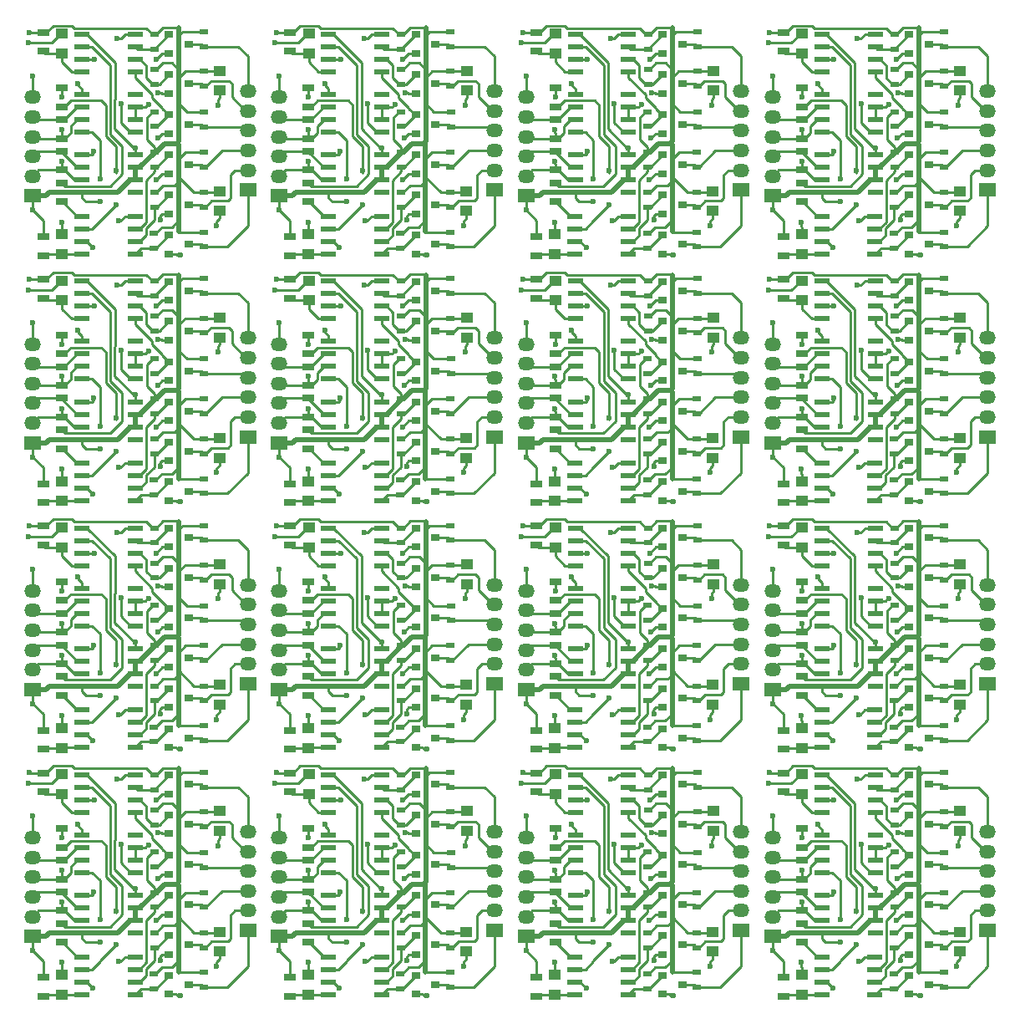
<source format=gtl>
G04 #@! TF.FileFunction,Copper,L1,Top,Signal*
%FSLAX46Y46*%
G04 Gerber Fmt 4.6, Leading zero omitted, Abs format (unit mm)*
G04 Created by KiCad (PCBNEW 4.0.2-stable) date 11/9/2017 2:08:56 PM*
%MOMM*%
G01*
G04 APERTURE LIST*
%ADD10C,0.100000*%
%ADD11R,0.900000X0.800000*%
%ADD12R,0.900000X0.500000*%
%ADD13R,1.250000X1.000000*%
%ADD14R,1.550000X0.600000*%
%ADD15R,1.300000X0.700000*%
%ADD16R,1.700000X1.350000*%
%ADD17O,1.700000X1.350000*%
%ADD18C,0.600000*%
%ADD19C,0.250000*%
%ADD20C,0.500000*%
G04 APERTURE END LIST*
D10*
D11*
X165424200Y-134565400D03*
X165424200Y-136465400D03*
X167424200Y-135515400D03*
D12*
X163944400Y-134245400D03*
X163944400Y-135745400D03*
X168973600Y-134270800D03*
X168973600Y-135770800D03*
X163946400Y-129959800D03*
X163946400Y-131459800D03*
D13*
X170548400Y-142303800D03*
X170548400Y-144303800D03*
D12*
X168922800Y-138333400D03*
X168922800Y-139833400D03*
X163944400Y-138321400D03*
X163944400Y-139821400D03*
D11*
X165424200Y-138629400D03*
X165424200Y-140529400D03*
X167424200Y-139579400D03*
D12*
X168922800Y-142398800D03*
X168922800Y-143898800D03*
D11*
X165426200Y-126437400D03*
X165426200Y-128337400D03*
X167426200Y-127387400D03*
D12*
X168948200Y-126142800D03*
X168948200Y-127642800D03*
X168948200Y-130156000D03*
X168948200Y-131656000D03*
D13*
X170573800Y-130095800D03*
X170573800Y-132095800D03*
D11*
X165424200Y-130476000D03*
X165424200Y-132376000D03*
X167424200Y-131426000D03*
D13*
X154546400Y-148672600D03*
X154546400Y-146672600D03*
D14*
X161972800Y-148647200D03*
X161972800Y-147377200D03*
X161972800Y-146107200D03*
X161972800Y-144837200D03*
X156572800Y-144837200D03*
X156572800Y-146107200D03*
X156572800Y-147377200D03*
X156572800Y-148647200D03*
D15*
X152666800Y-146925000D03*
X152666800Y-148825000D03*
D12*
X163919000Y-142398800D03*
X163919000Y-143898800D03*
D15*
X154548400Y-140156800D03*
X154548400Y-138256800D03*
D14*
X161988600Y-142424200D03*
X161988600Y-141154200D03*
X161988600Y-139884200D03*
X161988600Y-138614200D03*
X156588600Y-138614200D03*
X156588600Y-139884200D03*
X156588600Y-141154200D03*
X156588600Y-142424200D03*
D15*
X154548400Y-141457200D03*
X154548400Y-143357200D03*
D14*
X161988600Y-136302800D03*
X161988600Y-135032800D03*
X161988600Y-133762800D03*
X161988600Y-132492800D03*
X156588600Y-132492800D03*
X156588600Y-133762800D03*
X156588600Y-135032800D03*
X156588600Y-136302800D03*
D15*
X152668800Y-126219000D03*
X152668800Y-128119000D03*
D13*
X154571800Y-128346000D03*
X154571800Y-126346000D03*
D14*
X161988600Y-130206800D03*
X161988600Y-128936800D03*
X161988600Y-127666800D03*
X161988600Y-126396800D03*
X156588600Y-126396800D03*
X156588600Y-127666800D03*
X156588600Y-128936800D03*
X156588600Y-130206800D03*
D12*
X163946400Y-126403800D03*
X163946400Y-127903800D03*
D16*
X151600000Y-142773200D03*
D17*
X151600000Y-140773200D03*
X151600000Y-138773200D03*
X151600000Y-136773200D03*
X151600000Y-134773200D03*
X151600000Y-132773200D03*
D15*
X154548400Y-136956400D03*
X154548400Y-135056400D03*
X154548400Y-133756000D03*
X154548400Y-131856000D03*
D16*
X148393200Y-142169200D03*
D17*
X148393200Y-140169200D03*
X148393200Y-138169200D03*
X148393200Y-136169200D03*
X148393200Y-134169200D03*
X148393200Y-132169200D03*
D12*
X163868200Y-146551000D03*
X163868200Y-148051000D03*
X168922800Y-146424000D03*
X168922800Y-147924000D03*
D11*
X165424200Y-142693400D03*
X165424200Y-144593400D03*
X167424200Y-143643400D03*
X165424200Y-146732000D03*
X165424200Y-148632000D03*
X167424200Y-147682000D03*
X140424200Y-146732000D03*
X140424200Y-148632000D03*
X142424200Y-147682000D03*
D12*
X138868200Y-146551000D03*
X138868200Y-148051000D03*
X143922800Y-146424000D03*
X143922800Y-147924000D03*
X138919000Y-142398800D03*
X138919000Y-143898800D03*
D11*
X140424200Y-142693400D03*
X140424200Y-144593400D03*
X142424200Y-143643400D03*
D13*
X145548400Y-142303800D03*
X145548400Y-144303800D03*
D14*
X136988600Y-142424200D03*
X136988600Y-141154200D03*
X136988600Y-139884200D03*
X136988600Y-138614200D03*
X131588600Y-138614200D03*
X131588600Y-139884200D03*
X131588600Y-141154200D03*
X131588600Y-142424200D03*
D15*
X127666800Y-146925000D03*
X127666800Y-148825000D03*
X129548400Y-141457200D03*
X129548400Y-143357200D03*
D14*
X136972800Y-148647200D03*
X136972800Y-147377200D03*
X136972800Y-146107200D03*
X136972800Y-144837200D03*
X131572800Y-144837200D03*
X131572800Y-146107200D03*
X131572800Y-147377200D03*
X131572800Y-148647200D03*
D13*
X129546400Y-148672600D03*
X129546400Y-146672600D03*
D11*
X140424200Y-138629400D03*
X140424200Y-140529400D03*
X142424200Y-139579400D03*
D12*
X138944400Y-138321400D03*
X138944400Y-139821400D03*
X143922800Y-138333400D03*
X143922800Y-139833400D03*
X143922800Y-142398800D03*
X143922800Y-143898800D03*
X138946400Y-126403800D03*
X138946400Y-127903800D03*
D11*
X140426200Y-126437400D03*
X140426200Y-128337400D03*
X142426200Y-127387400D03*
D12*
X143948200Y-126142800D03*
X143948200Y-127642800D03*
D13*
X145573800Y-130095800D03*
X145573800Y-132095800D03*
D12*
X143948200Y-130156000D03*
X143948200Y-131656000D03*
D11*
X140424200Y-130476000D03*
X140424200Y-132376000D03*
X142424200Y-131426000D03*
D14*
X136988600Y-130206800D03*
X136988600Y-128936800D03*
X136988600Y-127666800D03*
X136988600Y-126396800D03*
X131588600Y-126396800D03*
X131588600Y-127666800D03*
X131588600Y-128936800D03*
X131588600Y-130206800D03*
X136988600Y-136302800D03*
X136988600Y-135032800D03*
X136988600Y-133762800D03*
X136988600Y-132492800D03*
X131588600Y-132492800D03*
X131588600Y-133762800D03*
X131588600Y-135032800D03*
X131588600Y-136302800D03*
D12*
X143973600Y-134270800D03*
X143973600Y-135770800D03*
D11*
X140424200Y-134565400D03*
X140424200Y-136465400D03*
X142424200Y-135515400D03*
D12*
X138946400Y-129959800D03*
X138946400Y-131459800D03*
X138944400Y-134245400D03*
X138944400Y-135745400D03*
X118948200Y-126142800D03*
X118948200Y-127642800D03*
X113946400Y-126403800D03*
X113946400Y-127903800D03*
D11*
X115426200Y-126437400D03*
X115426200Y-128337400D03*
X117426200Y-127387400D03*
X115424200Y-130476000D03*
X115424200Y-132376000D03*
X117424200Y-131426000D03*
D12*
X118973600Y-134270800D03*
X118973600Y-135770800D03*
X113946400Y-129959800D03*
X113946400Y-131459800D03*
D11*
X115424200Y-134565400D03*
X115424200Y-136465400D03*
X117424200Y-135515400D03*
D13*
X120548400Y-142303800D03*
X120548400Y-144303800D03*
D11*
X115424200Y-138629400D03*
X115424200Y-140529400D03*
X117424200Y-139579400D03*
D12*
X118922800Y-138333400D03*
X118922800Y-139833400D03*
X118922800Y-142398800D03*
X118922800Y-143898800D03*
D13*
X120573800Y-130095800D03*
X120573800Y-132095800D03*
D12*
X118948200Y-130156000D03*
X118948200Y-131656000D03*
D13*
X129571800Y-128346000D03*
X129571800Y-126346000D03*
D15*
X127668800Y-126219000D03*
X127668800Y-128119000D03*
X129548400Y-140156800D03*
X129548400Y-138256800D03*
D16*
X126600000Y-142773200D03*
D17*
X126600000Y-140773200D03*
X126600000Y-138773200D03*
X126600000Y-136773200D03*
X126600000Y-134773200D03*
X126600000Y-132773200D03*
D15*
X129548400Y-136956400D03*
X129548400Y-135056400D03*
D16*
X123393200Y-142169200D03*
D17*
X123393200Y-140169200D03*
X123393200Y-138169200D03*
X123393200Y-136169200D03*
X123393200Y-134169200D03*
X123393200Y-132169200D03*
D15*
X129548400Y-133756000D03*
X129548400Y-131856000D03*
D14*
X111988600Y-130206800D03*
X111988600Y-128936800D03*
X111988600Y-127666800D03*
X111988600Y-126396800D03*
X106588600Y-126396800D03*
X106588600Y-127666800D03*
X106588600Y-128936800D03*
X106588600Y-130206800D03*
D15*
X104548400Y-133756000D03*
X104548400Y-131856000D03*
X102668800Y-126219000D03*
X102668800Y-128119000D03*
D13*
X104571800Y-128346000D03*
X104571800Y-126346000D03*
D12*
X113919000Y-142398800D03*
X113919000Y-143898800D03*
X113944400Y-134245400D03*
X113944400Y-135745400D03*
D14*
X111988600Y-136302800D03*
X111988600Y-135032800D03*
X111988600Y-133762800D03*
X111988600Y-132492800D03*
X106588600Y-132492800D03*
X106588600Y-133762800D03*
X106588600Y-135032800D03*
X106588600Y-136302800D03*
D12*
X113944400Y-138321400D03*
X113944400Y-139821400D03*
D14*
X111988600Y-142424200D03*
X111988600Y-141154200D03*
X111988600Y-139884200D03*
X111988600Y-138614200D03*
X106588600Y-138614200D03*
X106588600Y-139884200D03*
X106588600Y-141154200D03*
X106588600Y-142424200D03*
D12*
X118922800Y-146424000D03*
X118922800Y-147924000D03*
D11*
X115424200Y-142693400D03*
X115424200Y-144593400D03*
X117424200Y-143643400D03*
X115424200Y-146732000D03*
X115424200Y-148632000D03*
X117424200Y-147682000D03*
D12*
X113868200Y-146551000D03*
X113868200Y-148051000D03*
D14*
X111972800Y-148647200D03*
X111972800Y-147377200D03*
X111972800Y-146107200D03*
X111972800Y-144837200D03*
X106572800Y-144837200D03*
X106572800Y-146107200D03*
X106572800Y-147377200D03*
X106572800Y-148647200D03*
D15*
X102666800Y-146925000D03*
X102666800Y-148825000D03*
D13*
X104546400Y-148672600D03*
X104546400Y-146672600D03*
D16*
X101600000Y-142773200D03*
D17*
X101600000Y-140773200D03*
X101600000Y-138773200D03*
X101600000Y-136773200D03*
X101600000Y-134773200D03*
X101600000Y-132773200D03*
D15*
X104548400Y-141457200D03*
X104548400Y-143357200D03*
X104548400Y-140156800D03*
X104548400Y-138256800D03*
X104548400Y-136956400D03*
X104548400Y-135056400D03*
D14*
X186972800Y-148647200D03*
X186972800Y-147377200D03*
X186972800Y-146107200D03*
X186972800Y-144837200D03*
X181572800Y-144837200D03*
X181572800Y-146107200D03*
X181572800Y-147377200D03*
X181572800Y-148647200D03*
D11*
X190424200Y-138629400D03*
X190424200Y-140529400D03*
X192424200Y-139579400D03*
D12*
X188944400Y-138321400D03*
X188944400Y-139821400D03*
X188919000Y-142398800D03*
X188919000Y-143898800D03*
D14*
X186988600Y-142424200D03*
X186988600Y-141154200D03*
X186988600Y-139884200D03*
X186988600Y-138614200D03*
X181588600Y-138614200D03*
X181588600Y-139884200D03*
X181588600Y-141154200D03*
X181588600Y-142424200D03*
X186988600Y-130206800D03*
X186988600Y-128936800D03*
X186988600Y-127666800D03*
X186988600Y-126396800D03*
X181588600Y-126396800D03*
X181588600Y-127666800D03*
X181588600Y-128936800D03*
X181588600Y-130206800D03*
D15*
X179548400Y-133756000D03*
X179548400Y-131856000D03*
X177668800Y-126219000D03*
X177668800Y-128119000D03*
D11*
X190424200Y-130476000D03*
X190424200Y-132376000D03*
X192424200Y-131426000D03*
D13*
X179571800Y-128346000D03*
X179571800Y-126346000D03*
D14*
X186988600Y-136302800D03*
X186988600Y-135032800D03*
X186988600Y-133762800D03*
X186988600Y-132492800D03*
X181588600Y-132492800D03*
X181588600Y-133762800D03*
X181588600Y-135032800D03*
X181588600Y-136302800D03*
D11*
X190426200Y-126437400D03*
X190426200Y-128337400D03*
X192426200Y-127387400D03*
D12*
X188946400Y-126403800D03*
X188946400Y-127903800D03*
X193948200Y-126142800D03*
X193948200Y-127642800D03*
X193948200Y-130156000D03*
X193948200Y-131656000D03*
D13*
X195573800Y-130095800D03*
X195573800Y-132095800D03*
D12*
X188946400Y-129959800D03*
X188946400Y-131459800D03*
D13*
X179546400Y-148672600D03*
X179546400Y-146672600D03*
D15*
X179548400Y-141457200D03*
X179548400Y-143357200D03*
X179548400Y-140156800D03*
X179548400Y-138256800D03*
D16*
X176600000Y-142773200D03*
D17*
X176600000Y-140773200D03*
X176600000Y-138773200D03*
X176600000Y-136773200D03*
X176600000Y-134773200D03*
X176600000Y-132773200D03*
D15*
X179548400Y-136956400D03*
X179548400Y-135056400D03*
X177666800Y-146925000D03*
X177666800Y-148825000D03*
D16*
X173393200Y-142169200D03*
D17*
X173393200Y-140169200D03*
X173393200Y-138169200D03*
X173393200Y-136169200D03*
X173393200Y-134169200D03*
X173393200Y-132169200D03*
D16*
X198393200Y-142169200D03*
D17*
X198393200Y-140169200D03*
X198393200Y-138169200D03*
X198393200Y-136169200D03*
X198393200Y-134169200D03*
X198393200Y-132169200D03*
D11*
X190424200Y-134565400D03*
X190424200Y-136465400D03*
X192424200Y-135515400D03*
D12*
X193973600Y-134270800D03*
X193973600Y-135770800D03*
X188944400Y-134245400D03*
X188944400Y-135745400D03*
D13*
X195548400Y-142303800D03*
X195548400Y-144303800D03*
D12*
X193922800Y-138333400D03*
X193922800Y-139833400D03*
X193922800Y-142398800D03*
X193922800Y-143898800D03*
D11*
X190424200Y-142693400D03*
X190424200Y-144593400D03*
X192424200Y-143643400D03*
D12*
X188868200Y-146551000D03*
X188868200Y-148051000D03*
D11*
X190424200Y-146732000D03*
X190424200Y-148632000D03*
X192424200Y-147682000D03*
D12*
X193922800Y-146424000D03*
X193922800Y-147924000D03*
D11*
X165424200Y-109565400D03*
X165424200Y-111465400D03*
X167424200Y-110515400D03*
D12*
X163944400Y-109245400D03*
X163944400Y-110745400D03*
X168973600Y-109270800D03*
X168973600Y-110770800D03*
X163946400Y-104959800D03*
X163946400Y-106459800D03*
D13*
X170548400Y-117303800D03*
X170548400Y-119303800D03*
D12*
X168922800Y-113333400D03*
X168922800Y-114833400D03*
X163944400Y-113321400D03*
X163944400Y-114821400D03*
D11*
X165424200Y-113629400D03*
X165424200Y-115529400D03*
X167424200Y-114579400D03*
D12*
X168922800Y-117398800D03*
X168922800Y-118898800D03*
D11*
X165426200Y-101437400D03*
X165426200Y-103337400D03*
X167426200Y-102387400D03*
D12*
X168948200Y-101142800D03*
X168948200Y-102642800D03*
X168948200Y-105156000D03*
X168948200Y-106656000D03*
D13*
X170573800Y-105095800D03*
X170573800Y-107095800D03*
D11*
X165424200Y-105476000D03*
X165424200Y-107376000D03*
X167424200Y-106426000D03*
D13*
X154546400Y-123672600D03*
X154546400Y-121672600D03*
D14*
X161972800Y-123647200D03*
X161972800Y-122377200D03*
X161972800Y-121107200D03*
X161972800Y-119837200D03*
X156572800Y-119837200D03*
X156572800Y-121107200D03*
X156572800Y-122377200D03*
X156572800Y-123647200D03*
D15*
X152666800Y-121925000D03*
X152666800Y-123825000D03*
D12*
X163919000Y-117398800D03*
X163919000Y-118898800D03*
D15*
X154548400Y-115156800D03*
X154548400Y-113256800D03*
D14*
X161988600Y-117424200D03*
X161988600Y-116154200D03*
X161988600Y-114884200D03*
X161988600Y-113614200D03*
X156588600Y-113614200D03*
X156588600Y-114884200D03*
X156588600Y-116154200D03*
X156588600Y-117424200D03*
D15*
X154548400Y-116457200D03*
X154548400Y-118357200D03*
D14*
X161988600Y-111302800D03*
X161988600Y-110032800D03*
X161988600Y-108762800D03*
X161988600Y-107492800D03*
X156588600Y-107492800D03*
X156588600Y-108762800D03*
X156588600Y-110032800D03*
X156588600Y-111302800D03*
D15*
X152668800Y-101219000D03*
X152668800Y-103119000D03*
D13*
X154571800Y-103346000D03*
X154571800Y-101346000D03*
D14*
X161988600Y-105206800D03*
X161988600Y-103936800D03*
X161988600Y-102666800D03*
X161988600Y-101396800D03*
X156588600Y-101396800D03*
X156588600Y-102666800D03*
X156588600Y-103936800D03*
X156588600Y-105206800D03*
D12*
X163946400Y-101403800D03*
X163946400Y-102903800D03*
D16*
X151600000Y-117773200D03*
D17*
X151600000Y-115773200D03*
X151600000Y-113773200D03*
X151600000Y-111773200D03*
X151600000Y-109773200D03*
X151600000Y-107773200D03*
D15*
X154548400Y-111956400D03*
X154548400Y-110056400D03*
X154548400Y-108756000D03*
X154548400Y-106856000D03*
D16*
X148393200Y-117169200D03*
D17*
X148393200Y-115169200D03*
X148393200Y-113169200D03*
X148393200Y-111169200D03*
X148393200Y-109169200D03*
X148393200Y-107169200D03*
D12*
X163868200Y-121551000D03*
X163868200Y-123051000D03*
X168922800Y-121424000D03*
X168922800Y-122924000D03*
D11*
X165424200Y-117693400D03*
X165424200Y-119593400D03*
X167424200Y-118643400D03*
X165424200Y-121732000D03*
X165424200Y-123632000D03*
X167424200Y-122682000D03*
X140424200Y-121732000D03*
X140424200Y-123632000D03*
X142424200Y-122682000D03*
D12*
X138868200Y-121551000D03*
X138868200Y-123051000D03*
X143922800Y-121424000D03*
X143922800Y-122924000D03*
X138919000Y-117398800D03*
X138919000Y-118898800D03*
D11*
X140424200Y-117693400D03*
X140424200Y-119593400D03*
X142424200Y-118643400D03*
D13*
X145548400Y-117303800D03*
X145548400Y-119303800D03*
D14*
X136988600Y-117424200D03*
X136988600Y-116154200D03*
X136988600Y-114884200D03*
X136988600Y-113614200D03*
X131588600Y-113614200D03*
X131588600Y-114884200D03*
X131588600Y-116154200D03*
X131588600Y-117424200D03*
D15*
X127666800Y-121925000D03*
X127666800Y-123825000D03*
X129548400Y-116457200D03*
X129548400Y-118357200D03*
D14*
X136972800Y-123647200D03*
X136972800Y-122377200D03*
X136972800Y-121107200D03*
X136972800Y-119837200D03*
X131572800Y-119837200D03*
X131572800Y-121107200D03*
X131572800Y-122377200D03*
X131572800Y-123647200D03*
D13*
X129546400Y-123672600D03*
X129546400Y-121672600D03*
D11*
X140424200Y-113629400D03*
X140424200Y-115529400D03*
X142424200Y-114579400D03*
D12*
X138944400Y-113321400D03*
X138944400Y-114821400D03*
X143922800Y-113333400D03*
X143922800Y-114833400D03*
X143922800Y-117398800D03*
X143922800Y-118898800D03*
X138946400Y-101403800D03*
X138946400Y-102903800D03*
D11*
X140426200Y-101437400D03*
X140426200Y-103337400D03*
X142426200Y-102387400D03*
D12*
X143948200Y-101142800D03*
X143948200Y-102642800D03*
D13*
X145573800Y-105095800D03*
X145573800Y-107095800D03*
D12*
X143948200Y-105156000D03*
X143948200Y-106656000D03*
D11*
X140424200Y-105476000D03*
X140424200Y-107376000D03*
X142424200Y-106426000D03*
D14*
X136988600Y-105206800D03*
X136988600Y-103936800D03*
X136988600Y-102666800D03*
X136988600Y-101396800D03*
X131588600Y-101396800D03*
X131588600Y-102666800D03*
X131588600Y-103936800D03*
X131588600Y-105206800D03*
X136988600Y-111302800D03*
X136988600Y-110032800D03*
X136988600Y-108762800D03*
X136988600Y-107492800D03*
X131588600Y-107492800D03*
X131588600Y-108762800D03*
X131588600Y-110032800D03*
X131588600Y-111302800D03*
D12*
X143973600Y-109270800D03*
X143973600Y-110770800D03*
D11*
X140424200Y-109565400D03*
X140424200Y-111465400D03*
X142424200Y-110515400D03*
D12*
X138946400Y-104959800D03*
X138946400Y-106459800D03*
X138944400Y-109245400D03*
X138944400Y-110745400D03*
X118948200Y-101142800D03*
X118948200Y-102642800D03*
X113946400Y-101403800D03*
X113946400Y-102903800D03*
D11*
X115426200Y-101437400D03*
X115426200Y-103337400D03*
X117426200Y-102387400D03*
X115424200Y-105476000D03*
X115424200Y-107376000D03*
X117424200Y-106426000D03*
D12*
X118973600Y-109270800D03*
X118973600Y-110770800D03*
X113946400Y-104959800D03*
X113946400Y-106459800D03*
D11*
X115424200Y-109565400D03*
X115424200Y-111465400D03*
X117424200Y-110515400D03*
D13*
X120548400Y-117303800D03*
X120548400Y-119303800D03*
D11*
X115424200Y-113629400D03*
X115424200Y-115529400D03*
X117424200Y-114579400D03*
D12*
X118922800Y-113333400D03*
X118922800Y-114833400D03*
X118922800Y-117398800D03*
X118922800Y-118898800D03*
D13*
X120573800Y-105095800D03*
X120573800Y-107095800D03*
D12*
X118948200Y-105156000D03*
X118948200Y-106656000D03*
D13*
X129571800Y-103346000D03*
X129571800Y-101346000D03*
D15*
X127668800Y-101219000D03*
X127668800Y-103119000D03*
X129548400Y-115156800D03*
X129548400Y-113256800D03*
D16*
X126600000Y-117773200D03*
D17*
X126600000Y-115773200D03*
X126600000Y-113773200D03*
X126600000Y-111773200D03*
X126600000Y-109773200D03*
X126600000Y-107773200D03*
D15*
X129548400Y-111956400D03*
X129548400Y-110056400D03*
D16*
X123393200Y-117169200D03*
D17*
X123393200Y-115169200D03*
X123393200Y-113169200D03*
X123393200Y-111169200D03*
X123393200Y-109169200D03*
X123393200Y-107169200D03*
D15*
X129548400Y-108756000D03*
X129548400Y-106856000D03*
D14*
X111988600Y-105206800D03*
X111988600Y-103936800D03*
X111988600Y-102666800D03*
X111988600Y-101396800D03*
X106588600Y-101396800D03*
X106588600Y-102666800D03*
X106588600Y-103936800D03*
X106588600Y-105206800D03*
D15*
X104548400Y-108756000D03*
X104548400Y-106856000D03*
X102668800Y-101219000D03*
X102668800Y-103119000D03*
D13*
X104571800Y-103346000D03*
X104571800Y-101346000D03*
D12*
X113919000Y-117398800D03*
X113919000Y-118898800D03*
X113944400Y-109245400D03*
X113944400Y-110745400D03*
D14*
X111988600Y-111302800D03*
X111988600Y-110032800D03*
X111988600Y-108762800D03*
X111988600Y-107492800D03*
X106588600Y-107492800D03*
X106588600Y-108762800D03*
X106588600Y-110032800D03*
X106588600Y-111302800D03*
D12*
X113944400Y-113321400D03*
X113944400Y-114821400D03*
D14*
X111988600Y-117424200D03*
X111988600Y-116154200D03*
X111988600Y-114884200D03*
X111988600Y-113614200D03*
X106588600Y-113614200D03*
X106588600Y-114884200D03*
X106588600Y-116154200D03*
X106588600Y-117424200D03*
D12*
X118922800Y-121424000D03*
X118922800Y-122924000D03*
D11*
X115424200Y-117693400D03*
X115424200Y-119593400D03*
X117424200Y-118643400D03*
X115424200Y-121732000D03*
X115424200Y-123632000D03*
X117424200Y-122682000D03*
D12*
X113868200Y-121551000D03*
X113868200Y-123051000D03*
D14*
X111972800Y-123647200D03*
X111972800Y-122377200D03*
X111972800Y-121107200D03*
X111972800Y-119837200D03*
X106572800Y-119837200D03*
X106572800Y-121107200D03*
X106572800Y-122377200D03*
X106572800Y-123647200D03*
D15*
X102666800Y-121925000D03*
X102666800Y-123825000D03*
D13*
X104546400Y-123672600D03*
X104546400Y-121672600D03*
D16*
X101600000Y-117773200D03*
D17*
X101600000Y-115773200D03*
X101600000Y-113773200D03*
X101600000Y-111773200D03*
X101600000Y-109773200D03*
X101600000Y-107773200D03*
D15*
X104548400Y-116457200D03*
X104548400Y-118357200D03*
X104548400Y-115156800D03*
X104548400Y-113256800D03*
X104548400Y-111956400D03*
X104548400Y-110056400D03*
D14*
X186972800Y-123647200D03*
X186972800Y-122377200D03*
X186972800Y-121107200D03*
X186972800Y-119837200D03*
X181572800Y-119837200D03*
X181572800Y-121107200D03*
X181572800Y-122377200D03*
X181572800Y-123647200D03*
D11*
X190424200Y-113629400D03*
X190424200Y-115529400D03*
X192424200Y-114579400D03*
D12*
X188944400Y-113321400D03*
X188944400Y-114821400D03*
X188919000Y-117398800D03*
X188919000Y-118898800D03*
D14*
X186988600Y-117424200D03*
X186988600Y-116154200D03*
X186988600Y-114884200D03*
X186988600Y-113614200D03*
X181588600Y-113614200D03*
X181588600Y-114884200D03*
X181588600Y-116154200D03*
X181588600Y-117424200D03*
X186988600Y-105206800D03*
X186988600Y-103936800D03*
X186988600Y-102666800D03*
X186988600Y-101396800D03*
X181588600Y-101396800D03*
X181588600Y-102666800D03*
X181588600Y-103936800D03*
X181588600Y-105206800D03*
D15*
X179548400Y-108756000D03*
X179548400Y-106856000D03*
X177668800Y-101219000D03*
X177668800Y-103119000D03*
D11*
X190424200Y-105476000D03*
X190424200Y-107376000D03*
X192424200Y-106426000D03*
D13*
X179571800Y-103346000D03*
X179571800Y-101346000D03*
D14*
X186988600Y-111302800D03*
X186988600Y-110032800D03*
X186988600Y-108762800D03*
X186988600Y-107492800D03*
X181588600Y-107492800D03*
X181588600Y-108762800D03*
X181588600Y-110032800D03*
X181588600Y-111302800D03*
D11*
X190426200Y-101437400D03*
X190426200Y-103337400D03*
X192426200Y-102387400D03*
D12*
X188946400Y-101403800D03*
X188946400Y-102903800D03*
X193948200Y-101142800D03*
X193948200Y-102642800D03*
X193948200Y-105156000D03*
X193948200Y-106656000D03*
D13*
X195573800Y-105095800D03*
X195573800Y-107095800D03*
D12*
X188946400Y-104959800D03*
X188946400Y-106459800D03*
D13*
X179546400Y-123672600D03*
X179546400Y-121672600D03*
D15*
X179548400Y-116457200D03*
X179548400Y-118357200D03*
X179548400Y-115156800D03*
X179548400Y-113256800D03*
D16*
X176600000Y-117773200D03*
D17*
X176600000Y-115773200D03*
X176600000Y-113773200D03*
X176600000Y-111773200D03*
X176600000Y-109773200D03*
X176600000Y-107773200D03*
D15*
X179548400Y-111956400D03*
X179548400Y-110056400D03*
X177666800Y-121925000D03*
X177666800Y-123825000D03*
D16*
X173393200Y-117169200D03*
D17*
X173393200Y-115169200D03*
X173393200Y-113169200D03*
X173393200Y-111169200D03*
X173393200Y-109169200D03*
X173393200Y-107169200D03*
D16*
X198393200Y-117169200D03*
D17*
X198393200Y-115169200D03*
X198393200Y-113169200D03*
X198393200Y-111169200D03*
X198393200Y-109169200D03*
X198393200Y-107169200D03*
D11*
X190424200Y-109565400D03*
X190424200Y-111465400D03*
X192424200Y-110515400D03*
D12*
X193973600Y-109270800D03*
X193973600Y-110770800D03*
X188944400Y-109245400D03*
X188944400Y-110745400D03*
D13*
X195548400Y-117303800D03*
X195548400Y-119303800D03*
D12*
X193922800Y-113333400D03*
X193922800Y-114833400D03*
X193922800Y-117398800D03*
X193922800Y-118898800D03*
D11*
X190424200Y-117693400D03*
X190424200Y-119593400D03*
X192424200Y-118643400D03*
D12*
X188868200Y-121551000D03*
X188868200Y-123051000D03*
D11*
X190424200Y-121732000D03*
X190424200Y-123632000D03*
X192424200Y-122682000D03*
D12*
X193922800Y-121424000D03*
X193922800Y-122924000D03*
D11*
X165424200Y-84565400D03*
X165424200Y-86465400D03*
X167424200Y-85515400D03*
D12*
X163944400Y-84245400D03*
X163944400Y-85745400D03*
X168973600Y-84270800D03*
X168973600Y-85770800D03*
X163946400Y-79959800D03*
X163946400Y-81459800D03*
D13*
X170548400Y-92303800D03*
X170548400Y-94303800D03*
D12*
X168922800Y-88333400D03*
X168922800Y-89833400D03*
X163944400Y-88321400D03*
X163944400Y-89821400D03*
D11*
X165424200Y-88629400D03*
X165424200Y-90529400D03*
X167424200Y-89579400D03*
D12*
X168922800Y-92398800D03*
X168922800Y-93898800D03*
D11*
X165426200Y-76437400D03*
X165426200Y-78337400D03*
X167426200Y-77387400D03*
D12*
X168948200Y-76142800D03*
X168948200Y-77642800D03*
X168948200Y-80156000D03*
X168948200Y-81656000D03*
D13*
X170573800Y-80095800D03*
X170573800Y-82095800D03*
D11*
X165424200Y-80476000D03*
X165424200Y-82376000D03*
X167424200Y-81426000D03*
D13*
X154546400Y-98672600D03*
X154546400Y-96672600D03*
D14*
X161972800Y-98647200D03*
X161972800Y-97377200D03*
X161972800Y-96107200D03*
X161972800Y-94837200D03*
X156572800Y-94837200D03*
X156572800Y-96107200D03*
X156572800Y-97377200D03*
X156572800Y-98647200D03*
D15*
X152666800Y-96925000D03*
X152666800Y-98825000D03*
D12*
X163919000Y-92398800D03*
X163919000Y-93898800D03*
D15*
X154548400Y-90156800D03*
X154548400Y-88256800D03*
D14*
X161988600Y-92424200D03*
X161988600Y-91154200D03*
X161988600Y-89884200D03*
X161988600Y-88614200D03*
X156588600Y-88614200D03*
X156588600Y-89884200D03*
X156588600Y-91154200D03*
X156588600Y-92424200D03*
D15*
X154548400Y-91457200D03*
X154548400Y-93357200D03*
D14*
X161988600Y-86302800D03*
X161988600Y-85032800D03*
X161988600Y-83762800D03*
X161988600Y-82492800D03*
X156588600Y-82492800D03*
X156588600Y-83762800D03*
X156588600Y-85032800D03*
X156588600Y-86302800D03*
D15*
X152668800Y-76219000D03*
X152668800Y-78119000D03*
D13*
X154571800Y-78346000D03*
X154571800Y-76346000D03*
D14*
X161988600Y-80206800D03*
X161988600Y-78936800D03*
X161988600Y-77666800D03*
X161988600Y-76396800D03*
X156588600Y-76396800D03*
X156588600Y-77666800D03*
X156588600Y-78936800D03*
X156588600Y-80206800D03*
D12*
X163946400Y-76403800D03*
X163946400Y-77903800D03*
D16*
X151600000Y-92773200D03*
D17*
X151600000Y-90773200D03*
X151600000Y-88773200D03*
X151600000Y-86773200D03*
X151600000Y-84773200D03*
X151600000Y-82773200D03*
D15*
X154548400Y-86956400D03*
X154548400Y-85056400D03*
X154548400Y-83756000D03*
X154548400Y-81856000D03*
D16*
X148393200Y-92169200D03*
D17*
X148393200Y-90169200D03*
X148393200Y-88169200D03*
X148393200Y-86169200D03*
X148393200Y-84169200D03*
X148393200Y-82169200D03*
D12*
X163868200Y-96551000D03*
X163868200Y-98051000D03*
X168922800Y-96424000D03*
X168922800Y-97924000D03*
D11*
X165424200Y-92693400D03*
X165424200Y-94593400D03*
X167424200Y-93643400D03*
X165424200Y-96732000D03*
X165424200Y-98632000D03*
X167424200Y-97682000D03*
X140424200Y-96732000D03*
X140424200Y-98632000D03*
X142424200Y-97682000D03*
D12*
X138868200Y-96551000D03*
X138868200Y-98051000D03*
X143922800Y-96424000D03*
X143922800Y-97924000D03*
X138919000Y-92398800D03*
X138919000Y-93898800D03*
D11*
X140424200Y-92693400D03*
X140424200Y-94593400D03*
X142424200Y-93643400D03*
D13*
X145548400Y-92303800D03*
X145548400Y-94303800D03*
D14*
X136988600Y-92424200D03*
X136988600Y-91154200D03*
X136988600Y-89884200D03*
X136988600Y-88614200D03*
X131588600Y-88614200D03*
X131588600Y-89884200D03*
X131588600Y-91154200D03*
X131588600Y-92424200D03*
D15*
X127666800Y-96925000D03*
X127666800Y-98825000D03*
X129548400Y-91457200D03*
X129548400Y-93357200D03*
D14*
X136972800Y-98647200D03*
X136972800Y-97377200D03*
X136972800Y-96107200D03*
X136972800Y-94837200D03*
X131572800Y-94837200D03*
X131572800Y-96107200D03*
X131572800Y-97377200D03*
X131572800Y-98647200D03*
D13*
X129546400Y-98672600D03*
X129546400Y-96672600D03*
D11*
X140424200Y-88629400D03*
X140424200Y-90529400D03*
X142424200Y-89579400D03*
D12*
X138944400Y-88321400D03*
X138944400Y-89821400D03*
X143922800Y-88333400D03*
X143922800Y-89833400D03*
X143922800Y-92398800D03*
X143922800Y-93898800D03*
X138946400Y-76403800D03*
X138946400Y-77903800D03*
D11*
X140426200Y-76437400D03*
X140426200Y-78337400D03*
X142426200Y-77387400D03*
D12*
X143948200Y-76142800D03*
X143948200Y-77642800D03*
D13*
X145573800Y-80095800D03*
X145573800Y-82095800D03*
D12*
X143948200Y-80156000D03*
X143948200Y-81656000D03*
D11*
X140424200Y-80476000D03*
X140424200Y-82376000D03*
X142424200Y-81426000D03*
D14*
X136988600Y-80206800D03*
X136988600Y-78936800D03*
X136988600Y-77666800D03*
X136988600Y-76396800D03*
X131588600Y-76396800D03*
X131588600Y-77666800D03*
X131588600Y-78936800D03*
X131588600Y-80206800D03*
X136988600Y-86302800D03*
X136988600Y-85032800D03*
X136988600Y-83762800D03*
X136988600Y-82492800D03*
X131588600Y-82492800D03*
X131588600Y-83762800D03*
X131588600Y-85032800D03*
X131588600Y-86302800D03*
D12*
X143973600Y-84270800D03*
X143973600Y-85770800D03*
D11*
X140424200Y-84565400D03*
X140424200Y-86465400D03*
X142424200Y-85515400D03*
D12*
X138946400Y-79959800D03*
X138946400Y-81459800D03*
X138944400Y-84245400D03*
X138944400Y-85745400D03*
X118948200Y-76142800D03*
X118948200Y-77642800D03*
X113946400Y-76403800D03*
X113946400Y-77903800D03*
D11*
X115426200Y-76437400D03*
X115426200Y-78337400D03*
X117426200Y-77387400D03*
X115424200Y-80476000D03*
X115424200Y-82376000D03*
X117424200Y-81426000D03*
D12*
X118973600Y-84270800D03*
X118973600Y-85770800D03*
X113946400Y-79959800D03*
X113946400Y-81459800D03*
D11*
X115424200Y-84565400D03*
X115424200Y-86465400D03*
X117424200Y-85515400D03*
D13*
X120548400Y-92303800D03*
X120548400Y-94303800D03*
D11*
X115424200Y-88629400D03*
X115424200Y-90529400D03*
X117424200Y-89579400D03*
D12*
X118922800Y-88333400D03*
X118922800Y-89833400D03*
X118922800Y-92398800D03*
X118922800Y-93898800D03*
D13*
X120573800Y-80095800D03*
X120573800Y-82095800D03*
D12*
X118948200Y-80156000D03*
X118948200Y-81656000D03*
D13*
X129571800Y-78346000D03*
X129571800Y-76346000D03*
D15*
X127668800Y-76219000D03*
X127668800Y-78119000D03*
X129548400Y-90156800D03*
X129548400Y-88256800D03*
D16*
X126600000Y-92773200D03*
D17*
X126600000Y-90773200D03*
X126600000Y-88773200D03*
X126600000Y-86773200D03*
X126600000Y-84773200D03*
X126600000Y-82773200D03*
D15*
X129548400Y-86956400D03*
X129548400Y-85056400D03*
D16*
X123393200Y-92169200D03*
D17*
X123393200Y-90169200D03*
X123393200Y-88169200D03*
X123393200Y-86169200D03*
X123393200Y-84169200D03*
X123393200Y-82169200D03*
D15*
X129548400Y-83756000D03*
X129548400Y-81856000D03*
D14*
X111988600Y-80206800D03*
X111988600Y-78936800D03*
X111988600Y-77666800D03*
X111988600Y-76396800D03*
X106588600Y-76396800D03*
X106588600Y-77666800D03*
X106588600Y-78936800D03*
X106588600Y-80206800D03*
D15*
X104548400Y-83756000D03*
X104548400Y-81856000D03*
X102668800Y-76219000D03*
X102668800Y-78119000D03*
D13*
X104571800Y-78346000D03*
X104571800Y-76346000D03*
D12*
X113919000Y-92398800D03*
X113919000Y-93898800D03*
X113944400Y-84245400D03*
X113944400Y-85745400D03*
D14*
X111988600Y-86302800D03*
X111988600Y-85032800D03*
X111988600Y-83762800D03*
X111988600Y-82492800D03*
X106588600Y-82492800D03*
X106588600Y-83762800D03*
X106588600Y-85032800D03*
X106588600Y-86302800D03*
D12*
X113944400Y-88321400D03*
X113944400Y-89821400D03*
D14*
X111988600Y-92424200D03*
X111988600Y-91154200D03*
X111988600Y-89884200D03*
X111988600Y-88614200D03*
X106588600Y-88614200D03*
X106588600Y-89884200D03*
X106588600Y-91154200D03*
X106588600Y-92424200D03*
D12*
X118922800Y-96424000D03*
X118922800Y-97924000D03*
D11*
X115424200Y-92693400D03*
X115424200Y-94593400D03*
X117424200Y-93643400D03*
X115424200Y-96732000D03*
X115424200Y-98632000D03*
X117424200Y-97682000D03*
D12*
X113868200Y-96551000D03*
X113868200Y-98051000D03*
D14*
X111972800Y-98647200D03*
X111972800Y-97377200D03*
X111972800Y-96107200D03*
X111972800Y-94837200D03*
X106572800Y-94837200D03*
X106572800Y-96107200D03*
X106572800Y-97377200D03*
X106572800Y-98647200D03*
D15*
X102666800Y-96925000D03*
X102666800Y-98825000D03*
D13*
X104546400Y-98672600D03*
X104546400Y-96672600D03*
D16*
X101600000Y-92773200D03*
D17*
X101600000Y-90773200D03*
X101600000Y-88773200D03*
X101600000Y-86773200D03*
X101600000Y-84773200D03*
X101600000Y-82773200D03*
D15*
X104548400Y-91457200D03*
X104548400Y-93357200D03*
X104548400Y-90156800D03*
X104548400Y-88256800D03*
X104548400Y-86956400D03*
X104548400Y-85056400D03*
D14*
X186972800Y-98647200D03*
X186972800Y-97377200D03*
X186972800Y-96107200D03*
X186972800Y-94837200D03*
X181572800Y-94837200D03*
X181572800Y-96107200D03*
X181572800Y-97377200D03*
X181572800Y-98647200D03*
D11*
X190424200Y-88629400D03*
X190424200Y-90529400D03*
X192424200Y-89579400D03*
D12*
X188944400Y-88321400D03*
X188944400Y-89821400D03*
X188919000Y-92398800D03*
X188919000Y-93898800D03*
D14*
X186988600Y-92424200D03*
X186988600Y-91154200D03*
X186988600Y-89884200D03*
X186988600Y-88614200D03*
X181588600Y-88614200D03*
X181588600Y-89884200D03*
X181588600Y-91154200D03*
X181588600Y-92424200D03*
X186988600Y-80206800D03*
X186988600Y-78936800D03*
X186988600Y-77666800D03*
X186988600Y-76396800D03*
X181588600Y-76396800D03*
X181588600Y-77666800D03*
X181588600Y-78936800D03*
X181588600Y-80206800D03*
D15*
X179548400Y-83756000D03*
X179548400Y-81856000D03*
X177668800Y-76219000D03*
X177668800Y-78119000D03*
D11*
X190424200Y-80476000D03*
X190424200Y-82376000D03*
X192424200Y-81426000D03*
D13*
X179571800Y-78346000D03*
X179571800Y-76346000D03*
D14*
X186988600Y-86302800D03*
X186988600Y-85032800D03*
X186988600Y-83762800D03*
X186988600Y-82492800D03*
X181588600Y-82492800D03*
X181588600Y-83762800D03*
X181588600Y-85032800D03*
X181588600Y-86302800D03*
D11*
X190426200Y-76437400D03*
X190426200Y-78337400D03*
X192426200Y-77387400D03*
D12*
X188946400Y-76403800D03*
X188946400Y-77903800D03*
X193948200Y-76142800D03*
X193948200Y-77642800D03*
X193948200Y-80156000D03*
X193948200Y-81656000D03*
D13*
X195573800Y-80095800D03*
X195573800Y-82095800D03*
D12*
X188946400Y-79959800D03*
X188946400Y-81459800D03*
D13*
X179546400Y-98672600D03*
X179546400Y-96672600D03*
D15*
X179548400Y-91457200D03*
X179548400Y-93357200D03*
X179548400Y-90156800D03*
X179548400Y-88256800D03*
D16*
X176600000Y-92773200D03*
D17*
X176600000Y-90773200D03*
X176600000Y-88773200D03*
X176600000Y-86773200D03*
X176600000Y-84773200D03*
X176600000Y-82773200D03*
D15*
X179548400Y-86956400D03*
X179548400Y-85056400D03*
X177666800Y-96925000D03*
X177666800Y-98825000D03*
D16*
X173393200Y-92169200D03*
D17*
X173393200Y-90169200D03*
X173393200Y-88169200D03*
X173393200Y-86169200D03*
X173393200Y-84169200D03*
X173393200Y-82169200D03*
D16*
X198393200Y-92169200D03*
D17*
X198393200Y-90169200D03*
X198393200Y-88169200D03*
X198393200Y-86169200D03*
X198393200Y-84169200D03*
X198393200Y-82169200D03*
D11*
X190424200Y-84565400D03*
X190424200Y-86465400D03*
X192424200Y-85515400D03*
D12*
X193973600Y-84270800D03*
X193973600Y-85770800D03*
X188944400Y-84245400D03*
X188944400Y-85745400D03*
D13*
X195548400Y-92303800D03*
X195548400Y-94303800D03*
D12*
X193922800Y-88333400D03*
X193922800Y-89833400D03*
X193922800Y-92398800D03*
X193922800Y-93898800D03*
D11*
X190424200Y-92693400D03*
X190424200Y-94593400D03*
X192424200Y-93643400D03*
D12*
X188868200Y-96551000D03*
X188868200Y-98051000D03*
D11*
X190424200Y-96732000D03*
X190424200Y-98632000D03*
X192424200Y-97682000D03*
D12*
X193922800Y-96424000D03*
X193922800Y-97924000D03*
D15*
X179548400Y-66457200D03*
X179548400Y-68357200D03*
D13*
X179546400Y-73672600D03*
X179546400Y-71672600D03*
D14*
X186972800Y-73647200D03*
X186972800Y-72377200D03*
X186972800Y-71107200D03*
X186972800Y-69837200D03*
X181572800Y-69837200D03*
X181572800Y-71107200D03*
X181572800Y-72377200D03*
X181572800Y-73647200D03*
D15*
X177666800Y-71925000D03*
X177666800Y-73825000D03*
D14*
X186988600Y-67424200D03*
X186988600Y-66154200D03*
X186988600Y-64884200D03*
X186988600Y-63614200D03*
X181588600Y-63614200D03*
X181588600Y-64884200D03*
X181588600Y-66154200D03*
X181588600Y-67424200D03*
X186988600Y-55206800D03*
X186988600Y-53936800D03*
X186988600Y-52666800D03*
X186988600Y-51396800D03*
X181588600Y-51396800D03*
X181588600Y-52666800D03*
X181588600Y-53936800D03*
X181588600Y-55206800D03*
D12*
X188946400Y-51403800D03*
X188946400Y-52903800D03*
X188946400Y-54959800D03*
X188946400Y-56459800D03*
D13*
X179571800Y-53346000D03*
X179571800Y-51346000D03*
D15*
X177668800Y-51219000D03*
X177668800Y-53119000D03*
D16*
X198393200Y-67169200D03*
D17*
X198393200Y-65169200D03*
X198393200Y-63169200D03*
X198393200Y-61169200D03*
X198393200Y-59169200D03*
X198393200Y-57169200D03*
D12*
X193922800Y-63333400D03*
X193922800Y-64833400D03*
D11*
X190424200Y-59565400D03*
X190424200Y-61465400D03*
X192424200Y-60515400D03*
D12*
X188944400Y-63321400D03*
X188944400Y-64821400D03*
X193973600Y-59270800D03*
X193973600Y-60770800D03*
D11*
X190424200Y-63629400D03*
X190424200Y-65529400D03*
X192424200Y-64579400D03*
D12*
X188944400Y-59245400D03*
X188944400Y-60745400D03*
D15*
X179548400Y-58756000D03*
X179548400Y-56856000D03*
X179548400Y-65156800D03*
X179548400Y-63256800D03*
D16*
X176600000Y-67773200D03*
D17*
X176600000Y-65773200D03*
X176600000Y-63773200D03*
X176600000Y-61773200D03*
X176600000Y-59773200D03*
X176600000Y-57773200D03*
D15*
X179548400Y-61956400D03*
X179548400Y-60056400D03*
D14*
X186988600Y-61302800D03*
X186988600Y-60032800D03*
X186988600Y-58762800D03*
X186988600Y-57492800D03*
X181588600Y-57492800D03*
X181588600Y-58762800D03*
X181588600Y-60032800D03*
X181588600Y-61302800D03*
D11*
X190426200Y-51437400D03*
X190426200Y-53337400D03*
X192426200Y-52387400D03*
D13*
X195573800Y-55095800D03*
X195573800Y-57095800D03*
D12*
X193948200Y-51142800D03*
X193948200Y-52642800D03*
X193948200Y-55156000D03*
X193948200Y-56656000D03*
D11*
X190424200Y-55476000D03*
X190424200Y-57376000D03*
X192424200Y-56426000D03*
D12*
X193922800Y-67398800D03*
X193922800Y-68898800D03*
D13*
X195548400Y-67303800D03*
X195548400Y-69303800D03*
D12*
X188919000Y-67398800D03*
X188919000Y-68898800D03*
X193922800Y-71424000D03*
X193922800Y-72924000D03*
D11*
X190424200Y-67693400D03*
X190424200Y-69593400D03*
X192424200Y-68643400D03*
D12*
X188868200Y-71551000D03*
X188868200Y-73051000D03*
D11*
X190424200Y-71732000D03*
X190424200Y-73632000D03*
X192424200Y-72682000D03*
D15*
X154548400Y-66457200D03*
X154548400Y-68357200D03*
D13*
X154546400Y-73672600D03*
X154546400Y-71672600D03*
D14*
X161972800Y-73647200D03*
X161972800Y-72377200D03*
X161972800Y-71107200D03*
X161972800Y-69837200D03*
X156572800Y-69837200D03*
X156572800Y-71107200D03*
X156572800Y-72377200D03*
X156572800Y-73647200D03*
D15*
X152666800Y-71925000D03*
X152666800Y-73825000D03*
D14*
X161988600Y-67424200D03*
X161988600Y-66154200D03*
X161988600Y-64884200D03*
X161988600Y-63614200D03*
X156588600Y-63614200D03*
X156588600Y-64884200D03*
X156588600Y-66154200D03*
X156588600Y-67424200D03*
X161988600Y-55206800D03*
X161988600Y-53936800D03*
X161988600Y-52666800D03*
X161988600Y-51396800D03*
X156588600Y-51396800D03*
X156588600Y-52666800D03*
X156588600Y-53936800D03*
X156588600Y-55206800D03*
D12*
X163946400Y-51403800D03*
X163946400Y-52903800D03*
X163946400Y-54959800D03*
X163946400Y-56459800D03*
D13*
X154571800Y-53346000D03*
X154571800Y-51346000D03*
D15*
X152668800Y-51219000D03*
X152668800Y-53119000D03*
D16*
X173393200Y-67169200D03*
D17*
X173393200Y-65169200D03*
X173393200Y-63169200D03*
X173393200Y-61169200D03*
X173393200Y-59169200D03*
X173393200Y-57169200D03*
D12*
X168922800Y-63333400D03*
X168922800Y-64833400D03*
D11*
X165424200Y-59565400D03*
X165424200Y-61465400D03*
X167424200Y-60515400D03*
D12*
X163944400Y-63321400D03*
X163944400Y-64821400D03*
X168973600Y-59270800D03*
X168973600Y-60770800D03*
D11*
X165424200Y-63629400D03*
X165424200Y-65529400D03*
X167424200Y-64579400D03*
D12*
X163944400Y-59245400D03*
X163944400Y-60745400D03*
D15*
X154548400Y-58756000D03*
X154548400Y-56856000D03*
X154548400Y-65156800D03*
X154548400Y-63256800D03*
D16*
X151600000Y-67773200D03*
D17*
X151600000Y-65773200D03*
X151600000Y-63773200D03*
X151600000Y-61773200D03*
X151600000Y-59773200D03*
X151600000Y-57773200D03*
D15*
X154548400Y-61956400D03*
X154548400Y-60056400D03*
D14*
X161988600Y-61302800D03*
X161988600Y-60032800D03*
X161988600Y-58762800D03*
X161988600Y-57492800D03*
X156588600Y-57492800D03*
X156588600Y-58762800D03*
X156588600Y-60032800D03*
X156588600Y-61302800D03*
D11*
X165426200Y-51437400D03*
X165426200Y-53337400D03*
X167426200Y-52387400D03*
D13*
X170573800Y-55095800D03*
X170573800Y-57095800D03*
D12*
X168948200Y-51142800D03*
X168948200Y-52642800D03*
X168948200Y-55156000D03*
X168948200Y-56656000D03*
D11*
X165424200Y-55476000D03*
X165424200Y-57376000D03*
X167424200Y-56426000D03*
D12*
X168922800Y-67398800D03*
X168922800Y-68898800D03*
D13*
X170548400Y-67303800D03*
X170548400Y-69303800D03*
D12*
X163919000Y-67398800D03*
X163919000Y-68898800D03*
X168922800Y-71424000D03*
X168922800Y-72924000D03*
D11*
X165424200Y-67693400D03*
X165424200Y-69593400D03*
X167424200Y-68643400D03*
D12*
X163868200Y-71551000D03*
X163868200Y-73051000D03*
D11*
X165424200Y-71732000D03*
X165424200Y-73632000D03*
X167424200Y-72682000D03*
D15*
X129548400Y-66457200D03*
X129548400Y-68357200D03*
D13*
X129546400Y-73672600D03*
X129546400Y-71672600D03*
D14*
X136972800Y-73647200D03*
X136972800Y-72377200D03*
X136972800Y-71107200D03*
X136972800Y-69837200D03*
X131572800Y-69837200D03*
X131572800Y-71107200D03*
X131572800Y-72377200D03*
X131572800Y-73647200D03*
D15*
X127666800Y-71925000D03*
X127666800Y-73825000D03*
D14*
X136988600Y-67424200D03*
X136988600Y-66154200D03*
X136988600Y-64884200D03*
X136988600Y-63614200D03*
X131588600Y-63614200D03*
X131588600Y-64884200D03*
X131588600Y-66154200D03*
X131588600Y-67424200D03*
X136988600Y-55206800D03*
X136988600Y-53936800D03*
X136988600Y-52666800D03*
X136988600Y-51396800D03*
X131588600Y-51396800D03*
X131588600Y-52666800D03*
X131588600Y-53936800D03*
X131588600Y-55206800D03*
D12*
X138946400Y-51403800D03*
X138946400Y-52903800D03*
X138946400Y-54959800D03*
X138946400Y-56459800D03*
D13*
X129571800Y-53346000D03*
X129571800Y-51346000D03*
D15*
X127668800Y-51219000D03*
X127668800Y-53119000D03*
D16*
X148393200Y-67169200D03*
D17*
X148393200Y-65169200D03*
X148393200Y-63169200D03*
X148393200Y-61169200D03*
X148393200Y-59169200D03*
X148393200Y-57169200D03*
D12*
X143922800Y-63333400D03*
X143922800Y-64833400D03*
D11*
X140424200Y-59565400D03*
X140424200Y-61465400D03*
X142424200Y-60515400D03*
D12*
X138944400Y-63321400D03*
X138944400Y-64821400D03*
X143973600Y-59270800D03*
X143973600Y-60770800D03*
D11*
X140424200Y-63629400D03*
X140424200Y-65529400D03*
X142424200Y-64579400D03*
D12*
X138944400Y-59245400D03*
X138944400Y-60745400D03*
D15*
X129548400Y-58756000D03*
X129548400Y-56856000D03*
X129548400Y-65156800D03*
X129548400Y-63256800D03*
D16*
X126600000Y-67773200D03*
D17*
X126600000Y-65773200D03*
X126600000Y-63773200D03*
X126600000Y-61773200D03*
X126600000Y-59773200D03*
X126600000Y-57773200D03*
D15*
X129548400Y-61956400D03*
X129548400Y-60056400D03*
D14*
X136988600Y-61302800D03*
X136988600Y-60032800D03*
X136988600Y-58762800D03*
X136988600Y-57492800D03*
X131588600Y-57492800D03*
X131588600Y-58762800D03*
X131588600Y-60032800D03*
X131588600Y-61302800D03*
D11*
X140426200Y-51437400D03*
X140426200Y-53337400D03*
X142426200Y-52387400D03*
D13*
X145573800Y-55095800D03*
X145573800Y-57095800D03*
D12*
X143948200Y-51142800D03*
X143948200Y-52642800D03*
X143948200Y-55156000D03*
X143948200Y-56656000D03*
D11*
X140424200Y-55476000D03*
X140424200Y-57376000D03*
X142424200Y-56426000D03*
D12*
X143922800Y-67398800D03*
X143922800Y-68898800D03*
D13*
X145548400Y-67303800D03*
X145548400Y-69303800D03*
D12*
X138919000Y-67398800D03*
X138919000Y-68898800D03*
X143922800Y-71424000D03*
X143922800Y-72924000D03*
D11*
X140424200Y-67693400D03*
X140424200Y-69593400D03*
X142424200Y-68643400D03*
D12*
X138868200Y-71551000D03*
X138868200Y-73051000D03*
D11*
X140424200Y-71732000D03*
X140424200Y-73632000D03*
X142424200Y-72682000D03*
X115424200Y-63629400D03*
X115424200Y-65529400D03*
X117424200Y-64579400D03*
D13*
X104546400Y-73672600D03*
X104546400Y-71672600D03*
X104571800Y-53346000D03*
X104571800Y-51346000D03*
D16*
X101600000Y-67773200D03*
D17*
X101600000Y-65773200D03*
X101600000Y-63773200D03*
X101600000Y-61773200D03*
X101600000Y-59773200D03*
X101600000Y-57773200D03*
D16*
X123393200Y-67169200D03*
D17*
X123393200Y-65169200D03*
X123393200Y-63169200D03*
X123393200Y-61169200D03*
X123393200Y-59169200D03*
X123393200Y-57169200D03*
D15*
X104548400Y-61956400D03*
X104548400Y-60056400D03*
X104548400Y-65156800D03*
X104548400Y-63256800D03*
X102666800Y-71925000D03*
X102666800Y-73825000D03*
X102668800Y-51219000D03*
X102668800Y-53119000D03*
X104548400Y-58756000D03*
X104548400Y-56856000D03*
X104548400Y-66457200D03*
X104548400Y-68357200D03*
D14*
X111988600Y-61302800D03*
X111988600Y-60032800D03*
X111988600Y-58762800D03*
X111988600Y-57492800D03*
X106588600Y-57492800D03*
X106588600Y-58762800D03*
X106588600Y-60032800D03*
X106588600Y-61302800D03*
X111972800Y-73647200D03*
X111972800Y-72377200D03*
X111972800Y-71107200D03*
X111972800Y-69837200D03*
X106572800Y-69837200D03*
X106572800Y-71107200D03*
X106572800Y-72377200D03*
X106572800Y-73647200D03*
X111988600Y-55206800D03*
X111988600Y-53936800D03*
X111988600Y-52666800D03*
X111988600Y-51396800D03*
X106588600Y-51396800D03*
X106588600Y-52666800D03*
X106588600Y-53936800D03*
X106588600Y-55206800D03*
X111988600Y-67424200D03*
X111988600Y-66154200D03*
X111988600Y-64884200D03*
X111988600Y-63614200D03*
X106588600Y-63614200D03*
X106588600Y-64884200D03*
X106588600Y-66154200D03*
X106588600Y-67424200D03*
D11*
X115424200Y-71732000D03*
X115424200Y-73632000D03*
X117424200Y-72682000D03*
X115424200Y-67693400D03*
X115424200Y-69593400D03*
X117424200Y-68643400D03*
X115424200Y-59565400D03*
X115424200Y-61465400D03*
X117424200Y-60515400D03*
X115424200Y-55476000D03*
X115424200Y-57376000D03*
X117424200Y-56426000D03*
X115426200Y-51437400D03*
X115426200Y-53337400D03*
X117426200Y-52387400D03*
D12*
X113868200Y-71551000D03*
X113868200Y-73051000D03*
X118922800Y-71424000D03*
X118922800Y-72924000D03*
X113919000Y-67398800D03*
X113919000Y-68898800D03*
X118922800Y-67398800D03*
X118922800Y-68898800D03*
X113944400Y-63321400D03*
X113944400Y-64821400D03*
X118922800Y-63333400D03*
X118922800Y-64833400D03*
X113944400Y-59245400D03*
X113944400Y-60745400D03*
X118973600Y-59270800D03*
X118973600Y-60770800D03*
X113946400Y-54959800D03*
X113946400Y-56459800D03*
X118948200Y-55156000D03*
X118948200Y-56656000D03*
X113946400Y-51403800D03*
X113946400Y-52903800D03*
X118948200Y-51142800D03*
X118948200Y-52642800D03*
D13*
X120548400Y-67303800D03*
X120548400Y-69303800D03*
X120573800Y-55095800D03*
X120573800Y-57095800D03*
D18*
X176600000Y-130600000D03*
X181197400Y-131375200D03*
X176142800Y-127285800D03*
X182772200Y-138258600D03*
X189096800Y-141156800D03*
X189251800Y-136937800D03*
X188347249Y-133517541D03*
X189122200Y-128941400D03*
X195421400Y-133585000D03*
X189325400Y-132289600D03*
X185159800Y-126828600D03*
X185312200Y-145294400D03*
X191560600Y-148748800D03*
X195243600Y-145802400D03*
X179521000Y-145421400D03*
X189554000Y-145192800D03*
X170243600Y-145802400D03*
X164554000Y-145192800D03*
X166560600Y-148748800D03*
X170421400Y-133585000D03*
X164251800Y-136937800D03*
X163347249Y-133517541D03*
X164325400Y-132289600D03*
X160159800Y-126828600D03*
X164122200Y-128941400D03*
X156197400Y-131375200D03*
X154521000Y-145421400D03*
X160312200Y-145294400D03*
X164096800Y-141156800D03*
X157772200Y-138258600D03*
X101600000Y-130600000D03*
X101142800Y-127285800D03*
X110312200Y-145294400D03*
X104521000Y-145421400D03*
X106197400Y-131375200D03*
X110159800Y-126828600D03*
X114122200Y-128941400D03*
X114325400Y-132289600D03*
X113347249Y-133517541D03*
X120421400Y-133585000D03*
X114251800Y-136937800D03*
X107772200Y-138258600D03*
X120243600Y-145802400D03*
X114554000Y-145192800D03*
X116560600Y-148748800D03*
X114096800Y-141156800D03*
X151600000Y-130600000D03*
X151142800Y-127285800D03*
X139325400Y-132289600D03*
X145421400Y-133585000D03*
X145243600Y-145802400D03*
X139554000Y-145192800D03*
X141560600Y-148748800D03*
X139251800Y-136937800D03*
X135159800Y-126828600D03*
X138347249Y-133517541D03*
X139122200Y-128941400D03*
X129521000Y-145421400D03*
X135312200Y-145294400D03*
X139096800Y-141156800D03*
X132772200Y-138258600D03*
X126142800Y-127285800D03*
X126600000Y-130600000D03*
X131197400Y-131375200D03*
X176600000Y-105600000D03*
X181197400Y-106375200D03*
X176142800Y-102285800D03*
X182772200Y-113258600D03*
X189096800Y-116156800D03*
X189251800Y-111937800D03*
X188347249Y-108517541D03*
X189122200Y-103941400D03*
X195421400Y-108585000D03*
X189325400Y-107289600D03*
X185159800Y-101828600D03*
X185312200Y-120294400D03*
X191560600Y-123748800D03*
X195243600Y-120802400D03*
X179521000Y-120421400D03*
X189554000Y-120192800D03*
X170243600Y-120802400D03*
X164554000Y-120192800D03*
X166560600Y-123748800D03*
X170421400Y-108585000D03*
X164251800Y-111937800D03*
X163347249Y-108517541D03*
X164325400Y-107289600D03*
X160159800Y-101828600D03*
X164122200Y-103941400D03*
X156197400Y-106375200D03*
X154521000Y-120421400D03*
X160312200Y-120294400D03*
X164096800Y-116156800D03*
X157772200Y-113258600D03*
X101600000Y-105600000D03*
X101142800Y-102285800D03*
X110312200Y-120294400D03*
X104521000Y-120421400D03*
X106197400Y-106375200D03*
X110159800Y-101828600D03*
X114122200Y-103941400D03*
X114325400Y-107289600D03*
X113347249Y-108517541D03*
X120421400Y-108585000D03*
X114251800Y-111937800D03*
X107772200Y-113258600D03*
X120243600Y-120802400D03*
X114554000Y-120192800D03*
X116560600Y-123748800D03*
X114096800Y-116156800D03*
X151600000Y-105600000D03*
X151142800Y-102285800D03*
X139325400Y-107289600D03*
X145421400Y-108585000D03*
X145243600Y-120802400D03*
X139554000Y-120192800D03*
X141560600Y-123748800D03*
X139251800Y-111937800D03*
X135159800Y-101828600D03*
X138347249Y-108517541D03*
X139122200Y-103941400D03*
X129521000Y-120421400D03*
X135312200Y-120294400D03*
X139096800Y-116156800D03*
X132772200Y-113258600D03*
X126142800Y-102285800D03*
X126600000Y-105600000D03*
X131197400Y-106375200D03*
X176600000Y-80600000D03*
X181197400Y-81375200D03*
X176142800Y-77285800D03*
X182772200Y-88258600D03*
X189096800Y-91156800D03*
X189251800Y-86937800D03*
X188347249Y-83517541D03*
X189122200Y-78941400D03*
X195421400Y-83585000D03*
X189325400Y-82289600D03*
X185159800Y-76828600D03*
X185312200Y-95294400D03*
X191560600Y-98748800D03*
X195243600Y-95802400D03*
X179521000Y-95421400D03*
X189554000Y-95192800D03*
X170243600Y-95802400D03*
X164554000Y-95192800D03*
X166560600Y-98748800D03*
X170421400Y-83585000D03*
X164251800Y-86937800D03*
X163347249Y-83517541D03*
X164325400Y-82289600D03*
X160159800Y-76828600D03*
X164122200Y-78941400D03*
X156197400Y-81375200D03*
X154521000Y-95421400D03*
X160312200Y-95294400D03*
X164096800Y-91156800D03*
X157772200Y-88258600D03*
X101600000Y-80600000D03*
X101142800Y-77285800D03*
X110312200Y-95294400D03*
X104521000Y-95421400D03*
X106197400Y-81375200D03*
X110159800Y-76828600D03*
X114122200Y-78941400D03*
X114325400Y-82289600D03*
X113347249Y-83517541D03*
X120421400Y-83585000D03*
X114251800Y-86937800D03*
X107772200Y-88258600D03*
X120243600Y-95802400D03*
X114554000Y-95192800D03*
X116560600Y-98748800D03*
X114096800Y-91156800D03*
X151600000Y-80600000D03*
X151142800Y-77285800D03*
X139325400Y-82289600D03*
X145421400Y-83585000D03*
X145243600Y-95802400D03*
X139554000Y-95192800D03*
X141560600Y-98748800D03*
X139251800Y-86937800D03*
X135159800Y-76828600D03*
X138347249Y-83517541D03*
X139122200Y-78941400D03*
X129521000Y-95421400D03*
X135312200Y-95294400D03*
X139096800Y-91156800D03*
X132772200Y-88258600D03*
X126142800Y-77285800D03*
X126600000Y-80600000D03*
X131197400Y-81375200D03*
X176600000Y-55600000D03*
X181197400Y-56375200D03*
X176142800Y-52285800D03*
X185159800Y-51828600D03*
X189096800Y-66156800D03*
X189554000Y-70192800D03*
X191560600Y-73748800D03*
X185312200Y-70294400D03*
X195243600Y-70802400D03*
X179521000Y-70421400D03*
X182772200Y-63258600D03*
X189122200Y-53941400D03*
X188347249Y-58517541D03*
X189251800Y-61937800D03*
X195421400Y-58585000D03*
X189325400Y-57289600D03*
X151600000Y-55600000D03*
X156197400Y-56375200D03*
X151142800Y-52285800D03*
X160159800Y-51828600D03*
X164096800Y-66156800D03*
X164554000Y-70192800D03*
X166560600Y-73748800D03*
X160312200Y-70294400D03*
X170243600Y-70802400D03*
X154521000Y-70421400D03*
X157772200Y-63258600D03*
X164122200Y-53941400D03*
X163347249Y-58517541D03*
X164251800Y-61937800D03*
X170421400Y-58585000D03*
X164325400Y-57289600D03*
X126600000Y-55600000D03*
X131197400Y-56375200D03*
X126142800Y-52285800D03*
X135159800Y-51828600D03*
X139096800Y-66156800D03*
X139554000Y-70192800D03*
X141560600Y-73748800D03*
X135312200Y-70294400D03*
X145243600Y-70802400D03*
X129521000Y-70421400D03*
X132772200Y-63258600D03*
X139122200Y-53941400D03*
X138347249Y-58517541D03*
X139251800Y-61937800D03*
X145421400Y-58585000D03*
X139325400Y-57289600D03*
X120421400Y-58585000D03*
X120243600Y-70802400D03*
X104521000Y-70421400D03*
X107772200Y-63258600D03*
X110312200Y-70294400D03*
X116560600Y-73748800D03*
X114554000Y-70192800D03*
X114096800Y-66156800D03*
X114251800Y-61937800D03*
X113347249Y-58517541D03*
X114325400Y-57289600D03*
X114122200Y-53941400D03*
X110159800Y-51828600D03*
X101142800Y-52285800D03*
X106197400Y-56375200D03*
X101600000Y-55600000D03*
X176269800Y-126193600D03*
X183432600Y-141078000D03*
X176600000Y-144202200D03*
X183432600Y-143364000D03*
X158432600Y-143364000D03*
X158432600Y-141078000D03*
X101269800Y-126193600D03*
X108432600Y-143364000D03*
X101600000Y-144202200D03*
X108432600Y-141078000D03*
X151269800Y-126193600D03*
X151600000Y-144202200D03*
X126600000Y-144202200D03*
X133432600Y-143364000D03*
X133432600Y-141078000D03*
X126269800Y-126193600D03*
X176269800Y-101193600D03*
X183432600Y-116078000D03*
X176600000Y-119202200D03*
X183432600Y-118364000D03*
X158432600Y-118364000D03*
X158432600Y-116078000D03*
X101269800Y-101193600D03*
X108432600Y-118364000D03*
X101600000Y-119202200D03*
X108432600Y-116078000D03*
X151269800Y-101193600D03*
X151600000Y-119202200D03*
X126600000Y-119202200D03*
X133432600Y-118364000D03*
X133432600Y-116078000D03*
X126269800Y-101193600D03*
X176269800Y-76193600D03*
X183432600Y-91078000D03*
X176600000Y-94202200D03*
X183432600Y-93364000D03*
X158432600Y-93364000D03*
X158432600Y-91078000D03*
X101269800Y-76193600D03*
X108432600Y-93364000D03*
X101600000Y-94202200D03*
X108432600Y-91078000D03*
X151269800Y-76193600D03*
X151600000Y-94202200D03*
X126600000Y-94202200D03*
X133432600Y-93364000D03*
X133432600Y-91078000D03*
X126269800Y-76193600D03*
X176269800Y-51193600D03*
X183432600Y-66078000D03*
X176600000Y-69202200D03*
X183432600Y-68364000D03*
X151269800Y-51193600D03*
X158432600Y-66078000D03*
X151600000Y-69202200D03*
X158432600Y-68364000D03*
X126269800Y-51193600D03*
X133432600Y-66078000D03*
X126600000Y-69202200D03*
X133432600Y-68364000D03*
X101269800Y-51193600D03*
X101600000Y-69202200D03*
X108432600Y-68364000D03*
X108432600Y-66078000D03*
X179546400Y-136048800D03*
X154546400Y-136048800D03*
X104546400Y-136048800D03*
X129546400Y-136048800D03*
X179546400Y-111048800D03*
X154546400Y-111048800D03*
X104546400Y-111048800D03*
X129546400Y-111048800D03*
X179546400Y-86048800D03*
X154546400Y-86048800D03*
X104546400Y-86048800D03*
X129546400Y-86048800D03*
X179546400Y-61048800D03*
X154546400Y-61048800D03*
X129546400Y-61048800D03*
X104546400Y-61048800D03*
X179546400Y-139300000D03*
X154546400Y-139300000D03*
X104546400Y-139300000D03*
X129546400Y-139300000D03*
X179546400Y-114300000D03*
X154546400Y-114300000D03*
X104546400Y-114300000D03*
X129546400Y-114300000D03*
X179546400Y-89300000D03*
X154546400Y-89300000D03*
X104546400Y-89300000D03*
X129546400Y-89300000D03*
X179546400Y-64300000D03*
X154546400Y-64300000D03*
X129546400Y-64300000D03*
X104546400Y-64300000D03*
X182681392Y-147974751D03*
X157681392Y-147974751D03*
X107681392Y-147974751D03*
X132681392Y-147974751D03*
X182681392Y-122974751D03*
X157681392Y-122974751D03*
X107681392Y-122974751D03*
X132681392Y-122974751D03*
X182681392Y-97974751D03*
X157681392Y-97974751D03*
X107681392Y-97974751D03*
X132681392Y-97974751D03*
X182681392Y-72974751D03*
X157681392Y-72974751D03*
X132681392Y-72974751D03*
X107681392Y-72974751D03*
X182823000Y-128936800D03*
X157823000Y-128936800D03*
X107823000Y-128936800D03*
X132823000Y-128936800D03*
X182823000Y-103936800D03*
X157823000Y-103936800D03*
X107823000Y-103936800D03*
X132823000Y-103936800D03*
X182823000Y-78936800D03*
X157823000Y-78936800D03*
X107823000Y-78936800D03*
X132823000Y-78936800D03*
X182823000Y-53936800D03*
X157823000Y-53936800D03*
X132823000Y-53936800D03*
X107823000Y-53936800D03*
X179548400Y-132770200D03*
X185549031Y-133432600D03*
X160549031Y-133432600D03*
X154548400Y-132770200D03*
X104548400Y-132770200D03*
X110549031Y-133432600D03*
X135549031Y-133432600D03*
X129548400Y-132770200D03*
X179548400Y-107770200D03*
X185549031Y-108432600D03*
X160549031Y-108432600D03*
X154548400Y-107770200D03*
X104548400Y-107770200D03*
X110549031Y-108432600D03*
X135549031Y-108432600D03*
X129548400Y-107770200D03*
X179548400Y-82770200D03*
X185549031Y-83432600D03*
X160549031Y-83432600D03*
X154548400Y-82770200D03*
X104548400Y-82770200D03*
X110549031Y-83432600D03*
X135549031Y-83432600D03*
X129548400Y-82770200D03*
X179548400Y-57770200D03*
X185549031Y-58432600D03*
X154548400Y-57770200D03*
X160549031Y-58432600D03*
X129548400Y-57770200D03*
X135549031Y-58432600D03*
X110549031Y-58432600D03*
X104548400Y-57770200D03*
X186988600Y-137928400D03*
X161988600Y-137928400D03*
X111988600Y-137928400D03*
X136988600Y-137928400D03*
X186988600Y-112928400D03*
X161988600Y-112928400D03*
X111988600Y-112928400D03*
X136988600Y-112928400D03*
X186988600Y-87928400D03*
X161988600Y-87928400D03*
X111988600Y-87928400D03*
X136988600Y-87928400D03*
X186988600Y-62928400D03*
X161988600Y-62928400D03*
X136988600Y-62928400D03*
X111988600Y-62928400D03*
X185032800Y-140239800D03*
X185032800Y-143643400D03*
X160032800Y-143643400D03*
X160032800Y-140239800D03*
X110032800Y-143643400D03*
X110032800Y-140239800D03*
X135032800Y-143643400D03*
X135032800Y-140239800D03*
X185032800Y-115239800D03*
X185032800Y-118643400D03*
X160032800Y-118643400D03*
X160032800Y-115239800D03*
X110032800Y-118643400D03*
X110032800Y-115239800D03*
X135032800Y-118643400D03*
X135032800Y-115239800D03*
X185032800Y-90239800D03*
X185032800Y-93643400D03*
X160032800Y-93643400D03*
X160032800Y-90239800D03*
X110032800Y-93643400D03*
X110032800Y-90239800D03*
X135032800Y-93643400D03*
X135032800Y-90239800D03*
X185032800Y-68643400D03*
X185032800Y-65239800D03*
X160032800Y-68643400D03*
X160032800Y-65239800D03*
X135032800Y-68643400D03*
X135032800Y-65239800D03*
X110032800Y-68643400D03*
X110032800Y-65239800D03*
D19*
X179546400Y-148672600D02*
X177819200Y-148672600D01*
X179571800Y-148647200D02*
X179546400Y-148672600D01*
X181572800Y-148647200D02*
X179571800Y-148647200D01*
X177819200Y-148672600D02*
X177666800Y-148825000D01*
X154571800Y-148647200D02*
X154546400Y-148672600D01*
X156572800Y-148647200D02*
X154571800Y-148647200D01*
X154546400Y-148672600D02*
X152819200Y-148672600D01*
X152819200Y-148672600D02*
X152666800Y-148825000D01*
X129571800Y-148647200D02*
X129546400Y-148672600D01*
X127819200Y-148672600D02*
X127666800Y-148825000D01*
X129546400Y-148672600D02*
X127819200Y-148672600D01*
X131572800Y-148647200D02*
X129571800Y-148647200D01*
X104571800Y-148647200D02*
X104546400Y-148672600D01*
X106572800Y-148647200D02*
X104571800Y-148647200D01*
X104546400Y-148672600D02*
X102819200Y-148672600D01*
X102819200Y-148672600D02*
X102666800Y-148825000D01*
X179546400Y-123672600D02*
X177819200Y-123672600D01*
X179571800Y-123647200D02*
X179546400Y-123672600D01*
X181572800Y-123647200D02*
X179571800Y-123647200D01*
X177819200Y-123672600D02*
X177666800Y-123825000D01*
X154571800Y-123647200D02*
X154546400Y-123672600D01*
X156572800Y-123647200D02*
X154571800Y-123647200D01*
X154546400Y-123672600D02*
X152819200Y-123672600D01*
X152819200Y-123672600D02*
X152666800Y-123825000D01*
X129571800Y-123647200D02*
X129546400Y-123672600D01*
X127819200Y-123672600D02*
X127666800Y-123825000D01*
X129546400Y-123672600D02*
X127819200Y-123672600D01*
X131572800Y-123647200D02*
X129571800Y-123647200D01*
X104571800Y-123647200D02*
X104546400Y-123672600D01*
X106572800Y-123647200D02*
X104571800Y-123647200D01*
X104546400Y-123672600D02*
X102819200Y-123672600D01*
X102819200Y-123672600D02*
X102666800Y-123825000D01*
X179546400Y-98672600D02*
X177819200Y-98672600D01*
X179571800Y-98647200D02*
X179546400Y-98672600D01*
X181572800Y-98647200D02*
X179571800Y-98647200D01*
X177819200Y-98672600D02*
X177666800Y-98825000D01*
X154571800Y-98647200D02*
X154546400Y-98672600D01*
X156572800Y-98647200D02*
X154571800Y-98647200D01*
X154546400Y-98672600D02*
X152819200Y-98672600D01*
X152819200Y-98672600D02*
X152666800Y-98825000D01*
X129571800Y-98647200D02*
X129546400Y-98672600D01*
X127819200Y-98672600D02*
X127666800Y-98825000D01*
X129546400Y-98672600D02*
X127819200Y-98672600D01*
X131572800Y-98647200D02*
X129571800Y-98647200D01*
X104571800Y-98647200D02*
X104546400Y-98672600D01*
X106572800Y-98647200D02*
X104571800Y-98647200D01*
X104546400Y-98672600D02*
X102819200Y-98672600D01*
X102819200Y-98672600D02*
X102666800Y-98825000D01*
X181572800Y-73647200D02*
X179571800Y-73647200D01*
X179546400Y-73672600D02*
X177819200Y-73672600D01*
X177819200Y-73672600D02*
X177666800Y-73825000D01*
X179571800Y-73647200D02*
X179546400Y-73672600D01*
X156572800Y-73647200D02*
X154571800Y-73647200D01*
X154546400Y-73672600D02*
X152819200Y-73672600D01*
X152819200Y-73672600D02*
X152666800Y-73825000D01*
X154571800Y-73647200D02*
X154546400Y-73672600D01*
X131572800Y-73647200D02*
X129571800Y-73647200D01*
X129546400Y-73672600D02*
X127819200Y-73672600D01*
X127819200Y-73672600D02*
X127666800Y-73825000D01*
X129571800Y-73647200D02*
X129546400Y-73672600D01*
X104546400Y-73672600D02*
X102819200Y-73672600D01*
X102819200Y-73672600D02*
X102666800Y-73825000D01*
X106572800Y-73647200D02*
X104571800Y-73647200D01*
X104571800Y-73647200D02*
X104546400Y-73672600D01*
X182772200Y-138455600D02*
X182772200Y-138258600D01*
X182613600Y-138614200D02*
X182772200Y-138455600D01*
X179546400Y-145922600D02*
X179521000Y-145897200D01*
X179521000Y-145897200D02*
X179521000Y-145421400D01*
X179546400Y-146672600D02*
X179546400Y-145922600D01*
X181588600Y-138614200D02*
X182613600Y-138614200D01*
X170243600Y-145358600D02*
X170243600Y-145802400D01*
X170548400Y-145053800D02*
X170243600Y-145358600D01*
X170548400Y-144303800D02*
X170548400Y-145053800D01*
X190424200Y-144593400D02*
X189724200Y-144593400D01*
X185947800Y-144837200D02*
X185490600Y-145294400D01*
X186972800Y-144837200D02*
X185947800Y-144837200D01*
X185490600Y-145294400D02*
X185312200Y-145294400D01*
X189477800Y-144839800D02*
X189477800Y-145116600D01*
X189477800Y-145116600D02*
X189554000Y-145192800D01*
X189724200Y-144593400D02*
X189477800Y-144839800D01*
X191124200Y-148632000D02*
X191241000Y-148748800D01*
X191241000Y-148748800D02*
X191560600Y-148748800D01*
X190424200Y-148632000D02*
X191124200Y-148632000D01*
X190424200Y-136465400D02*
X189724200Y-136465400D01*
X189724200Y-136465400D02*
X189251800Y-136937800D01*
X189724200Y-140529400D02*
X189096800Y-141156800D01*
X190424200Y-140529400D02*
X189724200Y-140529400D01*
X154521000Y-145897200D02*
X154521000Y-145421400D01*
X160490600Y-145294400D02*
X160312200Y-145294400D01*
X160947800Y-144837200D02*
X160490600Y-145294400D01*
X154546400Y-145922600D02*
X154521000Y-145897200D01*
X154546400Y-146672600D02*
X154546400Y-145922600D01*
X161988600Y-133762800D02*
X163013600Y-133762800D01*
X161988600Y-133762800D02*
X161988600Y-135032800D01*
X157613600Y-138614200D02*
X157772200Y-138455600D01*
X157772200Y-138455600D02*
X157772200Y-138258600D01*
X156588600Y-138614200D02*
X157613600Y-138614200D01*
X161972800Y-144837200D02*
X160947800Y-144837200D01*
X164477800Y-145116600D02*
X164554000Y-145192800D01*
X165424200Y-148632000D02*
X166124200Y-148632000D01*
X166124200Y-148632000D02*
X166241000Y-148748800D01*
X166241000Y-148748800D02*
X166560600Y-148748800D01*
X165424200Y-144593400D02*
X164724200Y-144593400D01*
X164724200Y-144593400D02*
X164477800Y-144839800D01*
X164477800Y-144839800D02*
X164477800Y-145116600D01*
X176600000Y-132773200D02*
X176600000Y-130600000D01*
X189726200Y-128337400D02*
X189122200Y-128941400D01*
X188305190Y-133559600D02*
X188347249Y-133517541D01*
X188216800Y-133559600D02*
X188305190Y-133559600D01*
X179571800Y-126346000D02*
X179446800Y-126346000D01*
X178507000Y-127285800D02*
X176142800Y-127285800D01*
X179446800Y-126346000D02*
X178507000Y-127285800D01*
X188013600Y-133762800D02*
X188216800Y-133559600D01*
X186988600Y-133762800D02*
X186988600Y-135032800D01*
X186988600Y-133762800D02*
X188013600Y-133762800D01*
X189724200Y-132376000D02*
X189637800Y-132289600D01*
X189637800Y-132289600D02*
X189325400Y-132289600D01*
X185963600Y-126396800D02*
X185531800Y-126828600D01*
X186988600Y-126396800D02*
X185963600Y-126396800D01*
X185531800Y-126828600D02*
X185159800Y-126828600D01*
X181588600Y-131942800D02*
X181197400Y-131551600D01*
X181588600Y-132492800D02*
X181588600Y-131942800D01*
X181197400Y-131551600D02*
X181197400Y-131375200D01*
X195548400Y-145053800D02*
X195243600Y-145358600D01*
X195243600Y-145358600D02*
X195243600Y-145802400D01*
X195548400Y-144303800D02*
X195548400Y-145053800D01*
X190424200Y-132376000D02*
X189724200Y-132376000D01*
X190426200Y-128337400D02*
X189726200Y-128337400D01*
X195573800Y-132095800D02*
X195573800Y-132845800D01*
X195421400Y-132998200D02*
X195421400Y-133585000D01*
X195573800Y-132845800D02*
X195421400Y-132998200D01*
X164724200Y-140529400D02*
X164096800Y-141156800D01*
X165424200Y-140529400D02*
X164724200Y-140529400D01*
X164726200Y-128337400D02*
X164122200Y-128941400D01*
X165426200Y-128337400D02*
X164726200Y-128337400D01*
X156588600Y-132492800D02*
X156588600Y-131942800D01*
X156197400Y-131551600D02*
X156197400Y-131375200D01*
X156588600Y-131942800D02*
X156197400Y-131551600D01*
X160963600Y-126396800D02*
X160531800Y-126828600D01*
X161988600Y-126396800D02*
X160963600Y-126396800D01*
X160531800Y-126828600D02*
X160159800Y-126828600D01*
X154446800Y-126346000D02*
X153507000Y-127285800D01*
X154571800Y-126346000D02*
X154446800Y-126346000D01*
X170421400Y-132998200D02*
X170421400Y-133585000D01*
X170573800Y-132095800D02*
X170573800Y-132845800D01*
X170573800Y-132845800D02*
X170421400Y-132998200D01*
X164724200Y-132376000D02*
X164637800Y-132289600D01*
X164637800Y-132289600D02*
X164325400Y-132289600D01*
X165424200Y-132376000D02*
X164724200Y-132376000D01*
X165424200Y-136465400D02*
X164724200Y-136465400D01*
X164724200Y-136465400D02*
X164251800Y-136937800D01*
X163305190Y-133559600D02*
X163347249Y-133517541D01*
X163013600Y-133762800D02*
X163216800Y-133559600D01*
X163216800Y-133559600D02*
X163305190Y-133559600D01*
X135947800Y-144837200D02*
X135490600Y-145294400D01*
X135490600Y-145294400D02*
X135312200Y-145294400D01*
X136972800Y-144837200D02*
X135947800Y-144837200D01*
X132772200Y-138455600D02*
X132772200Y-138258600D01*
X131588600Y-138614200D02*
X132613600Y-138614200D01*
X132613600Y-138614200D02*
X132772200Y-138455600D01*
X129546400Y-145922600D02*
X129521000Y-145897200D01*
X129546400Y-146672600D02*
X129546400Y-145922600D01*
X129521000Y-145897200D02*
X129521000Y-145421400D01*
X145548400Y-144303800D02*
X145548400Y-145053800D01*
X145548400Y-145053800D02*
X145243600Y-145358600D01*
X145243600Y-145358600D02*
X145243600Y-145802400D01*
X139724200Y-136465400D02*
X139251800Y-136937800D01*
X140424200Y-136465400D02*
X139724200Y-136465400D01*
X136988600Y-133762800D02*
X138013600Y-133762800D01*
X138013600Y-133762800D02*
X138216800Y-133559600D01*
X138305190Y-133559600D02*
X138347249Y-133517541D01*
X136988600Y-133762800D02*
X136988600Y-135032800D01*
X138216800Y-133559600D02*
X138305190Y-133559600D01*
X139477800Y-145116600D02*
X139554000Y-145192800D01*
X141241000Y-148748800D02*
X141560600Y-148748800D01*
X140424200Y-148632000D02*
X141124200Y-148632000D01*
X141124200Y-148632000D02*
X141241000Y-148748800D01*
X139477800Y-144839800D02*
X139477800Y-145116600D01*
X139724200Y-144593400D02*
X139477800Y-144839800D01*
X140424200Y-144593400D02*
X139724200Y-144593400D01*
X140424200Y-140529400D02*
X139724200Y-140529400D01*
X139724200Y-140529400D02*
X139096800Y-141156800D01*
X126600000Y-132773200D02*
X126600000Y-130600000D01*
X128507000Y-127285800D02*
X126142800Y-127285800D01*
X129446800Y-126346000D02*
X128507000Y-127285800D01*
X129571800Y-126346000D02*
X129446800Y-126346000D01*
X131197400Y-131551600D02*
X131197400Y-131375200D01*
X131588600Y-131942800D02*
X131197400Y-131551600D01*
X131588600Y-132492800D02*
X131588600Y-131942800D01*
X145421400Y-132998200D02*
X145421400Y-133585000D01*
X145573800Y-132095800D02*
X145573800Y-132845800D01*
X145573800Y-132845800D02*
X145421400Y-132998200D01*
X151600000Y-132773200D02*
X151600000Y-130600000D01*
X153507000Y-127285800D02*
X151142800Y-127285800D01*
X139726200Y-128337400D02*
X139122200Y-128941400D01*
X140426200Y-128337400D02*
X139726200Y-128337400D01*
X135531800Y-126828600D02*
X135159800Y-126828600D01*
X135963600Y-126396800D02*
X135531800Y-126828600D01*
X136988600Y-126396800D02*
X135963600Y-126396800D01*
X139637800Y-132289600D02*
X139325400Y-132289600D01*
X140424200Y-132376000D02*
X139724200Y-132376000D01*
X139724200Y-132376000D02*
X139637800Y-132289600D01*
X115424200Y-140529400D02*
X114724200Y-140529400D01*
X114724200Y-140529400D02*
X114096800Y-141156800D01*
X115426200Y-128337400D02*
X114726200Y-128337400D01*
X114726200Y-128337400D02*
X114122200Y-128941400D01*
X114724200Y-132376000D02*
X114637800Y-132289600D01*
X114637800Y-132289600D02*
X114325400Y-132289600D01*
X115424200Y-132376000D02*
X114724200Y-132376000D01*
X115424200Y-136465400D02*
X114724200Y-136465400D01*
X114724200Y-136465400D02*
X114251800Y-136937800D01*
X111988600Y-126396800D02*
X110963600Y-126396800D01*
X110531800Y-126828600D02*
X110159800Y-126828600D01*
X110963600Y-126396800D02*
X110531800Y-126828600D01*
X113305190Y-133559600D02*
X113347249Y-133517541D01*
X113013600Y-133762800D02*
X113216800Y-133559600D01*
X113216800Y-133559600D02*
X113305190Y-133559600D01*
X111988600Y-133762800D02*
X113013600Y-133762800D01*
X107613600Y-138614200D02*
X107772200Y-138455600D01*
X106588600Y-138614200D02*
X107613600Y-138614200D01*
X107772200Y-138455600D02*
X107772200Y-138258600D01*
X111988600Y-133762800D02*
X111988600Y-135032800D01*
X101600000Y-132773200D02*
X101600000Y-130600000D01*
X104446800Y-126346000D02*
X103507000Y-127285800D01*
X104571800Y-126346000D02*
X104446800Y-126346000D01*
X106197400Y-131551600D02*
X106197400Y-131375200D01*
X106588600Y-131942800D02*
X106197400Y-131551600D01*
X106588600Y-132492800D02*
X106588600Y-131942800D01*
X103507000Y-127285800D02*
X101142800Y-127285800D01*
X120243600Y-145358600D02*
X120243600Y-145802400D01*
X120548400Y-144303800D02*
X120548400Y-145053800D01*
X120548400Y-145053800D02*
X120243600Y-145358600D01*
X120573800Y-132845800D02*
X120421400Y-132998200D01*
X120573800Y-132095800D02*
X120573800Y-132845800D01*
X120421400Y-132998200D02*
X120421400Y-133585000D01*
X115424200Y-148632000D02*
X116124200Y-148632000D01*
X116124200Y-148632000D02*
X116241000Y-148748800D01*
X116241000Y-148748800D02*
X116560600Y-148748800D01*
X111972800Y-144837200D02*
X110947800Y-144837200D01*
X110490600Y-145294400D02*
X110312200Y-145294400D01*
X110947800Y-144837200D02*
X110490600Y-145294400D01*
X114477800Y-144839800D02*
X114477800Y-145116600D01*
X114724200Y-144593400D02*
X114477800Y-144839800D01*
X115424200Y-144593400D02*
X114724200Y-144593400D01*
X114477800Y-145116600D02*
X114554000Y-145192800D01*
X104521000Y-145897200D02*
X104521000Y-145421400D01*
X104546400Y-146672600D02*
X104546400Y-145922600D01*
X104546400Y-145922600D02*
X104521000Y-145897200D01*
X182772200Y-113455600D02*
X182772200Y-113258600D01*
X182613600Y-113614200D02*
X182772200Y-113455600D01*
X179546400Y-120922600D02*
X179521000Y-120897200D01*
X179521000Y-120897200D02*
X179521000Y-120421400D01*
X179546400Y-121672600D02*
X179546400Y-120922600D01*
X181588600Y-113614200D02*
X182613600Y-113614200D01*
X170243600Y-120358600D02*
X170243600Y-120802400D01*
X170548400Y-120053800D02*
X170243600Y-120358600D01*
X170548400Y-119303800D02*
X170548400Y-120053800D01*
X190424200Y-119593400D02*
X189724200Y-119593400D01*
X185947800Y-119837200D02*
X185490600Y-120294400D01*
X186972800Y-119837200D02*
X185947800Y-119837200D01*
X185490600Y-120294400D02*
X185312200Y-120294400D01*
X189477800Y-119839800D02*
X189477800Y-120116600D01*
X189477800Y-120116600D02*
X189554000Y-120192800D01*
X189724200Y-119593400D02*
X189477800Y-119839800D01*
X191124200Y-123632000D02*
X191241000Y-123748800D01*
X191241000Y-123748800D02*
X191560600Y-123748800D01*
X190424200Y-123632000D02*
X191124200Y-123632000D01*
X190424200Y-111465400D02*
X189724200Y-111465400D01*
X189724200Y-111465400D02*
X189251800Y-111937800D01*
X189724200Y-115529400D02*
X189096800Y-116156800D01*
X190424200Y-115529400D02*
X189724200Y-115529400D01*
X154521000Y-120897200D02*
X154521000Y-120421400D01*
X160490600Y-120294400D02*
X160312200Y-120294400D01*
X160947800Y-119837200D02*
X160490600Y-120294400D01*
X154546400Y-120922600D02*
X154521000Y-120897200D01*
X154546400Y-121672600D02*
X154546400Y-120922600D01*
X161988600Y-108762800D02*
X163013600Y-108762800D01*
X161988600Y-108762800D02*
X161988600Y-110032800D01*
X157613600Y-113614200D02*
X157772200Y-113455600D01*
X157772200Y-113455600D02*
X157772200Y-113258600D01*
X156588600Y-113614200D02*
X157613600Y-113614200D01*
X161972800Y-119837200D02*
X160947800Y-119837200D01*
X164477800Y-120116600D02*
X164554000Y-120192800D01*
X165424200Y-123632000D02*
X166124200Y-123632000D01*
X166124200Y-123632000D02*
X166241000Y-123748800D01*
X166241000Y-123748800D02*
X166560600Y-123748800D01*
X165424200Y-119593400D02*
X164724200Y-119593400D01*
X164724200Y-119593400D02*
X164477800Y-119839800D01*
X164477800Y-119839800D02*
X164477800Y-120116600D01*
X176600000Y-107773200D02*
X176600000Y-105600000D01*
X189726200Y-103337400D02*
X189122200Y-103941400D01*
X188305190Y-108559600D02*
X188347249Y-108517541D01*
X188216800Y-108559600D02*
X188305190Y-108559600D01*
X179571800Y-101346000D02*
X179446800Y-101346000D01*
X178507000Y-102285800D02*
X176142800Y-102285800D01*
X179446800Y-101346000D02*
X178507000Y-102285800D01*
X188013600Y-108762800D02*
X188216800Y-108559600D01*
X186988600Y-108762800D02*
X186988600Y-110032800D01*
X186988600Y-108762800D02*
X188013600Y-108762800D01*
X189724200Y-107376000D02*
X189637800Y-107289600D01*
X189637800Y-107289600D02*
X189325400Y-107289600D01*
X185963600Y-101396800D02*
X185531800Y-101828600D01*
X186988600Y-101396800D02*
X185963600Y-101396800D01*
X185531800Y-101828600D02*
X185159800Y-101828600D01*
X181588600Y-106942800D02*
X181197400Y-106551600D01*
X181588600Y-107492800D02*
X181588600Y-106942800D01*
X181197400Y-106551600D02*
X181197400Y-106375200D01*
X195548400Y-120053800D02*
X195243600Y-120358600D01*
X195243600Y-120358600D02*
X195243600Y-120802400D01*
X195548400Y-119303800D02*
X195548400Y-120053800D01*
X190424200Y-107376000D02*
X189724200Y-107376000D01*
X190426200Y-103337400D02*
X189726200Y-103337400D01*
X195573800Y-107095800D02*
X195573800Y-107845800D01*
X195421400Y-107998200D02*
X195421400Y-108585000D01*
X195573800Y-107845800D02*
X195421400Y-107998200D01*
X164724200Y-115529400D02*
X164096800Y-116156800D01*
X165424200Y-115529400D02*
X164724200Y-115529400D01*
X164726200Y-103337400D02*
X164122200Y-103941400D01*
X165426200Y-103337400D02*
X164726200Y-103337400D01*
X156588600Y-107492800D02*
X156588600Y-106942800D01*
X156197400Y-106551600D02*
X156197400Y-106375200D01*
X156588600Y-106942800D02*
X156197400Y-106551600D01*
X160963600Y-101396800D02*
X160531800Y-101828600D01*
X161988600Y-101396800D02*
X160963600Y-101396800D01*
X160531800Y-101828600D02*
X160159800Y-101828600D01*
X154446800Y-101346000D02*
X153507000Y-102285800D01*
X154571800Y-101346000D02*
X154446800Y-101346000D01*
X170421400Y-107998200D02*
X170421400Y-108585000D01*
X170573800Y-107095800D02*
X170573800Y-107845800D01*
X170573800Y-107845800D02*
X170421400Y-107998200D01*
X164724200Y-107376000D02*
X164637800Y-107289600D01*
X164637800Y-107289600D02*
X164325400Y-107289600D01*
X165424200Y-107376000D02*
X164724200Y-107376000D01*
X165424200Y-111465400D02*
X164724200Y-111465400D01*
X164724200Y-111465400D02*
X164251800Y-111937800D01*
X163305190Y-108559600D02*
X163347249Y-108517541D01*
X163013600Y-108762800D02*
X163216800Y-108559600D01*
X163216800Y-108559600D02*
X163305190Y-108559600D01*
X135947800Y-119837200D02*
X135490600Y-120294400D01*
X135490600Y-120294400D02*
X135312200Y-120294400D01*
X136972800Y-119837200D02*
X135947800Y-119837200D01*
X132772200Y-113455600D02*
X132772200Y-113258600D01*
X131588600Y-113614200D02*
X132613600Y-113614200D01*
X132613600Y-113614200D02*
X132772200Y-113455600D01*
X129546400Y-120922600D02*
X129521000Y-120897200D01*
X129546400Y-121672600D02*
X129546400Y-120922600D01*
X129521000Y-120897200D02*
X129521000Y-120421400D01*
X145548400Y-119303800D02*
X145548400Y-120053800D01*
X145548400Y-120053800D02*
X145243600Y-120358600D01*
X145243600Y-120358600D02*
X145243600Y-120802400D01*
X139724200Y-111465400D02*
X139251800Y-111937800D01*
X140424200Y-111465400D02*
X139724200Y-111465400D01*
X136988600Y-108762800D02*
X138013600Y-108762800D01*
X138013600Y-108762800D02*
X138216800Y-108559600D01*
X138305190Y-108559600D02*
X138347249Y-108517541D01*
X136988600Y-108762800D02*
X136988600Y-110032800D01*
X138216800Y-108559600D02*
X138305190Y-108559600D01*
X139477800Y-120116600D02*
X139554000Y-120192800D01*
X141241000Y-123748800D02*
X141560600Y-123748800D01*
X140424200Y-123632000D02*
X141124200Y-123632000D01*
X141124200Y-123632000D02*
X141241000Y-123748800D01*
X139477800Y-119839800D02*
X139477800Y-120116600D01*
X139724200Y-119593400D02*
X139477800Y-119839800D01*
X140424200Y-119593400D02*
X139724200Y-119593400D01*
X140424200Y-115529400D02*
X139724200Y-115529400D01*
X139724200Y-115529400D02*
X139096800Y-116156800D01*
X126600000Y-107773200D02*
X126600000Y-105600000D01*
X128507000Y-102285800D02*
X126142800Y-102285800D01*
X129446800Y-101346000D02*
X128507000Y-102285800D01*
X129571800Y-101346000D02*
X129446800Y-101346000D01*
X131197400Y-106551600D02*
X131197400Y-106375200D01*
X131588600Y-106942800D02*
X131197400Y-106551600D01*
X131588600Y-107492800D02*
X131588600Y-106942800D01*
X145421400Y-107998200D02*
X145421400Y-108585000D01*
X145573800Y-107095800D02*
X145573800Y-107845800D01*
X145573800Y-107845800D02*
X145421400Y-107998200D01*
X151600000Y-107773200D02*
X151600000Y-105600000D01*
X153507000Y-102285800D02*
X151142800Y-102285800D01*
X139726200Y-103337400D02*
X139122200Y-103941400D01*
X140426200Y-103337400D02*
X139726200Y-103337400D01*
X135531800Y-101828600D02*
X135159800Y-101828600D01*
X135963600Y-101396800D02*
X135531800Y-101828600D01*
X136988600Y-101396800D02*
X135963600Y-101396800D01*
X139637800Y-107289600D02*
X139325400Y-107289600D01*
X140424200Y-107376000D02*
X139724200Y-107376000D01*
X139724200Y-107376000D02*
X139637800Y-107289600D01*
X115424200Y-115529400D02*
X114724200Y-115529400D01*
X114724200Y-115529400D02*
X114096800Y-116156800D01*
X115426200Y-103337400D02*
X114726200Y-103337400D01*
X114726200Y-103337400D02*
X114122200Y-103941400D01*
X114724200Y-107376000D02*
X114637800Y-107289600D01*
X114637800Y-107289600D02*
X114325400Y-107289600D01*
X115424200Y-107376000D02*
X114724200Y-107376000D01*
X115424200Y-111465400D02*
X114724200Y-111465400D01*
X114724200Y-111465400D02*
X114251800Y-111937800D01*
X111988600Y-101396800D02*
X110963600Y-101396800D01*
X110531800Y-101828600D02*
X110159800Y-101828600D01*
X110963600Y-101396800D02*
X110531800Y-101828600D01*
X113305190Y-108559600D02*
X113347249Y-108517541D01*
X113013600Y-108762800D02*
X113216800Y-108559600D01*
X113216800Y-108559600D02*
X113305190Y-108559600D01*
X111988600Y-108762800D02*
X113013600Y-108762800D01*
X107613600Y-113614200D02*
X107772200Y-113455600D01*
X106588600Y-113614200D02*
X107613600Y-113614200D01*
X107772200Y-113455600D02*
X107772200Y-113258600D01*
X111988600Y-108762800D02*
X111988600Y-110032800D01*
X101600000Y-107773200D02*
X101600000Y-105600000D01*
X104446800Y-101346000D02*
X103507000Y-102285800D01*
X104571800Y-101346000D02*
X104446800Y-101346000D01*
X106197400Y-106551600D02*
X106197400Y-106375200D01*
X106588600Y-106942800D02*
X106197400Y-106551600D01*
X106588600Y-107492800D02*
X106588600Y-106942800D01*
X103507000Y-102285800D02*
X101142800Y-102285800D01*
X120243600Y-120358600D02*
X120243600Y-120802400D01*
X120548400Y-119303800D02*
X120548400Y-120053800D01*
X120548400Y-120053800D02*
X120243600Y-120358600D01*
X120573800Y-107845800D02*
X120421400Y-107998200D01*
X120573800Y-107095800D02*
X120573800Y-107845800D01*
X120421400Y-107998200D02*
X120421400Y-108585000D01*
X115424200Y-123632000D02*
X116124200Y-123632000D01*
X116124200Y-123632000D02*
X116241000Y-123748800D01*
X116241000Y-123748800D02*
X116560600Y-123748800D01*
X111972800Y-119837200D02*
X110947800Y-119837200D01*
X110490600Y-120294400D02*
X110312200Y-120294400D01*
X110947800Y-119837200D02*
X110490600Y-120294400D01*
X114477800Y-119839800D02*
X114477800Y-120116600D01*
X114724200Y-119593400D02*
X114477800Y-119839800D01*
X115424200Y-119593400D02*
X114724200Y-119593400D01*
X114477800Y-120116600D02*
X114554000Y-120192800D01*
X104521000Y-120897200D02*
X104521000Y-120421400D01*
X104546400Y-121672600D02*
X104546400Y-120922600D01*
X104546400Y-120922600D02*
X104521000Y-120897200D01*
X182772200Y-88455600D02*
X182772200Y-88258600D01*
X182613600Y-88614200D02*
X182772200Y-88455600D01*
X179546400Y-95922600D02*
X179521000Y-95897200D01*
X179521000Y-95897200D02*
X179521000Y-95421400D01*
X179546400Y-96672600D02*
X179546400Y-95922600D01*
X181588600Y-88614200D02*
X182613600Y-88614200D01*
X170243600Y-95358600D02*
X170243600Y-95802400D01*
X170548400Y-95053800D02*
X170243600Y-95358600D01*
X170548400Y-94303800D02*
X170548400Y-95053800D01*
X190424200Y-94593400D02*
X189724200Y-94593400D01*
X185947800Y-94837200D02*
X185490600Y-95294400D01*
X186972800Y-94837200D02*
X185947800Y-94837200D01*
X185490600Y-95294400D02*
X185312200Y-95294400D01*
X189477800Y-94839800D02*
X189477800Y-95116600D01*
X189477800Y-95116600D02*
X189554000Y-95192800D01*
X189724200Y-94593400D02*
X189477800Y-94839800D01*
X191124200Y-98632000D02*
X191241000Y-98748800D01*
X191241000Y-98748800D02*
X191560600Y-98748800D01*
X190424200Y-98632000D02*
X191124200Y-98632000D01*
X190424200Y-86465400D02*
X189724200Y-86465400D01*
X189724200Y-86465400D02*
X189251800Y-86937800D01*
X189724200Y-90529400D02*
X189096800Y-91156800D01*
X190424200Y-90529400D02*
X189724200Y-90529400D01*
X154521000Y-95897200D02*
X154521000Y-95421400D01*
X160490600Y-95294400D02*
X160312200Y-95294400D01*
X160947800Y-94837200D02*
X160490600Y-95294400D01*
X154546400Y-95922600D02*
X154521000Y-95897200D01*
X154546400Y-96672600D02*
X154546400Y-95922600D01*
X161988600Y-83762800D02*
X163013600Y-83762800D01*
X161988600Y-83762800D02*
X161988600Y-85032800D01*
X157613600Y-88614200D02*
X157772200Y-88455600D01*
X157772200Y-88455600D02*
X157772200Y-88258600D01*
X156588600Y-88614200D02*
X157613600Y-88614200D01*
X161972800Y-94837200D02*
X160947800Y-94837200D01*
X164477800Y-95116600D02*
X164554000Y-95192800D01*
X165424200Y-98632000D02*
X166124200Y-98632000D01*
X166124200Y-98632000D02*
X166241000Y-98748800D01*
X166241000Y-98748800D02*
X166560600Y-98748800D01*
X165424200Y-94593400D02*
X164724200Y-94593400D01*
X164724200Y-94593400D02*
X164477800Y-94839800D01*
X164477800Y-94839800D02*
X164477800Y-95116600D01*
X176600000Y-82773200D02*
X176600000Y-80600000D01*
X189726200Y-78337400D02*
X189122200Y-78941400D01*
X188305190Y-83559600D02*
X188347249Y-83517541D01*
X188216800Y-83559600D02*
X188305190Y-83559600D01*
X179571800Y-76346000D02*
X179446800Y-76346000D01*
X178507000Y-77285800D02*
X176142800Y-77285800D01*
X179446800Y-76346000D02*
X178507000Y-77285800D01*
X188013600Y-83762800D02*
X188216800Y-83559600D01*
X186988600Y-83762800D02*
X186988600Y-85032800D01*
X186988600Y-83762800D02*
X188013600Y-83762800D01*
X189724200Y-82376000D02*
X189637800Y-82289600D01*
X189637800Y-82289600D02*
X189325400Y-82289600D01*
X185963600Y-76396800D02*
X185531800Y-76828600D01*
X186988600Y-76396800D02*
X185963600Y-76396800D01*
X185531800Y-76828600D02*
X185159800Y-76828600D01*
X181588600Y-81942800D02*
X181197400Y-81551600D01*
X181588600Y-82492800D02*
X181588600Y-81942800D01*
X181197400Y-81551600D02*
X181197400Y-81375200D01*
X195548400Y-95053800D02*
X195243600Y-95358600D01*
X195243600Y-95358600D02*
X195243600Y-95802400D01*
X195548400Y-94303800D02*
X195548400Y-95053800D01*
X190424200Y-82376000D02*
X189724200Y-82376000D01*
X190426200Y-78337400D02*
X189726200Y-78337400D01*
X195573800Y-82095800D02*
X195573800Y-82845800D01*
X195421400Y-82998200D02*
X195421400Y-83585000D01*
X195573800Y-82845800D02*
X195421400Y-82998200D01*
X164724200Y-90529400D02*
X164096800Y-91156800D01*
X165424200Y-90529400D02*
X164724200Y-90529400D01*
X164726200Y-78337400D02*
X164122200Y-78941400D01*
X165426200Y-78337400D02*
X164726200Y-78337400D01*
X156588600Y-82492800D02*
X156588600Y-81942800D01*
X156197400Y-81551600D02*
X156197400Y-81375200D01*
X156588600Y-81942800D02*
X156197400Y-81551600D01*
X160963600Y-76396800D02*
X160531800Y-76828600D01*
X161988600Y-76396800D02*
X160963600Y-76396800D01*
X160531800Y-76828600D02*
X160159800Y-76828600D01*
X154446800Y-76346000D02*
X153507000Y-77285800D01*
X154571800Y-76346000D02*
X154446800Y-76346000D01*
X170421400Y-82998200D02*
X170421400Y-83585000D01*
X170573800Y-82095800D02*
X170573800Y-82845800D01*
X170573800Y-82845800D02*
X170421400Y-82998200D01*
X164724200Y-82376000D02*
X164637800Y-82289600D01*
X164637800Y-82289600D02*
X164325400Y-82289600D01*
X165424200Y-82376000D02*
X164724200Y-82376000D01*
X165424200Y-86465400D02*
X164724200Y-86465400D01*
X164724200Y-86465400D02*
X164251800Y-86937800D01*
X163305190Y-83559600D02*
X163347249Y-83517541D01*
X163013600Y-83762800D02*
X163216800Y-83559600D01*
X163216800Y-83559600D02*
X163305190Y-83559600D01*
X135947800Y-94837200D02*
X135490600Y-95294400D01*
X135490600Y-95294400D02*
X135312200Y-95294400D01*
X136972800Y-94837200D02*
X135947800Y-94837200D01*
X132772200Y-88455600D02*
X132772200Y-88258600D01*
X131588600Y-88614200D02*
X132613600Y-88614200D01*
X132613600Y-88614200D02*
X132772200Y-88455600D01*
X129546400Y-95922600D02*
X129521000Y-95897200D01*
X129546400Y-96672600D02*
X129546400Y-95922600D01*
X129521000Y-95897200D02*
X129521000Y-95421400D01*
X145548400Y-94303800D02*
X145548400Y-95053800D01*
X145548400Y-95053800D02*
X145243600Y-95358600D01*
X145243600Y-95358600D02*
X145243600Y-95802400D01*
X139724200Y-86465400D02*
X139251800Y-86937800D01*
X140424200Y-86465400D02*
X139724200Y-86465400D01*
X136988600Y-83762800D02*
X138013600Y-83762800D01*
X138013600Y-83762800D02*
X138216800Y-83559600D01*
X138305190Y-83559600D02*
X138347249Y-83517541D01*
X136988600Y-83762800D02*
X136988600Y-85032800D01*
X138216800Y-83559600D02*
X138305190Y-83559600D01*
X139477800Y-95116600D02*
X139554000Y-95192800D01*
X141241000Y-98748800D02*
X141560600Y-98748800D01*
X140424200Y-98632000D02*
X141124200Y-98632000D01*
X141124200Y-98632000D02*
X141241000Y-98748800D01*
X139477800Y-94839800D02*
X139477800Y-95116600D01*
X139724200Y-94593400D02*
X139477800Y-94839800D01*
X140424200Y-94593400D02*
X139724200Y-94593400D01*
X140424200Y-90529400D02*
X139724200Y-90529400D01*
X139724200Y-90529400D02*
X139096800Y-91156800D01*
X126600000Y-82773200D02*
X126600000Y-80600000D01*
X128507000Y-77285800D02*
X126142800Y-77285800D01*
X129446800Y-76346000D02*
X128507000Y-77285800D01*
X129571800Y-76346000D02*
X129446800Y-76346000D01*
X131197400Y-81551600D02*
X131197400Y-81375200D01*
X131588600Y-81942800D02*
X131197400Y-81551600D01*
X131588600Y-82492800D02*
X131588600Y-81942800D01*
X145421400Y-82998200D02*
X145421400Y-83585000D01*
X145573800Y-82095800D02*
X145573800Y-82845800D01*
X145573800Y-82845800D02*
X145421400Y-82998200D01*
X151600000Y-82773200D02*
X151600000Y-80600000D01*
X153507000Y-77285800D02*
X151142800Y-77285800D01*
X139726200Y-78337400D02*
X139122200Y-78941400D01*
X140426200Y-78337400D02*
X139726200Y-78337400D01*
X135531800Y-76828600D02*
X135159800Y-76828600D01*
X135963600Y-76396800D02*
X135531800Y-76828600D01*
X136988600Y-76396800D02*
X135963600Y-76396800D01*
X139637800Y-82289600D02*
X139325400Y-82289600D01*
X140424200Y-82376000D02*
X139724200Y-82376000D01*
X139724200Y-82376000D02*
X139637800Y-82289600D01*
X115424200Y-90529400D02*
X114724200Y-90529400D01*
X114724200Y-90529400D02*
X114096800Y-91156800D01*
X115426200Y-78337400D02*
X114726200Y-78337400D01*
X114726200Y-78337400D02*
X114122200Y-78941400D01*
X114724200Y-82376000D02*
X114637800Y-82289600D01*
X114637800Y-82289600D02*
X114325400Y-82289600D01*
X115424200Y-82376000D02*
X114724200Y-82376000D01*
X115424200Y-86465400D02*
X114724200Y-86465400D01*
X114724200Y-86465400D02*
X114251800Y-86937800D01*
X111988600Y-76396800D02*
X110963600Y-76396800D01*
X110531800Y-76828600D02*
X110159800Y-76828600D01*
X110963600Y-76396800D02*
X110531800Y-76828600D01*
X113305190Y-83559600D02*
X113347249Y-83517541D01*
X113013600Y-83762800D02*
X113216800Y-83559600D01*
X113216800Y-83559600D02*
X113305190Y-83559600D01*
X111988600Y-83762800D02*
X113013600Y-83762800D01*
X107613600Y-88614200D02*
X107772200Y-88455600D01*
X106588600Y-88614200D02*
X107613600Y-88614200D01*
X107772200Y-88455600D02*
X107772200Y-88258600D01*
X111988600Y-83762800D02*
X111988600Y-85032800D01*
X101600000Y-82773200D02*
X101600000Y-80600000D01*
X104446800Y-76346000D02*
X103507000Y-77285800D01*
X104571800Y-76346000D02*
X104446800Y-76346000D01*
X106197400Y-81551600D02*
X106197400Y-81375200D01*
X106588600Y-81942800D02*
X106197400Y-81551600D01*
X106588600Y-82492800D02*
X106588600Y-81942800D01*
X103507000Y-77285800D02*
X101142800Y-77285800D01*
X120243600Y-95358600D02*
X120243600Y-95802400D01*
X120548400Y-94303800D02*
X120548400Y-95053800D01*
X120548400Y-95053800D02*
X120243600Y-95358600D01*
X120573800Y-82845800D02*
X120421400Y-82998200D01*
X120573800Y-82095800D02*
X120573800Y-82845800D01*
X120421400Y-82998200D02*
X120421400Y-83585000D01*
X115424200Y-98632000D02*
X116124200Y-98632000D01*
X116124200Y-98632000D02*
X116241000Y-98748800D01*
X116241000Y-98748800D02*
X116560600Y-98748800D01*
X111972800Y-94837200D02*
X110947800Y-94837200D01*
X110490600Y-95294400D02*
X110312200Y-95294400D01*
X110947800Y-94837200D02*
X110490600Y-95294400D01*
X114477800Y-94839800D02*
X114477800Y-95116600D01*
X114724200Y-94593400D02*
X114477800Y-94839800D01*
X115424200Y-94593400D02*
X114724200Y-94593400D01*
X114477800Y-95116600D02*
X114554000Y-95192800D01*
X104521000Y-95897200D02*
X104521000Y-95421400D01*
X104546400Y-96672600D02*
X104546400Y-95922600D01*
X104546400Y-95922600D02*
X104521000Y-95897200D01*
X182613600Y-63614200D02*
X182772200Y-63455600D01*
X181588600Y-63614200D02*
X182613600Y-63614200D01*
X182772200Y-63455600D02*
X182772200Y-63258600D01*
X179546400Y-70922600D02*
X179521000Y-70897200D01*
X179546400Y-71672600D02*
X179546400Y-70922600D01*
X179521000Y-70897200D02*
X179521000Y-70421400D01*
X185947800Y-69837200D02*
X185490600Y-70294400D01*
X186972800Y-69837200D02*
X185947800Y-69837200D01*
X185490600Y-70294400D02*
X185312200Y-70294400D01*
X191124200Y-73632000D02*
X191241000Y-73748800D01*
X190424200Y-73632000D02*
X191124200Y-73632000D01*
X191241000Y-73748800D02*
X191560600Y-73748800D01*
X190424200Y-61465400D02*
X189724200Y-61465400D01*
X189477800Y-70116600D02*
X189554000Y-70192800D01*
X189477800Y-69839800D02*
X189477800Y-70116600D01*
X190424200Y-69593400D02*
X189724200Y-69593400D01*
X189724200Y-69593400D02*
X189477800Y-69839800D01*
X190424200Y-65529400D02*
X189724200Y-65529400D01*
X189724200Y-65529400D02*
X189096800Y-66156800D01*
X195243600Y-70358600D02*
X195243600Y-70802400D01*
X195548400Y-69303800D02*
X195548400Y-70053800D01*
X195548400Y-70053800D02*
X195243600Y-70358600D01*
X189726200Y-53337400D02*
X189122200Y-53941400D01*
X190426200Y-53337400D02*
X189726200Y-53337400D01*
X176600000Y-57773200D02*
X176600000Y-55600000D01*
X185963600Y-51396800D02*
X185531800Y-51828600D01*
X186988600Y-51396800D02*
X185963600Y-51396800D01*
X185531800Y-51828600D02*
X185159800Y-51828600D01*
X178507000Y-52285800D02*
X176142800Y-52285800D01*
X179446800Y-51346000D02*
X178507000Y-52285800D01*
X179571800Y-51346000D02*
X179446800Y-51346000D01*
X181588600Y-56942800D02*
X181197400Y-56551600D01*
X181588600Y-57492800D02*
X181588600Y-56942800D01*
X181197400Y-56551600D02*
X181197400Y-56375200D01*
X189724200Y-61465400D02*
X189251800Y-61937800D01*
X188013600Y-58762800D02*
X188216800Y-58559600D01*
X186988600Y-58762800D02*
X188013600Y-58762800D01*
X186988600Y-58762800D02*
X186988600Y-60032800D01*
X189724200Y-57376000D02*
X189637800Y-57289600D01*
X190424200Y-57376000D02*
X189724200Y-57376000D01*
X188216800Y-58559600D02*
X188305190Y-58559600D01*
X188305190Y-58559600D02*
X188347249Y-58517541D01*
X189637800Y-57289600D02*
X189325400Y-57289600D01*
X195573800Y-57845800D02*
X195421400Y-57998200D01*
X195421400Y-57998200D02*
X195421400Y-58585000D01*
X195573800Y-57095800D02*
X195573800Y-57845800D01*
X157613600Y-63614200D02*
X157772200Y-63455600D01*
X156588600Y-63614200D02*
X157613600Y-63614200D01*
X157772200Y-63455600D02*
X157772200Y-63258600D01*
X154546400Y-70922600D02*
X154521000Y-70897200D01*
X154546400Y-71672600D02*
X154546400Y-70922600D01*
X154521000Y-70897200D02*
X154521000Y-70421400D01*
X160947800Y-69837200D02*
X160490600Y-70294400D01*
X161972800Y-69837200D02*
X160947800Y-69837200D01*
X160490600Y-70294400D02*
X160312200Y-70294400D01*
X166124200Y-73632000D02*
X166241000Y-73748800D01*
X165424200Y-73632000D02*
X166124200Y-73632000D01*
X166241000Y-73748800D02*
X166560600Y-73748800D01*
X165424200Y-61465400D02*
X164724200Y-61465400D01*
X164477800Y-70116600D02*
X164554000Y-70192800D01*
X164477800Y-69839800D02*
X164477800Y-70116600D01*
X165424200Y-69593400D02*
X164724200Y-69593400D01*
X164724200Y-69593400D02*
X164477800Y-69839800D01*
X165424200Y-65529400D02*
X164724200Y-65529400D01*
X164724200Y-65529400D02*
X164096800Y-66156800D01*
X170243600Y-70358600D02*
X170243600Y-70802400D01*
X170548400Y-69303800D02*
X170548400Y-70053800D01*
X170548400Y-70053800D02*
X170243600Y-70358600D01*
X164726200Y-53337400D02*
X164122200Y-53941400D01*
X165426200Y-53337400D02*
X164726200Y-53337400D01*
X151600000Y-57773200D02*
X151600000Y-55600000D01*
X160963600Y-51396800D02*
X160531800Y-51828600D01*
X161988600Y-51396800D02*
X160963600Y-51396800D01*
X160531800Y-51828600D02*
X160159800Y-51828600D01*
X153507000Y-52285800D02*
X151142800Y-52285800D01*
X154446800Y-51346000D02*
X153507000Y-52285800D01*
X154571800Y-51346000D02*
X154446800Y-51346000D01*
X156588600Y-56942800D02*
X156197400Y-56551600D01*
X156588600Y-57492800D02*
X156588600Y-56942800D01*
X156197400Y-56551600D02*
X156197400Y-56375200D01*
X164724200Y-61465400D02*
X164251800Y-61937800D01*
X163013600Y-58762800D02*
X163216800Y-58559600D01*
X161988600Y-58762800D02*
X163013600Y-58762800D01*
X161988600Y-58762800D02*
X161988600Y-60032800D01*
X164724200Y-57376000D02*
X164637800Y-57289600D01*
X165424200Y-57376000D02*
X164724200Y-57376000D01*
X163216800Y-58559600D02*
X163305190Y-58559600D01*
X163305190Y-58559600D02*
X163347249Y-58517541D01*
X164637800Y-57289600D02*
X164325400Y-57289600D01*
X170573800Y-57845800D02*
X170421400Y-57998200D01*
X170421400Y-57998200D02*
X170421400Y-58585000D01*
X170573800Y-57095800D02*
X170573800Y-57845800D01*
X132613600Y-63614200D02*
X132772200Y-63455600D01*
X131588600Y-63614200D02*
X132613600Y-63614200D01*
X132772200Y-63455600D02*
X132772200Y-63258600D01*
X129546400Y-70922600D02*
X129521000Y-70897200D01*
X129546400Y-71672600D02*
X129546400Y-70922600D01*
X129521000Y-70897200D02*
X129521000Y-70421400D01*
X135947800Y-69837200D02*
X135490600Y-70294400D01*
X136972800Y-69837200D02*
X135947800Y-69837200D01*
X135490600Y-70294400D02*
X135312200Y-70294400D01*
X141124200Y-73632000D02*
X141241000Y-73748800D01*
X140424200Y-73632000D02*
X141124200Y-73632000D01*
X141241000Y-73748800D02*
X141560600Y-73748800D01*
X140424200Y-61465400D02*
X139724200Y-61465400D01*
X139477800Y-70116600D02*
X139554000Y-70192800D01*
X139477800Y-69839800D02*
X139477800Y-70116600D01*
X140424200Y-69593400D02*
X139724200Y-69593400D01*
X139724200Y-69593400D02*
X139477800Y-69839800D01*
X140424200Y-65529400D02*
X139724200Y-65529400D01*
X139724200Y-65529400D02*
X139096800Y-66156800D01*
X145243600Y-70358600D02*
X145243600Y-70802400D01*
X145548400Y-69303800D02*
X145548400Y-70053800D01*
X145548400Y-70053800D02*
X145243600Y-70358600D01*
X139726200Y-53337400D02*
X139122200Y-53941400D01*
X140426200Y-53337400D02*
X139726200Y-53337400D01*
X126600000Y-57773200D02*
X126600000Y-55600000D01*
X135963600Y-51396800D02*
X135531800Y-51828600D01*
X136988600Y-51396800D02*
X135963600Y-51396800D01*
X135531800Y-51828600D02*
X135159800Y-51828600D01*
X128507000Y-52285800D02*
X126142800Y-52285800D01*
X129446800Y-51346000D02*
X128507000Y-52285800D01*
X129571800Y-51346000D02*
X129446800Y-51346000D01*
X131588600Y-56942800D02*
X131197400Y-56551600D01*
X131588600Y-57492800D02*
X131588600Y-56942800D01*
X131197400Y-56551600D02*
X131197400Y-56375200D01*
X139724200Y-61465400D02*
X139251800Y-61937800D01*
X138013600Y-58762800D02*
X138216800Y-58559600D01*
X136988600Y-58762800D02*
X138013600Y-58762800D01*
X136988600Y-58762800D02*
X136988600Y-60032800D01*
X139724200Y-57376000D02*
X139637800Y-57289600D01*
X140424200Y-57376000D02*
X139724200Y-57376000D01*
X138216800Y-58559600D02*
X138305190Y-58559600D01*
X138305190Y-58559600D02*
X138347249Y-58517541D01*
X139637800Y-57289600D02*
X139325400Y-57289600D01*
X145573800Y-57845800D02*
X145421400Y-57998200D01*
X145421400Y-57998200D02*
X145421400Y-58585000D01*
X145573800Y-57095800D02*
X145573800Y-57845800D01*
X120421400Y-57998200D02*
X120421400Y-58585000D01*
X120573800Y-57095800D02*
X120573800Y-57845800D01*
X120573800Y-57845800D02*
X120421400Y-57998200D01*
X120243600Y-70358600D02*
X120243600Y-70802400D01*
X120548400Y-69303800D02*
X120548400Y-70053800D01*
X120548400Y-70053800D02*
X120243600Y-70358600D01*
X104521000Y-70897200D02*
X104521000Y-70421400D01*
X104546400Y-71672600D02*
X104546400Y-70922600D01*
X104546400Y-70922600D02*
X104521000Y-70897200D01*
X107772200Y-63455600D02*
X107772200Y-63258600D01*
X106588600Y-63614200D02*
X107613600Y-63614200D01*
X107613600Y-63614200D02*
X107772200Y-63455600D01*
X110490600Y-70294400D02*
X110312200Y-70294400D01*
X111972800Y-69837200D02*
X110947800Y-69837200D01*
X110947800Y-69837200D02*
X110490600Y-70294400D01*
X116241000Y-73748800D02*
X116560600Y-73748800D01*
X115424200Y-73632000D02*
X116124200Y-73632000D01*
X116124200Y-73632000D02*
X116241000Y-73748800D01*
X114477800Y-69839800D02*
X114477800Y-70116600D01*
X114477800Y-70116600D02*
X114554000Y-70192800D01*
X115424200Y-69593400D02*
X114724200Y-69593400D01*
X114724200Y-69593400D02*
X114477800Y-69839800D01*
X115424200Y-65529400D02*
X114724200Y-65529400D01*
X114724200Y-65529400D02*
X114096800Y-66156800D01*
X115424200Y-61465400D02*
X114724200Y-61465400D01*
X114724200Y-61465400D02*
X114251800Y-61937800D01*
X113216800Y-58559600D02*
X113305190Y-58559600D01*
X113305190Y-58559600D02*
X113347249Y-58517541D01*
X111988600Y-58762800D02*
X113013600Y-58762800D01*
X113013600Y-58762800D02*
X113216800Y-58559600D01*
X114637800Y-57289600D02*
X114325400Y-57289600D01*
X115424200Y-57376000D02*
X114724200Y-57376000D01*
X114724200Y-57376000D02*
X114637800Y-57289600D01*
X115426200Y-53337400D02*
X114726200Y-53337400D01*
X114726200Y-53337400D02*
X114122200Y-53941400D01*
X110531800Y-51828600D02*
X110159800Y-51828600D01*
X111988600Y-51396800D02*
X110963600Y-51396800D01*
X110963600Y-51396800D02*
X110531800Y-51828600D01*
X103507000Y-52285800D02*
X101142800Y-52285800D01*
X104571800Y-51346000D02*
X104446800Y-51346000D01*
X104446800Y-51346000D02*
X103507000Y-52285800D01*
X106197400Y-56551600D02*
X106197400Y-56375200D01*
X106588600Y-57492800D02*
X106588600Y-56942800D01*
X106588600Y-56942800D02*
X106197400Y-56551600D01*
X101600000Y-57773200D02*
X101600000Y-55600000D01*
X111988600Y-58762800D02*
X111988600Y-60032800D01*
X177895800Y-128346000D02*
X177668800Y-128119000D01*
X179571800Y-128346000D02*
X177895800Y-128346000D01*
X179571800Y-129096000D02*
X179571800Y-128346000D01*
X179571800Y-129215000D02*
X179571800Y-129096000D01*
X180563600Y-130206800D02*
X179571800Y-129215000D01*
X181588600Y-130206800D02*
X180563600Y-130206800D01*
X154571800Y-128346000D02*
X152895800Y-128346000D01*
X155563600Y-130206800D02*
X154571800Y-129215000D01*
X154571800Y-129215000D02*
X154571800Y-129096000D01*
X154571800Y-129096000D02*
X154571800Y-128346000D01*
X156588600Y-130206800D02*
X155563600Y-130206800D01*
X129571800Y-129215000D02*
X129571800Y-129096000D01*
X129571800Y-129096000D02*
X129571800Y-128346000D01*
X130563600Y-130206800D02*
X129571800Y-129215000D01*
X131588600Y-130206800D02*
X130563600Y-130206800D01*
X129571800Y-128346000D02*
X127895800Y-128346000D01*
X127895800Y-128346000D02*
X127668800Y-128119000D01*
X152895800Y-128346000D02*
X152668800Y-128119000D01*
X104571800Y-128346000D02*
X102895800Y-128346000D01*
X102895800Y-128346000D02*
X102668800Y-128119000D01*
X105563600Y-130206800D02*
X104571800Y-129215000D01*
X104571800Y-129215000D02*
X104571800Y-129096000D01*
X104571800Y-129096000D02*
X104571800Y-128346000D01*
X106588600Y-130206800D02*
X105563600Y-130206800D01*
X177895800Y-103346000D02*
X177668800Y-103119000D01*
X179571800Y-103346000D02*
X177895800Y-103346000D01*
X179571800Y-104096000D02*
X179571800Y-103346000D01*
X179571800Y-104215000D02*
X179571800Y-104096000D01*
X180563600Y-105206800D02*
X179571800Y-104215000D01*
X181588600Y-105206800D02*
X180563600Y-105206800D01*
X154571800Y-103346000D02*
X152895800Y-103346000D01*
X155563600Y-105206800D02*
X154571800Y-104215000D01*
X154571800Y-104215000D02*
X154571800Y-104096000D01*
X154571800Y-104096000D02*
X154571800Y-103346000D01*
X156588600Y-105206800D02*
X155563600Y-105206800D01*
X129571800Y-104215000D02*
X129571800Y-104096000D01*
X129571800Y-104096000D02*
X129571800Y-103346000D01*
X130563600Y-105206800D02*
X129571800Y-104215000D01*
X131588600Y-105206800D02*
X130563600Y-105206800D01*
X129571800Y-103346000D02*
X127895800Y-103346000D01*
X127895800Y-103346000D02*
X127668800Y-103119000D01*
X152895800Y-103346000D02*
X152668800Y-103119000D01*
X104571800Y-103346000D02*
X102895800Y-103346000D01*
X102895800Y-103346000D02*
X102668800Y-103119000D01*
X105563600Y-105206800D02*
X104571800Y-104215000D01*
X104571800Y-104215000D02*
X104571800Y-104096000D01*
X104571800Y-104096000D02*
X104571800Y-103346000D01*
X106588600Y-105206800D02*
X105563600Y-105206800D01*
X177895800Y-78346000D02*
X177668800Y-78119000D01*
X179571800Y-78346000D02*
X177895800Y-78346000D01*
X179571800Y-79096000D02*
X179571800Y-78346000D01*
X179571800Y-79215000D02*
X179571800Y-79096000D01*
X180563600Y-80206800D02*
X179571800Y-79215000D01*
X181588600Y-80206800D02*
X180563600Y-80206800D01*
X154571800Y-78346000D02*
X152895800Y-78346000D01*
X155563600Y-80206800D02*
X154571800Y-79215000D01*
X154571800Y-79215000D02*
X154571800Y-79096000D01*
X154571800Y-79096000D02*
X154571800Y-78346000D01*
X156588600Y-80206800D02*
X155563600Y-80206800D01*
X129571800Y-79215000D02*
X129571800Y-79096000D01*
X129571800Y-79096000D02*
X129571800Y-78346000D01*
X130563600Y-80206800D02*
X129571800Y-79215000D01*
X131588600Y-80206800D02*
X130563600Y-80206800D01*
X129571800Y-78346000D02*
X127895800Y-78346000D01*
X127895800Y-78346000D02*
X127668800Y-78119000D01*
X152895800Y-78346000D02*
X152668800Y-78119000D01*
X104571800Y-78346000D02*
X102895800Y-78346000D01*
X102895800Y-78346000D02*
X102668800Y-78119000D01*
X105563600Y-80206800D02*
X104571800Y-79215000D01*
X104571800Y-79215000D02*
X104571800Y-79096000D01*
X104571800Y-79096000D02*
X104571800Y-78346000D01*
X106588600Y-80206800D02*
X105563600Y-80206800D01*
X177895800Y-53346000D02*
X177668800Y-53119000D01*
X179571800Y-54096000D02*
X179571800Y-53346000D01*
X180563600Y-55206800D02*
X179571800Y-54215000D01*
X179571800Y-54215000D02*
X179571800Y-54096000D01*
X179571800Y-53346000D02*
X177895800Y-53346000D01*
X181588600Y-55206800D02*
X180563600Y-55206800D01*
X152895800Y-53346000D02*
X152668800Y-53119000D01*
X154571800Y-54096000D02*
X154571800Y-53346000D01*
X155563600Y-55206800D02*
X154571800Y-54215000D01*
X154571800Y-54215000D02*
X154571800Y-54096000D01*
X154571800Y-53346000D02*
X152895800Y-53346000D01*
X156588600Y-55206800D02*
X155563600Y-55206800D01*
X127895800Y-53346000D02*
X127668800Y-53119000D01*
X129571800Y-54096000D02*
X129571800Y-53346000D01*
X130563600Y-55206800D02*
X129571800Y-54215000D01*
X129571800Y-54215000D02*
X129571800Y-54096000D01*
X129571800Y-53346000D02*
X127895800Y-53346000D01*
X131588600Y-55206800D02*
X130563600Y-55206800D01*
X104571800Y-53346000D02*
X102895800Y-53346000D01*
X102895800Y-53346000D02*
X102668800Y-53119000D01*
X106588600Y-55206800D02*
X105563600Y-55206800D01*
X105563600Y-55206800D02*
X104571800Y-54215000D01*
X104571800Y-54215000D02*
X104571800Y-54096000D01*
X104571800Y-54096000D02*
X104571800Y-53346000D01*
X182613600Y-136302800D02*
X183432600Y-137121800D01*
X183432600Y-137121800D02*
X183432600Y-141078000D01*
D20*
X180313600Y-142424200D02*
X181588600Y-142424200D01*
D19*
X181588600Y-142424200D02*
X181588600Y-142974200D01*
D20*
X181588600Y-142424200D02*
X185243600Y-142424200D01*
D19*
X181588600Y-142974200D02*
X181978400Y-143364000D01*
X177666800Y-146925000D02*
X177666800Y-145269000D01*
X176600000Y-144202200D02*
X176600000Y-142773200D01*
X177666800Y-145269000D02*
X176600000Y-144202200D01*
D20*
X176600000Y-142773200D02*
X177950000Y-142773200D01*
X177950000Y-142773200D02*
X178299000Y-142424200D01*
X178299000Y-142424200D02*
X180313600Y-142424200D01*
D19*
X168922800Y-142398800D02*
X170453400Y-142398800D01*
X170453400Y-142398800D02*
X170548400Y-142303800D01*
X181978400Y-143364000D02*
X183432600Y-143364000D01*
D20*
X191408200Y-141255800D02*
X191408200Y-145218200D01*
X185243600Y-142424200D02*
X186513600Y-141154200D01*
D19*
X188868200Y-146551000D02*
X189068200Y-146551000D01*
X189068200Y-146551000D02*
X189689800Y-145929400D01*
X189689800Y-145929400D02*
X190697000Y-145929400D01*
D20*
X191408200Y-145218200D02*
X191408200Y-146412000D01*
D19*
X190697000Y-145929400D02*
X191408200Y-145218200D01*
D20*
X186513600Y-141154200D02*
X186988600Y-141154200D01*
X189994600Y-137471200D02*
X191230400Y-137471200D01*
X191408200Y-137598200D02*
X191408200Y-139020600D01*
X191230400Y-137471200D02*
X191281200Y-137471200D01*
X191408200Y-139020600D02*
X191408200Y-140849400D01*
X191230400Y-137471200D02*
X191433600Y-137268000D01*
X191281200Y-137471200D02*
X191408200Y-137598200D01*
X189144400Y-138321400D02*
X189994600Y-137471200D01*
X191433600Y-137268000D02*
X191433600Y-133458000D01*
D19*
X188919000Y-142398800D02*
X189119000Y-142398800D01*
X189830200Y-141687600D02*
X190976400Y-141687600D01*
D20*
X191408200Y-140849400D02*
X191408200Y-141255800D01*
D19*
X190976400Y-141687600D02*
X191408200Y-141255800D01*
X189119000Y-142398800D02*
X189830200Y-141687600D01*
D20*
X186988600Y-141154200D02*
X186988600Y-139884200D01*
X186988600Y-139884200D02*
X187463600Y-139884200D01*
X187463600Y-139884200D02*
X188944400Y-138403400D01*
X188944400Y-138321400D02*
X189144400Y-138321400D01*
D19*
X188944400Y-137821400D02*
X188944400Y-138321400D01*
X188169399Y-137046399D02*
X188944400Y-137821400D01*
X188169399Y-134820401D02*
X188169399Y-137046399D01*
D20*
X188944400Y-138403400D02*
X188944400Y-138321400D01*
X153299000Y-142424200D02*
X155313600Y-142424200D01*
X152950000Y-142773200D02*
X153299000Y-142424200D01*
X151600000Y-142773200D02*
X152950000Y-142773200D01*
D19*
X152666800Y-145269000D02*
X151600000Y-144202200D01*
X151600000Y-144202200D02*
X151600000Y-142773200D01*
D20*
X160243600Y-142424200D02*
X161513600Y-141154200D01*
X156588600Y-142424200D02*
X160243600Y-142424200D01*
D19*
X156978400Y-143364000D02*
X158432600Y-143364000D01*
X156588600Y-142424200D02*
X156588600Y-142974200D01*
X156588600Y-142974200D02*
X156978400Y-143364000D01*
D20*
X155313600Y-142424200D02*
X156588600Y-142424200D01*
D19*
X152666800Y-146925000D02*
X152666800Y-145269000D01*
D20*
X161513600Y-141154200D02*
X161988600Y-141154200D01*
X161988600Y-139884200D02*
X162463600Y-139884200D01*
X161988600Y-141154200D02*
X161988600Y-139884200D01*
D19*
X157613600Y-136302800D02*
X158432600Y-137121800D01*
X158432600Y-137121800D02*
X158432600Y-141078000D01*
X163169399Y-134820401D02*
X163169399Y-137046399D01*
X156588600Y-136302800D02*
X157613600Y-136302800D01*
D20*
X166408200Y-145218200D02*
X166408200Y-146412000D01*
D19*
X165697000Y-145929400D02*
X166408200Y-145218200D01*
X164689800Y-145929400D02*
X165697000Y-145929400D01*
X164068200Y-146551000D02*
X164689800Y-145929400D01*
X163868200Y-146551000D02*
X164068200Y-146551000D01*
X166420200Y-146424000D02*
X166408200Y-146412000D01*
X168922800Y-146424000D02*
X166420200Y-146424000D01*
D20*
X166230400Y-137471200D02*
X166281200Y-137471200D01*
X166281200Y-137471200D02*
X166408200Y-137598200D01*
X166230400Y-137471200D02*
X166433600Y-137268000D01*
D19*
X168922800Y-138333400D02*
X167095400Y-138333400D01*
D20*
X166408200Y-140849400D02*
X166408200Y-141255800D01*
D19*
X167957600Y-142398800D02*
X166408200Y-140849400D01*
X165976400Y-141687600D02*
X166408200Y-141255800D01*
D20*
X166408200Y-141255800D02*
X166408200Y-145218200D01*
D19*
X164830200Y-141687600D02*
X165976400Y-141687600D01*
X164119000Y-142398800D02*
X164830200Y-141687600D01*
X163919000Y-142398800D02*
X164119000Y-142398800D01*
X168922800Y-142398800D02*
X167957600Y-142398800D01*
X188946400Y-129959800D02*
X189146400Y-129959800D01*
X189146400Y-129959800D02*
X189788400Y-129317800D01*
D20*
X191433600Y-130003600D02*
X191433600Y-126498400D01*
D19*
X188746400Y-126403800D02*
X188114399Y-125771799D01*
D20*
X191433600Y-126498400D02*
X191433600Y-125761800D01*
D19*
X191384199Y-125712399D02*
X191433600Y-125761800D01*
X189832001Y-125712399D02*
X191384199Y-125712399D01*
X189140600Y-126403800D02*
X189832001Y-125712399D01*
X188114399Y-125771799D02*
X180800999Y-125771799D01*
X178666801Y-125520999D02*
X177968800Y-126219000D01*
X180550199Y-125520999D02*
X178666801Y-125520999D01*
X180800999Y-125771799D02*
X180550199Y-125520999D01*
X177968800Y-126219000D02*
X177668800Y-126219000D01*
X177668800Y-126219000D02*
X176295200Y-126219000D01*
X176295200Y-126219000D02*
X176269800Y-126193600D01*
X188744400Y-134245400D02*
X188169399Y-134820401D01*
X188944400Y-134245400D02*
X188744400Y-134245400D01*
X189146400Y-126403800D02*
X188946400Y-126403800D01*
X188946400Y-126403800D02*
X188746400Y-126403800D01*
X188946400Y-126403800D02*
X189140600Y-126403800D01*
X181588600Y-136302800D02*
X182613600Y-136302800D01*
X192095400Y-138333400D02*
X191408200Y-139020600D01*
X193922800Y-138333400D02*
X192095400Y-138333400D01*
X192957600Y-142398800D02*
X191408200Y-140849400D01*
X191420200Y-146424000D02*
X191408200Y-146412000D01*
X193922800Y-146424000D02*
X191420200Y-146424000D01*
X193922800Y-142398800D02*
X192957600Y-142398800D01*
X193922800Y-142398800D02*
X195453400Y-142398800D01*
X195453400Y-142398800D02*
X195548400Y-142303800D01*
X191789200Y-126142800D02*
X191433600Y-126498400D01*
X193948200Y-126142800D02*
X191789200Y-126142800D01*
X189788400Y-129317800D02*
X190747800Y-129317800D01*
X190747800Y-129317800D02*
X191433600Y-130003600D01*
D20*
X191433600Y-133458000D02*
X191433600Y-130791000D01*
D19*
X192068600Y-130156000D02*
X191433600Y-130791000D01*
X193948200Y-130156000D02*
X192068600Y-130156000D01*
D20*
X191433600Y-130791000D02*
X191433600Y-130003600D01*
D19*
X195513600Y-130156000D02*
X195573800Y-130095800D01*
X193948200Y-130156000D02*
X195513600Y-130156000D01*
X192246400Y-134270800D02*
X191433600Y-133458000D01*
X193973600Y-134270800D02*
X192246400Y-134270800D01*
D20*
X162463600Y-139884200D02*
X163944400Y-138403400D01*
D19*
X167095400Y-138333400D02*
X166408200Y-139020600D01*
D20*
X164144400Y-138321400D02*
X164994600Y-137471200D01*
X166408200Y-137598200D02*
X166408200Y-139020600D01*
X164994600Y-137471200D02*
X166230400Y-137471200D01*
X163944400Y-138403400D02*
X163944400Y-138321400D01*
D19*
X163169399Y-137046399D02*
X163944400Y-137821400D01*
D20*
X163944400Y-138321400D02*
X164144400Y-138321400D01*
D19*
X163944400Y-137821400D02*
X163944400Y-138321400D01*
D20*
X166408200Y-139020600D02*
X166408200Y-140849400D01*
D19*
X164146400Y-126403800D02*
X163946400Y-126403800D01*
X163946400Y-126403800D02*
X164140600Y-126403800D01*
X164140600Y-126403800D02*
X164832001Y-125712399D01*
X168948200Y-130156000D02*
X170513600Y-130156000D01*
X170513600Y-130156000D02*
X170573800Y-130095800D01*
X168948200Y-126142800D02*
X166789200Y-126142800D01*
X166384199Y-125712399D02*
X166433600Y-125761800D01*
X164832001Y-125712399D02*
X166384199Y-125712399D01*
X166789200Y-126142800D02*
X166433600Y-126498400D01*
D20*
X166433600Y-126498400D02*
X166433600Y-125761800D01*
D19*
X167068600Y-130156000D02*
X166433600Y-130791000D01*
D20*
X166433600Y-130791000D02*
X166433600Y-130003600D01*
D19*
X165747800Y-129317800D02*
X166433600Y-130003600D01*
X168948200Y-130156000D02*
X167068600Y-130156000D01*
X164146400Y-129959800D02*
X164788400Y-129317800D01*
X164788400Y-129317800D02*
X165747800Y-129317800D01*
D20*
X166433600Y-130003600D02*
X166433600Y-126498400D01*
D19*
X163946400Y-126403800D02*
X163746400Y-126403800D01*
X163746400Y-126403800D02*
X163114399Y-125771799D01*
X155800999Y-125771799D02*
X155550199Y-125520999D01*
X163114399Y-125771799D02*
X155800999Y-125771799D01*
X153666801Y-125520999D02*
X152968800Y-126219000D01*
X155550199Y-125520999D02*
X153666801Y-125520999D01*
D20*
X166433600Y-133458000D02*
X166433600Y-130791000D01*
D19*
X167246400Y-134270800D02*
X166433600Y-133458000D01*
X168973600Y-134270800D02*
X167246400Y-134270800D01*
D20*
X166433600Y-137268000D02*
X166433600Y-133458000D01*
D19*
X163946400Y-129959800D02*
X164146400Y-129959800D01*
X163744400Y-134245400D02*
X163169399Y-134820401D01*
X163944400Y-134245400D02*
X163744400Y-134245400D01*
X131588600Y-142974200D02*
X131978400Y-143364000D01*
D20*
X130313600Y-142424200D02*
X131588600Y-142424200D01*
X135243600Y-142424200D02*
X136513600Y-141154200D01*
D19*
X131978400Y-143364000D02*
X133432600Y-143364000D01*
D20*
X131588600Y-142424200D02*
X135243600Y-142424200D01*
X136988600Y-139884200D02*
X137463600Y-139884200D01*
X136988600Y-141154200D02*
X136988600Y-139884200D01*
X136513600Y-141154200D02*
X136988600Y-141154200D01*
D19*
X132613600Y-136302800D02*
X133432600Y-137121800D01*
X133432600Y-137121800D02*
X133432600Y-141078000D01*
X131588600Y-136302800D02*
X132613600Y-136302800D01*
X126600000Y-144202200D02*
X126600000Y-142773200D01*
X127666800Y-145269000D02*
X126600000Y-144202200D01*
D20*
X127950000Y-142773200D02*
X128299000Y-142424200D01*
X126600000Y-142773200D02*
X127950000Y-142773200D01*
D19*
X131588600Y-142424200D02*
X131588600Y-142974200D01*
D20*
X128299000Y-142424200D02*
X130313600Y-142424200D01*
D19*
X127666800Y-146925000D02*
X127666800Y-145269000D01*
X143922800Y-146424000D02*
X141420200Y-146424000D01*
X143922800Y-138333400D02*
X142095400Y-138333400D01*
X143922800Y-142398800D02*
X145453400Y-142398800D01*
X145453400Y-142398800D02*
X145548400Y-142303800D01*
X138169399Y-134820401D02*
X138169399Y-137046399D01*
X138944400Y-134245400D02*
X138744400Y-134245400D01*
X138744400Y-134245400D02*
X138169399Y-134820401D01*
X143973600Y-134270800D02*
X142246400Y-134270800D01*
D20*
X141433600Y-137268000D02*
X141433600Y-133458000D01*
D19*
X142246400Y-134270800D02*
X141433600Y-133458000D01*
D20*
X141408200Y-145218200D02*
X141408200Y-146412000D01*
D19*
X141420200Y-146424000D02*
X141408200Y-146412000D01*
X140697000Y-145929400D02*
X141408200Y-145218200D01*
X139068200Y-146551000D02*
X139689800Y-145929400D01*
X139689800Y-145929400D02*
X140697000Y-145929400D01*
X138868200Y-146551000D02*
X139068200Y-146551000D01*
X139830200Y-141687600D02*
X140976400Y-141687600D01*
X139119000Y-142398800D02*
X139830200Y-141687600D01*
X138919000Y-142398800D02*
X139119000Y-142398800D01*
D20*
X141408200Y-141255800D02*
X141408200Y-145218200D01*
D19*
X142957600Y-142398800D02*
X141408200Y-140849400D01*
X140976400Y-141687600D02*
X141408200Y-141255800D01*
D20*
X141408200Y-140849400D02*
X141408200Y-141255800D01*
D19*
X143922800Y-142398800D02*
X142957600Y-142398800D01*
D20*
X141230400Y-137471200D02*
X141281200Y-137471200D01*
X139994600Y-137471200D02*
X141230400Y-137471200D01*
X141408200Y-137598200D02*
X141408200Y-139020600D01*
X141230400Y-137471200D02*
X141433600Y-137268000D01*
X141281200Y-137471200D02*
X141408200Y-137598200D01*
D19*
X142095400Y-138333400D02*
X141408200Y-139020600D01*
D20*
X137463600Y-139884200D02*
X138944400Y-138403400D01*
X138944400Y-138321400D02*
X139144400Y-138321400D01*
D19*
X138169399Y-137046399D02*
X138944400Y-137821400D01*
D20*
X138944400Y-138403400D02*
X138944400Y-138321400D01*
X139144400Y-138321400D02*
X139994600Y-137471200D01*
D19*
X138944400Y-137821400D02*
X138944400Y-138321400D01*
D20*
X141408200Y-139020600D02*
X141408200Y-140849400D01*
D19*
X127668800Y-126219000D02*
X126295200Y-126219000D01*
X126295200Y-126219000D02*
X126269800Y-126193600D01*
X127968800Y-126219000D02*
X127668800Y-126219000D01*
X130550199Y-125520999D02*
X128666801Y-125520999D01*
X128666801Y-125520999D02*
X127968800Y-126219000D01*
X130800999Y-125771799D02*
X130550199Y-125520999D01*
X152968800Y-126219000D02*
X152668800Y-126219000D01*
X152668800Y-126219000D02*
X151295200Y-126219000D01*
X151295200Y-126219000D02*
X151269800Y-126193600D01*
X143948200Y-130156000D02*
X145513600Y-130156000D01*
X145513600Y-130156000D02*
X145573800Y-130095800D01*
X140747800Y-129317800D02*
X141433600Y-130003600D01*
D20*
X141433600Y-130003600D02*
X141433600Y-126498400D01*
D19*
X139788400Y-129317800D02*
X140747800Y-129317800D01*
X138746400Y-126403800D02*
X138114399Y-125771799D01*
X138946400Y-126403800D02*
X139140600Y-126403800D01*
X138946400Y-126403800D02*
X138746400Y-126403800D01*
X139146400Y-126403800D02*
X138946400Y-126403800D01*
X138114399Y-125771799D02*
X130800999Y-125771799D01*
X139832001Y-125712399D02*
X141384199Y-125712399D01*
D20*
X141433600Y-126498400D02*
X141433600Y-125761800D01*
D19*
X141384199Y-125712399D02*
X141433600Y-125761800D01*
X139140600Y-126403800D02*
X139832001Y-125712399D01*
D20*
X141433600Y-130791000D02*
X141433600Y-130003600D01*
D19*
X143948200Y-130156000D02*
X142068600Y-130156000D01*
X142068600Y-130156000D02*
X141433600Y-130791000D01*
D20*
X141433600Y-133458000D02*
X141433600Y-130791000D01*
D19*
X139146400Y-129959800D02*
X139788400Y-129317800D01*
X138946400Y-129959800D02*
X139146400Y-129959800D01*
X143948200Y-126142800D02*
X141789200Y-126142800D01*
X141789200Y-126142800D02*
X141433600Y-126498400D01*
D20*
X114144400Y-138321400D02*
X114994600Y-137471200D01*
X112463600Y-139884200D02*
X113944400Y-138403400D01*
X113944400Y-138321400D02*
X114144400Y-138321400D01*
X113944400Y-138403400D02*
X113944400Y-138321400D01*
D19*
X117095400Y-138333400D02*
X116408200Y-139020600D01*
D20*
X116408200Y-137598200D02*
X116408200Y-139020600D01*
X116281200Y-137471200D02*
X116408200Y-137598200D01*
X114994600Y-137471200D02*
X116230400Y-137471200D01*
X116230400Y-137471200D02*
X116281200Y-137471200D01*
X116230400Y-137471200D02*
X116433600Y-137268000D01*
X116408200Y-139020600D02*
X116408200Y-140849400D01*
D19*
X114830200Y-141687600D02*
X115976400Y-141687600D01*
D20*
X116408200Y-140849400D02*
X116408200Y-141255800D01*
D19*
X115976400Y-141687600D02*
X116408200Y-141255800D01*
D20*
X111513600Y-141154200D02*
X111988600Y-141154200D01*
X111988600Y-141154200D02*
X111988600Y-139884200D01*
X111988600Y-139884200D02*
X112463600Y-139884200D01*
D19*
X118948200Y-130156000D02*
X117068600Y-130156000D01*
X118948200Y-126142800D02*
X116789200Y-126142800D01*
X113946400Y-126403800D02*
X114140600Y-126403800D01*
X114146400Y-126403800D02*
X113946400Y-126403800D01*
X114788400Y-129317800D02*
X115747800Y-129317800D01*
D20*
X116433600Y-130003600D02*
X116433600Y-126498400D01*
D19*
X115747800Y-129317800D02*
X116433600Y-130003600D01*
X113946400Y-129959800D02*
X114146400Y-129959800D01*
X114146400Y-129959800D02*
X114788400Y-129317800D01*
X114140600Y-126403800D02*
X114832001Y-125712399D01*
X116384199Y-125712399D02*
X116433600Y-125761800D01*
D20*
X116433600Y-126498400D02*
X116433600Y-125761800D01*
D19*
X116789200Y-126142800D02*
X116433600Y-126498400D01*
X114832001Y-125712399D02*
X116384199Y-125712399D01*
D20*
X116433600Y-130791000D02*
X116433600Y-130003600D01*
D19*
X117068600Y-130156000D02*
X116433600Y-130791000D01*
D20*
X116433600Y-133458000D02*
X116433600Y-130791000D01*
X116433600Y-137268000D02*
X116433600Y-133458000D01*
D19*
X118973600Y-134270800D02*
X117246400Y-134270800D01*
X117246400Y-134270800D02*
X116433600Y-133458000D01*
X113946400Y-126403800D02*
X113746400Y-126403800D01*
X113746400Y-126403800D02*
X113114399Y-125771799D01*
X113114399Y-125771799D02*
X105800999Y-125771799D01*
X113744400Y-134245400D02*
X113169399Y-134820401D01*
X107613600Y-136302800D02*
X108432600Y-137121800D01*
X106588600Y-136302800D02*
X107613600Y-136302800D01*
X113944400Y-134245400D02*
X113744400Y-134245400D01*
X113944400Y-137821400D02*
X113944400Y-138321400D01*
X113169399Y-137046399D02*
X113944400Y-137821400D01*
X113169399Y-134820401D02*
X113169399Y-137046399D01*
D20*
X103299000Y-142424200D02*
X105313600Y-142424200D01*
D19*
X108432600Y-137121800D02*
X108432600Y-141078000D01*
D20*
X110243600Y-142424200D02*
X111513600Y-141154200D01*
X106588600Y-142424200D02*
X110243600Y-142424200D01*
X105313600Y-142424200D02*
X106588600Y-142424200D01*
D19*
X105800999Y-125771799D02*
X105550199Y-125520999D01*
X105550199Y-125520999D02*
X103666801Y-125520999D01*
X103666801Y-125520999D02*
X102968800Y-126219000D01*
X101295200Y-126219000D02*
X101269800Y-126193600D01*
X102668800Y-126219000D02*
X101295200Y-126219000D01*
X102968800Y-126219000D02*
X102668800Y-126219000D01*
X118922800Y-146424000D02*
X116420200Y-146424000D01*
X114119000Y-142398800D02*
X114830200Y-141687600D01*
D20*
X116408200Y-141255800D02*
X116408200Y-145218200D01*
D19*
X113919000Y-142398800D02*
X114119000Y-142398800D01*
X118922800Y-142398800D02*
X120453400Y-142398800D01*
X118922800Y-142398800D02*
X117957600Y-142398800D01*
X117957600Y-142398800D02*
X116408200Y-140849400D01*
X120453400Y-142398800D02*
X120548400Y-142303800D01*
X120513600Y-130156000D02*
X120573800Y-130095800D01*
X118948200Y-130156000D02*
X120513600Y-130156000D01*
X118922800Y-138333400D02*
X117095400Y-138333400D01*
X113868200Y-146551000D02*
X114068200Y-146551000D01*
X114689800Y-145929400D02*
X115697000Y-145929400D01*
D20*
X116408200Y-145218200D02*
X116408200Y-146412000D01*
D19*
X116420200Y-146424000D02*
X116408200Y-146412000D01*
X115697000Y-145929400D02*
X116408200Y-145218200D01*
X114068200Y-146551000D02*
X114689800Y-145929400D01*
X102666800Y-145269000D02*
X101600000Y-144202200D01*
D20*
X101600000Y-142773200D02*
X102950000Y-142773200D01*
X102950000Y-142773200D02*
X103299000Y-142424200D01*
D19*
X101600000Y-144202200D02*
X101600000Y-142773200D01*
X106978400Y-143364000D02*
X108432600Y-143364000D01*
X102666800Y-146925000D02*
X102666800Y-145269000D01*
X106588600Y-142424200D02*
X106588600Y-142974200D01*
X106588600Y-142974200D02*
X106978400Y-143364000D01*
X182613600Y-111302800D02*
X183432600Y-112121800D01*
X183432600Y-112121800D02*
X183432600Y-116078000D01*
D20*
X180313600Y-117424200D02*
X181588600Y-117424200D01*
D19*
X181588600Y-117424200D02*
X181588600Y-117974200D01*
D20*
X181588600Y-117424200D02*
X185243600Y-117424200D01*
D19*
X181588600Y-117974200D02*
X181978400Y-118364000D01*
X177666800Y-121925000D02*
X177666800Y-120269000D01*
X176600000Y-119202200D02*
X176600000Y-117773200D01*
X177666800Y-120269000D02*
X176600000Y-119202200D01*
D20*
X176600000Y-117773200D02*
X177950000Y-117773200D01*
X177950000Y-117773200D02*
X178299000Y-117424200D01*
X178299000Y-117424200D02*
X180313600Y-117424200D01*
D19*
X168922800Y-117398800D02*
X170453400Y-117398800D01*
X170453400Y-117398800D02*
X170548400Y-117303800D01*
X181978400Y-118364000D02*
X183432600Y-118364000D01*
D20*
X191408200Y-116255800D02*
X191408200Y-120218200D01*
X185243600Y-117424200D02*
X186513600Y-116154200D01*
D19*
X188868200Y-121551000D02*
X189068200Y-121551000D01*
X189068200Y-121551000D02*
X189689800Y-120929400D01*
X189689800Y-120929400D02*
X190697000Y-120929400D01*
D20*
X191408200Y-120218200D02*
X191408200Y-121412000D01*
D19*
X190697000Y-120929400D02*
X191408200Y-120218200D01*
D20*
X186513600Y-116154200D02*
X186988600Y-116154200D01*
X189994600Y-112471200D02*
X191230400Y-112471200D01*
X191408200Y-112598200D02*
X191408200Y-114020600D01*
X191230400Y-112471200D02*
X191281200Y-112471200D01*
X191408200Y-114020600D02*
X191408200Y-115849400D01*
X191230400Y-112471200D02*
X191433600Y-112268000D01*
X191281200Y-112471200D02*
X191408200Y-112598200D01*
X189144400Y-113321400D02*
X189994600Y-112471200D01*
X191433600Y-112268000D02*
X191433600Y-108458000D01*
D19*
X188919000Y-117398800D02*
X189119000Y-117398800D01*
X189830200Y-116687600D02*
X190976400Y-116687600D01*
D20*
X191408200Y-115849400D02*
X191408200Y-116255800D01*
D19*
X190976400Y-116687600D02*
X191408200Y-116255800D01*
X189119000Y-117398800D02*
X189830200Y-116687600D01*
D20*
X186988600Y-116154200D02*
X186988600Y-114884200D01*
X186988600Y-114884200D02*
X187463600Y-114884200D01*
X187463600Y-114884200D02*
X188944400Y-113403400D01*
X188944400Y-113321400D02*
X189144400Y-113321400D01*
D19*
X188944400Y-112821400D02*
X188944400Y-113321400D01*
X188169399Y-112046399D02*
X188944400Y-112821400D01*
X188169399Y-109820401D02*
X188169399Y-112046399D01*
D20*
X188944400Y-113403400D02*
X188944400Y-113321400D01*
X153299000Y-117424200D02*
X155313600Y-117424200D01*
X152950000Y-117773200D02*
X153299000Y-117424200D01*
X151600000Y-117773200D02*
X152950000Y-117773200D01*
D19*
X152666800Y-120269000D02*
X151600000Y-119202200D01*
X151600000Y-119202200D02*
X151600000Y-117773200D01*
D20*
X160243600Y-117424200D02*
X161513600Y-116154200D01*
X156588600Y-117424200D02*
X160243600Y-117424200D01*
D19*
X156978400Y-118364000D02*
X158432600Y-118364000D01*
X156588600Y-117424200D02*
X156588600Y-117974200D01*
X156588600Y-117974200D02*
X156978400Y-118364000D01*
D20*
X155313600Y-117424200D02*
X156588600Y-117424200D01*
D19*
X152666800Y-121925000D02*
X152666800Y-120269000D01*
D20*
X161513600Y-116154200D02*
X161988600Y-116154200D01*
X161988600Y-114884200D02*
X162463600Y-114884200D01*
X161988600Y-116154200D02*
X161988600Y-114884200D01*
D19*
X157613600Y-111302800D02*
X158432600Y-112121800D01*
X158432600Y-112121800D02*
X158432600Y-116078000D01*
X163169399Y-109820401D02*
X163169399Y-112046399D01*
X156588600Y-111302800D02*
X157613600Y-111302800D01*
D20*
X166408200Y-120218200D02*
X166408200Y-121412000D01*
D19*
X165697000Y-120929400D02*
X166408200Y-120218200D01*
X164689800Y-120929400D02*
X165697000Y-120929400D01*
X164068200Y-121551000D02*
X164689800Y-120929400D01*
X163868200Y-121551000D02*
X164068200Y-121551000D01*
X166420200Y-121424000D02*
X166408200Y-121412000D01*
X168922800Y-121424000D02*
X166420200Y-121424000D01*
D20*
X166230400Y-112471200D02*
X166281200Y-112471200D01*
X166281200Y-112471200D02*
X166408200Y-112598200D01*
X166230400Y-112471200D02*
X166433600Y-112268000D01*
D19*
X168922800Y-113333400D02*
X167095400Y-113333400D01*
D20*
X166408200Y-115849400D02*
X166408200Y-116255800D01*
D19*
X167957600Y-117398800D02*
X166408200Y-115849400D01*
X165976400Y-116687600D02*
X166408200Y-116255800D01*
D20*
X166408200Y-116255800D02*
X166408200Y-120218200D01*
D19*
X164830200Y-116687600D02*
X165976400Y-116687600D01*
X164119000Y-117398800D02*
X164830200Y-116687600D01*
X163919000Y-117398800D02*
X164119000Y-117398800D01*
X168922800Y-117398800D02*
X167957600Y-117398800D01*
X188946400Y-104959800D02*
X189146400Y-104959800D01*
X189146400Y-104959800D02*
X189788400Y-104317800D01*
D20*
X191433600Y-105003600D02*
X191433600Y-101498400D01*
D19*
X188746400Y-101403800D02*
X188114399Y-100771799D01*
D20*
X191433600Y-101498400D02*
X191433600Y-100761800D01*
D19*
X191384199Y-100712399D02*
X191433600Y-100761800D01*
X189832001Y-100712399D02*
X191384199Y-100712399D01*
X189140600Y-101403800D02*
X189832001Y-100712399D01*
X188114399Y-100771799D02*
X180800999Y-100771799D01*
X178666801Y-100520999D02*
X177968800Y-101219000D01*
X180550199Y-100520999D02*
X178666801Y-100520999D01*
X180800999Y-100771799D02*
X180550199Y-100520999D01*
X177968800Y-101219000D02*
X177668800Y-101219000D01*
X177668800Y-101219000D02*
X176295200Y-101219000D01*
X176295200Y-101219000D02*
X176269800Y-101193600D01*
X188744400Y-109245400D02*
X188169399Y-109820401D01*
X188944400Y-109245400D02*
X188744400Y-109245400D01*
X189146400Y-101403800D02*
X188946400Y-101403800D01*
X188946400Y-101403800D02*
X188746400Y-101403800D01*
X188946400Y-101403800D02*
X189140600Y-101403800D01*
X181588600Y-111302800D02*
X182613600Y-111302800D01*
X192095400Y-113333400D02*
X191408200Y-114020600D01*
X193922800Y-113333400D02*
X192095400Y-113333400D01*
X192957600Y-117398800D02*
X191408200Y-115849400D01*
X191420200Y-121424000D02*
X191408200Y-121412000D01*
X193922800Y-121424000D02*
X191420200Y-121424000D01*
X193922800Y-117398800D02*
X192957600Y-117398800D01*
X193922800Y-117398800D02*
X195453400Y-117398800D01*
X195453400Y-117398800D02*
X195548400Y-117303800D01*
X191789200Y-101142800D02*
X191433600Y-101498400D01*
X193948200Y-101142800D02*
X191789200Y-101142800D01*
X189788400Y-104317800D02*
X190747800Y-104317800D01*
X190747800Y-104317800D02*
X191433600Y-105003600D01*
D20*
X191433600Y-108458000D02*
X191433600Y-105791000D01*
D19*
X192068600Y-105156000D02*
X191433600Y-105791000D01*
X193948200Y-105156000D02*
X192068600Y-105156000D01*
D20*
X191433600Y-105791000D02*
X191433600Y-105003600D01*
D19*
X195513600Y-105156000D02*
X195573800Y-105095800D01*
X193948200Y-105156000D02*
X195513600Y-105156000D01*
X192246400Y-109270800D02*
X191433600Y-108458000D01*
X193973600Y-109270800D02*
X192246400Y-109270800D01*
D20*
X162463600Y-114884200D02*
X163944400Y-113403400D01*
D19*
X167095400Y-113333400D02*
X166408200Y-114020600D01*
D20*
X164144400Y-113321400D02*
X164994600Y-112471200D01*
X166408200Y-112598200D02*
X166408200Y-114020600D01*
X164994600Y-112471200D02*
X166230400Y-112471200D01*
X163944400Y-113403400D02*
X163944400Y-113321400D01*
D19*
X163169399Y-112046399D02*
X163944400Y-112821400D01*
D20*
X163944400Y-113321400D02*
X164144400Y-113321400D01*
D19*
X163944400Y-112821400D02*
X163944400Y-113321400D01*
D20*
X166408200Y-114020600D02*
X166408200Y-115849400D01*
D19*
X164146400Y-101403800D02*
X163946400Y-101403800D01*
X163946400Y-101403800D02*
X164140600Y-101403800D01*
X164140600Y-101403800D02*
X164832001Y-100712399D01*
X168948200Y-105156000D02*
X170513600Y-105156000D01*
X170513600Y-105156000D02*
X170573800Y-105095800D01*
X168948200Y-101142800D02*
X166789200Y-101142800D01*
X166384199Y-100712399D02*
X166433600Y-100761800D01*
X164832001Y-100712399D02*
X166384199Y-100712399D01*
X166789200Y-101142800D02*
X166433600Y-101498400D01*
D20*
X166433600Y-101498400D02*
X166433600Y-100761800D01*
D19*
X167068600Y-105156000D02*
X166433600Y-105791000D01*
D20*
X166433600Y-105791000D02*
X166433600Y-105003600D01*
D19*
X165747800Y-104317800D02*
X166433600Y-105003600D01*
X168948200Y-105156000D02*
X167068600Y-105156000D01*
X164146400Y-104959800D02*
X164788400Y-104317800D01*
X164788400Y-104317800D02*
X165747800Y-104317800D01*
D20*
X166433600Y-105003600D02*
X166433600Y-101498400D01*
D19*
X163946400Y-101403800D02*
X163746400Y-101403800D01*
X163746400Y-101403800D02*
X163114399Y-100771799D01*
X155800999Y-100771799D02*
X155550199Y-100520999D01*
X163114399Y-100771799D02*
X155800999Y-100771799D01*
X153666801Y-100520999D02*
X152968800Y-101219000D01*
X155550199Y-100520999D02*
X153666801Y-100520999D01*
D20*
X166433600Y-108458000D02*
X166433600Y-105791000D01*
D19*
X167246400Y-109270800D02*
X166433600Y-108458000D01*
X168973600Y-109270800D02*
X167246400Y-109270800D01*
D20*
X166433600Y-112268000D02*
X166433600Y-108458000D01*
D19*
X163946400Y-104959800D02*
X164146400Y-104959800D01*
X163744400Y-109245400D02*
X163169399Y-109820401D01*
X163944400Y-109245400D02*
X163744400Y-109245400D01*
X131588600Y-117974200D02*
X131978400Y-118364000D01*
D20*
X130313600Y-117424200D02*
X131588600Y-117424200D01*
X135243600Y-117424200D02*
X136513600Y-116154200D01*
D19*
X131978400Y-118364000D02*
X133432600Y-118364000D01*
D20*
X131588600Y-117424200D02*
X135243600Y-117424200D01*
X136988600Y-114884200D02*
X137463600Y-114884200D01*
X136988600Y-116154200D02*
X136988600Y-114884200D01*
X136513600Y-116154200D02*
X136988600Y-116154200D01*
D19*
X132613600Y-111302800D02*
X133432600Y-112121800D01*
X133432600Y-112121800D02*
X133432600Y-116078000D01*
X131588600Y-111302800D02*
X132613600Y-111302800D01*
X126600000Y-119202200D02*
X126600000Y-117773200D01*
X127666800Y-120269000D02*
X126600000Y-119202200D01*
D20*
X127950000Y-117773200D02*
X128299000Y-117424200D01*
X126600000Y-117773200D02*
X127950000Y-117773200D01*
D19*
X131588600Y-117424200D02*
X131588600Y-117974200D01*
D20*
X128299000Y-117424200D02*
X130313600Y-117424200D01*
D19*
X127666800Y-121925000D02*
X127666800Y-120269000D01*
X143922800Y-121424000D02*
X141420200Y-121424000D01*
X143922800Y-113333400D02*
X142095400Y-113333400D01*
X143922800Y-117398800D02*
X145453400Y-117398800D01*
X145453400Y-117398800D02*
X145548400Y-117303800D01*
X138169399Y-109820401D02*
X138169399Y-112046399D01*
X138944400Y-109245400D02*
X138744400Y-109245400D01*
X138744400Y-109245400D02*
X138169399Y-109820401D01*
X143973600Y-109270800D02*
X142246400Y-109270800D01*
D20*
X141433600Y-112268000D02*
X141433600Y-108458000D01*
D19*
X142246400Y-109270800D02*
X141433600Y-108458000D01*
D20*
X141408200Y-120218200D02*
X141408200Y-121412000D01*
D19*
X141420200Y-121424000D02*
X141408200Y-121412000D01*
X140697000Y-120929400D02*
X141408200Y-120218200D01*
X139068200Y-121551000D02*
X139689800Y-120929400D01*
X139689800Y-120929400D02*
X140697000Y-120929400D01*
X138868200Y-121551000D02*
X139068200Y-121551000D01*
X139830200Y-116687600D02*
X140976400Y-116687600D01*
X139119000Y-117398800D02*
X139830200Y-116687600D01*
X138919000Y-117398800D02*
X139119000Y-117398800D01*
D20*
X141408200Y-116255800D02*
X141408200Y-120218200D01*
D19*
X142957600Y-117398800D02*
X141408200Y-115849400D01*
X140976400Y-116687600D02*
X141408200Y-116255800D01*
D20*
X141408200Y-115849400D02*
X141408200Y-116255800D01*
D19*
X143922800Y-117398800D02*
X142957600Y-117398800D01*
D20*
X141230400Y-112471200D02*
X141281200Y-112471200D01*
X139994600Y-112471200D02*
X141230400Y-112471200D01*
X141408200Y-112598200D02*
X141408200Y-114020600D01*
X141230400Y-112471200D02*
X141433600Y-112268000D01*
X141281200Y-112471200D02*
X141408200Y-112598200D01*
D19*
X142095400Y-113333400D02*
X141408200Y-114020600D01*
D20*
X137463600Y-114884200D02*
X138944400Y-113403400D01*
X138944400Y-113321400D02*
X139144400Y-113321400D01*
D19*
X138169399Y-112046399D02*
X138944400Y-112821400D01*
D20*
X138944400Y-113403400D02*
X138944400Y-113321400D01*
X139144400Y-113321400D02*
X139994600Y-112471200D01*
D19*
X138944400Y-112821400D02*
X138944400Y-113321400D01*
D20*
X141408200Y-114020600D02*
X141408200Y-115849400D01*
D19*
X127668800Y-101219000D02*
X126295200Y-101219000D01*
X126295200Y-101219000D02*
X126269800Y-101193600D01*
X127968800Y-101219000D02*
X127668800Y-101219000D01*
X130550199Y-100520999D02*
X128666801Y-100520999D01*
X128666801Y-100520999D02*
X127968800Y-101219000D01*
X130800999Y-100771799D02*
X130550199Y-100520999D01*
X152968800Y-101219000D02*
X152668800Y-101219000D01*
X152668800Y-101219000D02*
X151295200Y-101219000D01*
X151295200Y-101219000D02*
X151269800Y-101193600D01*
X143948200Y-105156000D02*
X145513600Y-105156000D01*
X145513600Y-105156000D02*
X145573800Y-105095800D01*
X140747800Y-104317800D02*
X141433600Y-105003600D01*
D20*
X141433600Y-105003600D02*
X141433600Y-101498400D01*
D19*
X139788400Y-104317800D02*
X140747800Y-104317800D01*
X138746400Y-101403800D02*
X138114399Y-100771799D01*
X138946400Y-101403800D02*
X139140600Y-101403800D01*
X138946400Y-101403800D02*
X138746400Y-101403800D01*
X139146400Y-101403800D02*
X138946400Y-101403800D01*
X138114399Y-100771799D02*
X130800999Y-100771799D01*
X139832001Y-100712399D02*
X141384199Y-100712399D01*
D20*
X141433600Y-101498400D02*
X141433600Y-100761800D01*
D19*
X141384199Y-100712399D02*
X141433600Y-100761800D01*
X139140600Y-101403800D02*
X139832001Y-100712399D01*
D20*
X141433600Y-105791000D02*
X141433600Y-105003600D01*
D19*
X143948200Y-105156000D02*
X142068600Y-105156000D01*
X142068600Y-105156000D02*
X141433600Y-105791000D01*
D20*
X141433600Y-108458000D02*
X141433600Y-105791000D01*
D19*
X139146400Y-104959800D02*
X139788400Y-104317800D01*
X138946400Y-104959800D02*
X139146400Y-104959800D01*
X143948200Y-101142800D02*
X141789200Y-101142800D01*
X141789200Y-101142800D02*
X141433600Y-101498400D01*
D20*
X114144400Y-113321400D02*
X114994600Y-112471200D01*
X112463600Y-114884200D02*
X113944400Y-113403400D01*
X113944400Y-113321400D02*
X114144400Y-113321400D01*
X113944400Y-113403400D02*
X113944400Y-113321400D01*
D19*
X117095400Y-113333400D02*
X116408200Y-114020600D01*
D20*
X116408200Y-112598200D02*
X116408200Y-114020600D01*
X116281200Y-112471200D02*
X116408200Y-112598200D01*
X114994600Y-112471200D02*
X116230400Y-112471200D01*
X116230400Y-112471200D02*
X116281200Y-112471200D01*
X116230400Y-112471200D02*
X116433600Y-112268000D01*
X116408200Y-114020600D02*
X116408200Y-115849400D01*
D19*
X114830200Y-116687600D02*
X115976400Y-116687600D01*
D20*
X116408200Y-115849400D02*
X116408200Y-116255800D01*
D19*
X115976400Y-116687600D02*
X116408200Y-116255800D01*
D20*
X111513600Y-116154200D02*
X111988600Y-116154200D01*
X111988600Y-116154200D02*
X111988600Y-114884200D01*
X111988600Y-114884200D02*
X112463600Y-114884200D01*
D19*
X118948200Y-105156000D02*
X117068600Y-105156000D01*
X118948200Y-101142800D02*
X116789200Y-101142800D01*
X113946400Y-101403800D02*
X114140600Y-101403800D01*
X114146400Y-101403800D02*
X113946400Y-101403800D01*
X114788400Y-104317800D02*
X115747800Y-104317800D01*
D20*
X116433600Y-105003600D02*
X116433600Y-101498400D01*
D19*
X115747800Y-104317800D02*
X116433600Y-105003600D01*
X113946400Y-104959800D02*
X114146400Y-104959800D01*
X114146400Y-104959800D02*
X114788400Y-104317800D01*
X114140600Y-101403800D02*
X114832001Y-100712399D01*
X116384199Y-100712399D02*
X116433600Y-100761800D01*
D20*
X116433600Y-101498400D02*
X116433600Y-100761800D01*
D19*
X116789200Y-101142800D02*
X116433600Y-101498400D01*
X114832001Y-100712399D02*
X116384199Y-100712399D01*
D20*
X116433600Y-105791000D02*
X116433600Y-105003600D01*
D19*
X117068600Y-105156000D02*
X116433600Y-105791000D01*
D20*
X116433600Y-108458000D02*
X116433600Y-105791000D01*
X116433600Y-112268000D02*
X116433600Y-108458000D01*
D19*
X118973600Y-109270800D02*
X117246400Y-109270800D01*
X117246400Y-109270800D02*
X116433600Y-108458000D01*
X113946400Y-101403800D02*
X113746400Y-101403800D01*
X113746400Y-101403800D02*
X113114399Y-100771799D01*
X113114399Y-100771799D02*
X105800999Y-100771799D01*
X113744400Y-109245400D02*
X113169399Y-109820401D01*
X107613600Y-111302800D02*
X108432600Y-112121800D01*
X106588600Y-111302800D02*
X107613600Y-111302800D01*
X113944400Y-109245400D02*
X113744400Y-109245400D01*
X113944400Y-112821400D02*
X113944400Y-113321400D01*
X113169399Y-112046399D02*
X113944400Y-112821400D01*
X113169399Y-109820401D02*
X113169399Y-112046399D01*
D20*
X103299000Y-117424200D02*
X105313600Y-117424200D01*
D19*
X108432600Y-112121800D02*
X108432600Y-116078000D01*
D20*
X110243600Y-117424200D02*
X111513600Y-116154200D01*
X106588600Y-117424200D02*
X110243600Y-117424200D01*
X105313600Y-117424200D02*
X106588600Y-117424200D01*
D19*
X105800999Y-100771799D02*
X105550199Y-100520999D01*
X105550199Y-100520999D02*
X103666801Y-100520999D01*
X103666801Y-100520999D02*
X102968800Y-101219000D01*
X101295200Y-101219000D02*
X101269800Y-101193600D01*
X102668800Y-101219000D02*
X101295200Y-101219000D01*
X102968800Y-101219000D02*
X102668800Y-101219000D01*
X118922800Y-121424000D02*
X116420200Y-121424000D01*
X114119000Y-117398800D02*
X114830200Y-116687600D01*
D20*
X116408200Y-116255800D02*
X116408200Y-120218200D01*
D19*
X113919000Y-117398800D02*
X114119000Y-117398800D01*
X118922800Y-117398800D02*
X120453400Y-117398800D01*
X118922800Y-117398800D02*
X117957600Y-117398800D01*
X117957600Y-117398800D02*
X116408200Y-115849400D01*
X120453400Y-117398800D02*
X120548400Y-117303800D01*
X120513600Y-105156000D02*
X120573800Y-105095800D01*
X118948200Y-105156000D02*
X120513600Y-105156000D01*
X118922800Y-113333400D02*
X117095400Y-113333400D01*
X113868200Y-121551000D02*
X114068200Y-121551000D01*
X114689800Y-120929400D02*
X115697000Y-120929400D01*
D20*
X116408200Y-120218200D02*
X116408200Y-121412000D01*
D19*
X116420200Y-121424000D02*
X116408200Y-121412000D01*
X115697000Y-120929400D02*
X116408200Y-120218200D01*
X114068200Y-121551000D02*
X114689800Y-120929400D01*
X102666800Y-120269000D02*
X101600000Y-119202200D01*
D20*
X101600000Y-117773200D02*
X102950000Y-117773200D01*
X102950000Y-117773200D02*
X103299000Y-117424200D01*
D19*
X101600000Y-119202200D02*
X101600000Y-117773200D01*
X106978400Y-118364000D02*
X108432600Y-118364000D01*
X102666800Y-121925000D02*
X102666800Y-120269000D01*
X106588600Y-117424200D02*
X106588600Y-117974200D01*
X106588600Y-117974200D02*
X106978400Y-118364000D01*
X182613600Y-86302800D02*
X183432600Y-87121800D01*
X183432600Y-87121800D02*
X183432600Y-91078000D01*
D20*
X180313600Y-92424200D02*
X181588600Y-92424200D01*
D19*
X181588600Y-92424200D02*
X181588600Y-92974200D01*
D20*
X181588600Y-92424200D02*
X185243600Y-92424200D01*
D19*
X181588600Y-92974200D02*
X181978400Y-93364000D01*
X177666800Y-96925000D02*
X177666800Y-95269000D01*
X176600000Y-94202200D02*
X176600000Y-92773200D01*
X177666800Y-95269000D02*
X176600000Y-94202200D01*
D20*
X176600000Y-92773200D02*
X177950000Y-92773200D01*
X177950000Y-92773200D02*
X178299000Y-92424200D01*
X178299000Y-92424200D02*
X180313600Y-92424200D01*
D19*
X168922800Y-92398800D02*
X170453400Y-92398800D01*
X170453400Y-92398800D02*
X170548400Y-92303800D01*
X181978400Y-93364000D02*
X183432600Y-93364000D01*
D20*
X191408200Y-91255800D02*
X191408200Y-95218200D01*
X185243600Y-92424200D02*
X186513600Y-91154200D01*
D19*
X188868200Y-96551000D02*
X189068200Y-96551000D01*
X189068200Y-96551000D02*
X189689800Y-95929400D01*
X189689800Y-95929400D02*
X190697000Y-95929400D01*
D20*
X191408200Y-95218200D02*
X191408200Y-96412000D01*
D19*
X190697000Y-95929400D02*
X191408200Y-95218200D01*
D20*
X186513600Y-91154200D02*
X186988600Y-91154200D01*
X189994600Y-87471200D02*
X191230400Y-87471200D01*
X191408200Y-87598200D02*
X191408200Y-89020600D01*
X191230400Y-87471200D02*
X191281200Y-87471200D01*
X191408200Y-89020600D02*
X191408200Y-90849400D01*
X191230400Y-87471200D02*
X191433600Y-87268000D01*
X191281200Y-87471200D02*
X191408200Y-87598200D01*
X189144400Y-88321400D02*
X189994600Y-87471200D01*
X191433600Y-87268000D02*
X191433600Y-83458000D01*
D19*
X188919000Y-92398800D02*
X189119000Y-92398800D01*
X189830200Y-91687600D02*
X190976400Y-91687600D01*
D20*
X191408200Y-90849400D02*
X191408200Y-91255800D01*
D19*
X190976400Y-91687600D02*
X191408200Y-91255800D01*
X189119000Y-92398800D02*
X189830200Y-91687600D01*
D20*
X186988600Y-91154200D02*
X186988600Y-89884200D01*
X186988600Y-89884200D02*
X187463600Y-89884200D01*
X187463600Y-89884200D02*
X188944400Y-88403400D01*
X188944400Y-88321400D02*
X189144400Y-88321400D01*
D19*
X188944400Y-87821400D02*
X188944400Y-88321400D01*
X188169399Y-87046399D02*
X188944400Y-87821400D01*
X188169399Y-84820401D02*
X188169399Y-87046399D01*
D20*
X188944400Y-88403400D02*
X188944400Y-88321400D01*
X153299000Y-92424200D02*
X155313600Y-92424200D01*
X152950000Y-92773200D02*
X153299000Y-92424200D01*
X151600000Y-92773200D02*
X152950000Y-92773200D01*
D19*
X152666800Y-95269000D02*
X151600000Y-94202200D01*
X151600000Y-94202200D02*
X151600000Y-92773200D01*
D20*
X160243600Y-92424200D02*
X161513600Y-91154200D01*
X156588600Y-92424200D02*
X160243600Y-92424200D01*
D19*
X156978400Y-93364000D02*
X158432600Y-93364000D01*
X156588600Y-92424200D02*
X156588600Y-92974200D01*
X156588600Y-92974200D02*
X156978400Y-93364000D01*
D20*
X155313600Y-92424200D02*
X156588600Y-92424200D01*
D19*
X152666800Y-96925000D02*
X152666800Y-95269000D01*
D20*
X161513600Y-91154200D02*
X161988600Y-91154200D01*
X161988600Y-89884200D02*
X162463600Y-89884200D01*
X161988600Y-91154200D02*
X161988600Y-89884200D01*
D19*
X157613600Y-86302800D02*
X158432600Y-87121800D01*
X158432600Y-87121800D02*
X158432600Y-91078000D01*
X163169399Y-84820401D02*
X163169399Y-87046399D01*
X156588600Y-86302800D02*
X157613600Y-86302800D01*
D20*
X166408200Y-95218200D02*
X166408200Y-96412000D01*
D19*
X165697000Y-95929400D02*
X166408200Y-95218200D01*
X164689800Y-95929400D02*
X165697000Y-95929400D01*
X164068200Y-96551000D02*
X164689800Y-95929400D01*
X163868200Y-96551000D02*
X164068200Y-96551000D01*
X166420200Y-96424000D02*
X166408200Y-96412000D01*
X168922800Y-96424000D02*
X166420200Y-96424000D01*
D20*
X166230400Y-87471200D02*
X166281200Y-87471200D01*
X166281200Y-87471200D02*
X166408200Y-87598200D01*
X166230400Y-87471200D02*
X166433600Y-87268000D01*
D19*
X168922800Y-88333400D02*
X167095400Y-88333400D01*
D20*
X166408200Y-90849400D02*
X166408200Y-91255800D01*
D19*
X167957600Y-92398800D02*
X166408200Y-90849400D01*
X165976400Y-91687600D02*
X166408200Y-91255800D01*
D20*
X166408200Y-91255800D02*
X166408200Y-95218200D01*
D19*
X164830200Y-91687600D02*
X165976400Y-91687600D01*
X164119000Y-92398800D02*
X164830200Y-91687600D01*
X163919000Y-92398800D02*
X164119000Y-92398800D01*
X168922800Y-92398800D02*
X167957600Y-92398800D01*
X188946400Y-79959800D02*
X189146400Y-79959800D01*
X189146400Y-79959800D02*
X189788400Y-79317800D01*
D20*
X191433600Y-80003600D02*
X191433600Y-76498400D01*
D19*
X188746400Y-76403800D02*
X188114399Y-75771799D01*
D20*
X191433600Y-76498400D02*
X191433600Y-75761800D01*
D19*
X191384199Y-75712399D02*
X191433600Y-75761800D01*
X189832001Y-75712399D02*
X191384199Y-75712399D01*
X189140600Y-76403800D02*
X189832001Y-75712399D01*
X188114399Y-75771799D02*
X180800999Y-75771799D01*
X178666801Y-75520999D02*
X177968800Y-76219000D01*
X180550199Y-75520999D02*
X178666801Y-75520999D01*
X180800999Y-75771799D02*
X180550199Y-75520999D01*
X177968800Y-76219000D02*
X177668800Y-76219000D01*
X177668800Y-76219000D02*
X176295200Y-76219000D01*
X176295200Y-76219000D02*
X176269800Y-76193600D01*
X188744400Y-84245400D02*
X188169399Y-84820401D01*
X188944400Y-84245400D02*
X188744400Y-84245400D01*
X189146400Y-76403800D02*
X188946400Y-76403800D01*
X188946400Y-76403800D02*
X188746400Y-76403800D01*
X188946400Y-76403800D02*
X189140600Y-76403800D01*
X181588600Y-86302800D02*
X182613600Y-86302800D01*
X192095400Y-88333400D02*
X191408200Y-89020600D01*
X193922800Y-88333400D02*
X192095400Y-88333400D01*
X192957600Y-92398800D02*
X191408200Y-90849400D01*
X191420200Y-96424000D02*
X191408200Y-96412000D01*
X193922800Y-96424000D02*
X191420200Y-96424000D01*
X193922800Y-92398800D02*
X192957600Y-92398800D01*
X193922800Y-92398800D02*
X195453400Y-92398800D01*
X195453400Y-92398800D02*
X195548400Y-92303800D01*
X191789200Y-76142800D02*
X191433600Y-76498400D01*
X193948200Y-76142800D02*
X191789200Y-76142800D01*
X189788400Y-79317800D02*
X190747800Y-79317800D01*
X190747800Y-79317800D02*
X191433600Y-80003600D01*
D20*
X191433600Y-83458000D02*
X191433600Y-80791000D01*
D19*
X192068600Y-80156000D02*
X191433600Y-80791000D01*
X193948200Y-80156000D02*
X192068600Y-80156000D01*
D20*
X191433600Y-80791000D02*
X191433600Y-80003600D01*
D19*
X195513600Y-80156000D02*
X195573800Y-80095800D01*
X193948200Y-80156000D02*
X195513600Y-80156000D01*
X192246400Y-84270800D02*
X191433600Y-83458000D01*
X193973600Y-84270800D02*
X192246400Y-84270800D01*
D20*
X162463600Y-89884200D02*
X163944400Y-88403400D01*
D19*
X167095400Y-88333400D02*
X166408200Y-89020600D01*
D20*
X164144400Y-88321400D02*
X164994600Y-87471200D01*
X166408200Y-87598200D02*
X166408200Y-89020600D01*
X164994600Y-87471200D02*
X166230400Y-87471200D01*
X163944400Y-88403400D02*
X163944400Y-88321400D01*
D19*
X163169399Y-87046399D02*
X163944400Y-87821400D01*
D20*
X163944400Y-88321400D02*
X164144400Y-88321400D01*
D19*
X163944400Y-87821400D02*
X163944400Y-88321400D01*
D20*
X166408200Y-89020600D02*
X166408200Y-90849400D01*
D19*
X164146400Y-76403800D02*
X163946400Y-76403800D01*
X163946400Y-76403800D02*
X164140600Y-76403800D01*
X164140600Y-76403800D02*
X164832001Y-75712399D01*
X168948200Y-80156000D02*
X170513600Y-80156000D01*
X170513600Y-80156000D02*
X170573800Y-80095800D01*
X168948200Y-76142800D02*
X166789200Y-76142800D01*
X166384199Y-75712399D02*
X166433600Y-75761800D01*
X164832001Y-75712399D02*
X166384199Y-75712399D01*
X166789200Y-76142800D02*
X166433600Y-76498400D01*
D20*
X166433600Y-76498400D02*
X166433600Y-75761800D01*
D19*
X167068600Y-80156000D02*
X166433600Y-80791000D01*
D20*
X166433600Y-80791000D02*
X166433600Y-80003600D01*
D19*
X165747800Y-79317800D02*
X166433600Y-80003600D01*
X168948200Y-80156000D02*
X167068600Y-80156000D01*
X164146400Y-79959800D02*
X164788400Y-79317800D01*
X164788400Y-79317800D02*
X165747800Y-79317800D01*
D20*
X166433600Y-80003600D02*
X166433600Y-76498400D01*
D19*
X163946400Y-76403800D02*
X163746400Y-76403800D01*
X163746400Y-76403800D02*
X163114399Y-75771799D01*
X155800999Y-75771799D02*
X155550199Y-75520999D01*
X163114399Y-75771799D02*
X155800999Y-75771799D01*
X153666801Y-75520999D02*
X152968800Y-76219000D01*
X155550199Y-75520999D02*
X153666801Y-75520999D01*
D20*
X166433600Y-83458000D02*
X166433600Y-80791000D01*
D19*
X167246400Y-84270800D02*
X166433600Y-83458000D01*
X168973600Y-84270800D02*
X167246400Y-84270800D01*
D20*
X166433600Y-87268000D02*
X166433600Y-83458000D01*
D19*
X163946400Y-79959800D02*
X164146400Y-79959800D01*
X163744400Y-84245400D02*
X163169399Y-84820401D01*
X163944400Y-84245400D02*
X163744400Y-84245400D01*
X131588600Y-92974200D02*
X131978400Y-93364000D01*
D20*
X130313600Y-92424200D02*
X131588600Y-92424200D01*
X135243600Y-92424200D02*
X136513600Y-91154200D01*
D19*
X131978400Y-93364000D02*
X133432600Y-93364000D01*
D20*
X131588600Y-92424200D02*
X135243600Y-92424200D01*
X136988600Y-89884200D02*
X137463600Y-89884200D01*
X136988600Y-91154200D02*
X136988600Y-89884200D01*
X136513600Y-91154200D02*
X136988600Y-91154200D01*
D19*
X132613600Y-86302800D02*
X133432600Y-87121800D01*
X133432600Y-87121800D02*
X133432600Y-91078000D01*
X131588600Y-86302800D02*
X132613600Y-86302800D01*
X126600000Y-94202200D02*
X126600000Y-92773200D01*
X127666800Y-95269000D02*
X126600000Y-94202200D01*
D20*
X127950000Y-92773200D02*
X128299000Y-92424200D01*
X126600000Y-92773200D02*
X127950000Y-92773200D01*
D19*
X131588600Y-92424200D02*
X131588600Y-92974200D01*
D20*
X128299000Y-92424200D02*
X130313600Y-92424200D01*
D19*
X127666800Y-96925000D02*
X127666800Y-95269000D01*
X143922800Y-96424000D02*
X141420200Y-96424000D01*
X143922800Y-88333400D02*
X142095400Y-88333400D01*
X143922800Y-92398800D02*
X145453400Y-92398800D01*
X145453400Y-92398800D02*
X145548400Y-92303800D01*
X138169399Y-84820401D02*
X138169399Y-87046399D01*
X138944400Y-84245400D02*
X138744400Y-84245400D01*
X138744400Y-84245400D02*
X138169399Y-84820401D01*
X143973600Y-84270800D02*
X142246400Y-84270800D01*
D20*
X141433600Y-87268000D02*
X141433600Y-83458000D01*
D19*
X142246400Y-84270800D02*
X141433600Y-83458000D01*
D20*
X141408200Y-95218200D02*
X141408200Y-96412000D01*
D19*
X141420200Y-96424000D02*
X141408200Y-96412000D01*
X140697000Y-95929400D02*
X141408200Y-95218200D01*
X139068200Y-96551000D02*
X139689800Y-95929400D01*
X139689800Y-95929400D02*
X140697000Y-95929400D01*
X138868200Y-96551000D02*
X139068200Y-96551000D01*
X139830200Y-91687600D02*
X140976400Y-91687600D01*
X139119000Y-92398800D02*
X139830200Y-91687600D01*
X138919000Y-92398800D02*
X139119000Y-92398800D01*
D20*
X141408200Y-91255800D02*
X141408200Y-95218200D01*
D19*
X142957600Y-92398800D02*
X141408200Y-90849400D01*
X140976400Y-91687600D02*
X141408200Y-91255800D01*
D20*
X141408200Y-90849400D02*
X141408200Y-91255800D01*
D19*
X143922800Y-92398800D02*
X142957600Y-92398800D01*
D20*
X141230400Y-87471200D02*
X141281200Y-87471200D01*
X139994600Y-87471200D02*
X141230400Y-87471200D01*
X141408200Y-87598200D02*
X141408200Y-89020600D01*
X141230400Y-87471200D02*
X141433600Y-87268000D01*
X141281200Y-87471200D02*
X141408200Y-87598200D01*
D19*
X142095400Y-88333400D02*
X141408200Y-89020600D01*
D20*
X137463600Y-89884200D02*
X138944400Y-88403400D01*
X138944400Y-88321400D02*
X139144400Y-88321400D01*
D19*
X138169399Y-87046399D02*
X138944400Y-87821400D01*
D20*
X138944400Y-88403400D02*
X138944400Y-88321400D01*
X139144400Y-88321400D02*
X139994600Y-87471200D01*
D19*
X138944400Y-87821400D02*
X138944400Y-88321400D01*
D20*
X141408200Y-89020600D02*
X141408200Y-90849400D01*
D19*
X127668800Y-76219000D02*
X126295200Y-76219000D01*
X126295200Y-76219000D02*
X126269800Y-76193600D01*
X127968800Y-76219000D02*
X127668800Y-76219000D01*
X130550199Y-75520999D02*
X128666801Y-75520999D01*
X128666801Y-75520999D02*
X127968800Y-76219000D01*
X130800999Y-75771799D02*
X130550199Y-75520999D01*
X152968800Y-76219000D02*
X152668800Y-76219000D01*
X152668800Y-76219000D02*
X151295200Y-76219000D01*
X151295200Y-76219000D02*
X151269800Y-76193600D01*
X143948200Y-80156000D02*
X145513600Y-80156000D01*
X145513600Y-80156000D02*
X145573800Y-80095800D01*
X140747800Y-79317800D02*
X141433600Y-80003600D01*
D20*
X141433600Y-80003600D02*
X141433600Y-76498400D01*
D19*
X139788400Y-79317800D02*
X140747800Y-79317800D01*
X138746400Y-76403800D02*
X138114399Y-75771799D01*
X138946400Y-76403800D02*
X139140600Y-76403800D01*
X138946400Y-76403800D02*
X138746400Y-76403800D01*
X139146400Y-76403800D02*
X138946400Y-76403800D01*
X138114399Y-75771799D02*
X130800999Y-75771799D01*
X139832001Y-75712399D02*
X141384199Y-75712399D01*
D20*
X141433600Y-76498400D02*
X141433600Y-75761800D01*
D19*
X141384199Y-75712399D02*
X141433600Y-75761800D01*
X139140600Y-76403800D02*
X139832001Y-75712399D01*
D20*
X141433600Y-80791000D02*
X141433600Y-80003600D01*
D19*
X143948200Y-80156000D02*
X142068600Y-80156000D01*
X142068600Y-80156000D02*
X141433600Y-80791000D01*
D20*
X141433600Y-83458000D02*
X141433600Y-80791000D01*
D19*
X139146400Y-79959800D02*
X139788400Y-79317800D01*
X138946400Y-79959800D02*
X139146400Y-79959800D01*
X143948200Y-76142800D02*
X141789200Y-76142800D01*
X141789200Y-76142800D02*
X141433600Y-76498400D01*
D20*
X114144400Y-88321400D02*
X114994600Y-87471200D01*
X112463600Y-89884200D02*
X113944400Y-88403400D01*
X113944400Y-88321400D02*
X114144400Y-88321400D01*
X113944400Y-88403400D02*
X113944400Y-88321400D01*
D19*
X117095400Y-88333400D02*
X116408200Y-89020600D01*
D20*
X116408200Y-87598200D02*
X116408200Y-89020600D01*
X116281200Y-87471200D02*
X116408200Y-87598200D01*
X114994600Y-87471200D02*
X116230400Y-87471200D01*
X116230400Y-87471200D02*
X116281200Y-87471200D01*
X116230400Y-87471200D02*
X116433600Y-87268000D01*
X116408200Y-89020600D02*
X116408200Y-90849400D01*
D19*
X114830200Y-91687600D02*
X115976400Y-91687600D01*
D20*
X116408200Y-90849400D02*
X116408200Y-91255800D01*
D19*
X115976400Y-91687600D02*
X116408200Y-91255800D01*
D20*
X111513600Y-91154200D02*
X111988600Y-91154200D01*
X111988600Y-91154200D02*
X111988600Y-89884200D01*
X111988600Y-89884200D02*
X112463600Y-89884200D01*
D19*
X118948200Y-80156000D02*
X117068600Y-80156000D01*
X118948200Y-76142800D02*
X116789200Y-76142800D01*
X113946400Y-76403800D02*
X114140600Y-76403800D01*
X114146400Y-76403800D02*
X113946400Y-76403800D01*
X114788400Y-79317800D02*
X115747800Y-79317800D01*
D20*
X116433600Y-80003600D02*
X116433600Y-76498400D01*
D19*
X115747800Y-79317800D02*
X116433600Y-80003600D01*
X113946400Y-79959800D02*
X114146400Y-79959800D01*
X114146400Y-79959800D02*
X114788400Y-79317800D01*
X114140600Y-76403800D02*
X114832001Y-75712399D01*
X116384199Y-75712399D02*
X116433600Y-75761800D01*
D20*
X116433600Y-76498400D02*
X116433600Y-75761800D01*
D19*
X116789200Y-76142800D02*
X116433600Y-76498400D01*
X114832001Y-75712399D02*
X116384199Y-75712399D01*
D20*
X116433600Y-80791000D02*
X116433600Y-80003600D01*
D19*
X117068600Y-80156000D02*
X116433600Y-80791000D01*
D20*
X116433600Y-83458000D02*
X116433600Y-80791000D01*
X116433600Y-87268000D02*
X116433600Y-83458000D01*
D19*
X118973600Y-84270800D02*
X117246400Y-84270800D01*
X117246400Y-84270800D02*
X116433600Y-83458000D01*
X113946400Y-76403800D02*
X113746400Y-76403800D01*
X113746400Y-76403800D02*
X113114399Y-75771799D01*
X113114399Y-75771799D02*
X105800999Y-75771799D01*
X113744400Y-84245400D02*
X113169399Y-84820401D01*
X107613600Y-86302800D02*
X108432600Y-87121800D01*
X106588600Y-86302800D02*
X107613600Y-86302800D01*
X113944400Y-84245400D02*
X113744400Y-84245400D01*
X113944400Y-87821400D02*
X113944400Y-88321400D01*
X113169399Y-87046399D02*
X113944400Y-87821400D01*
X113169399Y-84820401D02*
X113169399Y-87046399D01*
D20*
X103299000Y-92424200D02*
X105313600Y-92424200D01*
D19*
X108432600Y-87121800D02*
X108432600Y-91078000D01*
D20*
X110243600Y-92424200D02*
X111513600Y-91154200D01*
X106588600Y-92424200D02*
X110243600Y-92424200D01*
X105313600Y-92424200D02*
X106588600Y-92424200D01*
D19*
X105800999Y-75771799D02*
X105550199Y-75520999D01*
X105550199Y-75520999D02*
X103666801Y-75520999D01*
X103666801Y-75520999D02*
X102968800Y-76219000D01*
X101295200Y-76219000D02*
X101269800Y-76193600D01*
X102668800Y-76219000D02*
X101295200Y-76219000D01*
X102968800Y-76219000D02*
X102668800Y-76219000D01*
X118922800Y-96424000D02*
X116420200Y-96424000D01*
X114119000Y-92398800D02*
X114830200Y-91687600D01*
D20*
X116408200Y-91255800D02*
X116408200Y-95218200D01*
D19*
X113919000Y-92398800D02*
X114119000Y-92398800D01*
X118922800Y-92398800D02*
X120453400Y-92398800D01*
X118922800Y-92398800D02*
X117957600Y-92398800D01*
X117957600Y-92398800D02*
X116408200Y-90849400D01*
X120453400Y-92398800D02*
X120548400Y-92303800D01*
X120513600Y-80156000D02*
X120573800Y-80095800D01*
X118948200Y-80156000D02*
X120513600Y-80156000D01*
X118922800Y-88333400D02*
X117095400Y-88333400D01*
X113868200Y-96551000D02*
X114068200Y-96551000D01*
X114689800Y-95929400D02*
X115697000Y-95929400D01*
D20*
X116408200Y-95218200D02*
X116408200Y-96412000D01*
D19*
X116420200Y-96424000D02*
X116408200Y-96412000D01*
X115697000Y-95929400D02*
X116408200Y-95218200D01*
X114068200Y-96551000D02*
X114689800Y-95929400D01*
X102666800Y-95269000D02*
X101600000Y-94202200D01*
D20*
X101600000Y-92773200D02*
X102950000Y-92773200D01*
X102950000Y-92773200D02*
X103299000Y-92424200D01*
D19*
X101600000Y-94202200D02*
X101600000Y-92773200D01*
X106978400Y-93364000D02*
X108432600Y-93364000D01*
X102666800Y-96925000D02*
X102666800Y-95269000D01*
X106588600Y-92424200D02*
X106588600Y-92974200D01*
X106588600Y-92974200D02*
X106978400Y-93364000D01*
X177666800Y-71925000D02*
X177666800Y-70269000D01*
X176600000Y-69202200D02*
X176600000Y-67773200D01*
D20*
X176600000Y-67773200D02*
X177950000Y-67773200D01*
D19*
X177666800Y-70269000D02*
X176600000Y-69202200D01*
D20*
X177950000Y-67773200D02*
X178299000Y-67424200D01*
X178299000Y-67424200D02*
X180313600Y-67424200D01*
D19*
X181588600Y-67974200D02*
X181978400Y-68364000D01*
X181588600Y-67424200D02*
X181588600Y-67974200D01*
D20*
X180313600Y-67424200D02*
X181588600Y-67424200D01*
D19*
X181978400Y-68364000D02*
X183432600Y-68364000D01*
X182613600Y-61302800D02*
X183432600Y-62121800D01*
X183432600Y-62121800D02*
X183432600Y-66078000D01*
D20*
X181588600Y-67424200D02*
X185243600Y-67424200D01*
X186513600Y-66154200D02*
X186988600Y-66154200D01*
D19*
X188919000Y-67398800D02*
X189119000Y-67398800D01*
D20*
X185243600Y-67424200D02*
X186513600Y-66154200D01*
X186988600Y-66154200D02*
X186988600Y-64884200D01*
X186988600Y-64884200D02*
X187463600Y-64884200D01*
X189994600Y-62471200D02*
X191230400Y-62471200D01*
X191230400Y-62471200D02*
X191433600Y-62268000D01*
X191230400Y-62471200D02*
X191281200Y-62471200D01*
X191408200Y-62598200D02*
X191408200Y-64020600D01*
X191281200Y-62471200D02*
X191408200Y-62598200D01*
D19*
X189068200Y-71551000D02*
X189689800Y-70929400D01*
X189689800Y-70929400D02*
X190697000Y-70929400D01*
X189119000Y-67398800D02*
X189830200Y-66687600D01*
X188944400Y-62821400D02*
X188944400Y-63321400D01*
D20*
X189144400Y-63321400D02*
X189994600Y-62471200D01*
D19*
X188169399Y-62046399D02*
X188944400Y-62821400D01*
D20*
X188944400Y-63403400D02*
X188944400Y-63321400D01*
X187463600Y-64884200D02*
X188944400Y-63403400D01*
X188944400Y-63321400D02*
X189144400Y-63321400D01*
X191408200Y-70218200D02*
X191408200Y-71412000D01*
D19*
X188868200Y-71551000D02*
X189068200Y-71551000D01*
X192095400Y-63333400D02*
X191408200Y-64020600D01*
X193922800Y-63333400D02*
X192095400Y-63333400D01*
X193922800Y-67398800D02*
X195453400Y-67398800D01*
X193922800Y-67398800D02*
X192957600Y-67398800D01*
D20*
X191408200Y-66255800D02*
X191408200Y-70218200D01*
D19*
X193922800Y-71424000D02*
X191420200Y-71424000D01*
X191420200Y-71424000D02*
X191408200Y-71412000D01*
X190697000Y-70929400D02*
X191408200Y-70218200D01*
X192957600Y-67398800D02*
X191408200Y-65849400D01*
X189830200Y-66687600D02*
X190976400Y-66687600D01*
D20*
X191408200Y-65849400D02*
X191408200Y-66255800D01*
D19*
X190976400Y-66687600D02*
X191408200Y-66255800D01*
D20*
X191408200Y-64020600D02*
X191408200Y-65849400D01*
D19*
X195453400Y-67398800D02*
X195548400Y-67303800D01*
X189146400Y-51403800D02*
X188946400Y-51403800D01*
X188746400Y-51403800D02*
X188114399Y-50771799D01*
X188946400Y-51403800D02*
X189140600Y-51403800D01*
X188946400Y-51403800D02*
X188746400Y-51403800D01*
X191789200Y-51142800D02*
X191433600Y-51498400D01*
X193948200Y-51142800D02*
X191789200Y-51142800D01*
X188946400Y-54959800D02*
X189146400Y-54959800D01*
X189146400Y-54959800D02*
X189788400Y-54317800D01*
X189788400Y-54317800D02*
X190747800Y-54317800D01*
D20*
X191433600Y-55003600D02*
X191433600Y-51498400D01*
D19*
X190747800Y-54317800D02*
X191433600Y-55003600D01*
X195513600Y-55156000D02*
X195573800Y-55095800D01*
X193948200Y-55156000D02*
X195513600Y-55156000D01*
D20*
X191433600Y-51498400D02*
X191433600Y-50761800D01*
D19*
X191384199Y-50712399D02*
X191433600Y-50761800D01*
X189832001Y-50712399D02*
X191384199Y-50712399D01*
X189140600Y-51403800D02*
X189832001Y-50712399D01*
X192068600Y-55156000D02*
X191433600Y-55791000D01*
X193948200Y-55156000D02*
X192068600Y-55156000D01*
D20*
X191433600Y-55791000D02*
X191433600Y-55003600D01*
D19*
X188114399Y-50771799D02*
X180800999Y-50771799D01*
X177968800Y-51219000D02*
X177668800Y-51219000D01*
X176295200Y-51219000D02*
X176269800Y-51193600D01*
X177668800Y-51219000D02*
X176295200Y-51219000D01*
X178666801Y-50520999D02*
X177968800Y-51219000D01*
X180550199Y-50520999D02*
X178666801Y-50520999D01*
X180800999Y-50771799D02*
X180550199Y-50520999D01*
X181588600Y-61302800D02*
X182613600Y-61302800D01*
X188744400Y-59245400D02*
X188169399Y-59820401D01*
X188944400Y-59245400D02*
X188744400Y-59245400D01*
D20*
X191433600Y-58458000D02*
X191433600Y-55791000D01*
D19*
X192246400Y-59270800D02*
X191433600Y-58458000D01*
X193973600Y-59270800D02*
X192246400Y-59270800D01*
D20*
X191433600Y-62268000D02*
X191433600Y-58458000D01*
D19*
X188169399Y-59820401D02*
X188169399Y-62046399D01*
X152666800Y-71925000D02*
X152666800Y-70269000D01*
X151600000Y-69202200D02*
X151600000Y-67773200D01*
D20*
X151600000Y-67773200D02*
X152950000Y-67773200D01*
D19*
X152666800Y-70269000D02*
X151600000Y-69202200D01*
D20*
X152950000Y-67773200D02*
X153299000Y-67424200D01*
X153299000Y-67424200D02*
X155313600Y-67424200D01*
D19*
X156588600Y-67974200D02*
X156978400Y-68364000D01*
X156588600Y-67424200D02*
X156588600Y-67974200D01*
D20*
X155313600Y-67424200D02*
X156588600Y-67424200D01*
D19*
X156978400Y-68364000D02*
X158432600Y-68364000D01*
X157613600Y-61302800D02*
X158432600Y-62121800D01*
X158432600Y-62121800D02*
X158432600Y-66078000D01*
D20*
X156588600Y-67424200D02*
X160243600Y-67424200D01*
X161513600Y-66154200D02*
X161988600Y-66154200D01*
D19*
X163919000Y-67398800D02*
X164119000Y-67398800D01*
D20*
X160243600Y-67424200D02*
X161513600Y-66154200D01*
X161988600Y-66154200D02*
X161988600Y-64884200D01*
X161988600Y-64884200D02*
X162463600Y-64884200D01*
X164994600Y-62471200D02*
X166230400Y-62471200D01*
X166230400Y-62471200D02*
X166433600Y-62268000D01*
X166230400Y-62471200D02*
X166281200Y-62471200D01*
X166408200Y-62598200D02*
X166408200Y-64020600D01*
X166281200Y-62471200D02*
X166408200Y-62598200D01*
D19*
X164068200Y-71551000D02*
X164689800Y-70929400D01*
X164689800Y-70929400D02*
X165697000Y-70929400D01*
X164119000Y-67398800D02*
X164830200Y-66687600D01*
X163944400Y-62821400D02*
X163944400Y-63321400D01*
D20*
X164144400Y-63321400D02*
X164994600Y-62471200D01*
D19*
X163169399Y-62046399D02*
X163944400Y-62821400D01*
D20*
X163944400Y-63403400D02*
X163944400Y-63321400D01*
X162463600Y-64884200D02*
X163944400Y-63403400D01*
X163944400Y-63321400D02*
X164144400Y-63321400D01*
X166408200Y-70218200D02*
X166408200Y-71412000D01*
D19*
X163868200Y-71551000D02*
X164068200Y-71551000D01*
X167095400Y-63333400D02*
X166408200Y-64020600D01*
X168922800Y-63333400D02*
X167095400Y-63333400D01*
X168922800Y-67398800D02*
X170453400Y-67398800D01*
X168922800Y-67398800D02*
X167957600Y-67398800D01*
D20*
X166408200Y-66255800D02*
X166408200Y-70218200D01*
D19*
X168922800Y-71424000D02*
X166420200Y-71424000D01*
X166420200Y-71424000D02*
X166408200Y-71412000D01*
X165697000Y-70929400D02*
X166408200Y-70218200D01*
X167957600Y-67398800D02*
X166408200Y-65849400D01*
X164830200Y-66687600D02*
X165976400Y-66687600D01*
D20*
X166408200Y-65849400D02*
X166408200Y-66255800D01*
D19*
X165976400Y-66687600D02*
X166408200Y-66255800D01*
D20*
X166408200Y-64020600D02*
X166408200Y-65849400D01*
D19*
X170453400Y-67398800D02*
X170548400Y-67303800D01*
X164146400Y-51403800D02*
X163946400Y-51403800D01*
X163746400Y-51403800D02*
X163114399Y-50771799D01*
X163946400Y-51403800D02*
X164140600Y-51403800D01*
X163946400Y-51403800D02*
X163746400Y-51403800D01*
X166789200Y-51142800D02*
X166433600Y-51498400D01*
X168948200Y-51142800D02*
X166789200Y-51142800D01*
X163946400Y-54959800D02*
X164146400Y-54959800D01*
X164146400Y-54959800D02*
X164788400Y-54317800D01*
X164788400Y-54317800D02*
X165747800Y-54317800D01*
D20*
X166433600Y-55003600D02*
X166433600Y-51498400D01*
D19*
X165747800Y-54317800D02*
X166433600Y-55003600D01*
X170513600Y-55156000D02*
X170573800Y-55095800D01*
X168948200Y-55156000D02*
X170513600Y-55156000D01*
D20*
X166433600Y-51498400D02*
X166433600Y-50761800D01*
D19*
X166384199Y-50712399D02*
X166433600Y-50761800D01*
X164832001Y-50712399D02*
X166384199Y-50712399D01*
X164140600Y-51403800D02*
X164832001Y-50712399D01*
X167068600Y-55156000D02*
X166433600Y-55791000D01*
X168948200Y-55156000D02*
X167068600Y-55156000D01*
D20*
X166433600Y-55791000D02*
X166433600Y-55003600D01*
D19*
X163114399Y-50771799D02*
X155800999Y-50771799D01*
X152968800Y-51219000D02*
X152668800Y-51219000D01*
X151295200Y-51219000D02*
X151269800Y-51193600D01*
X152668800Y-51219000D02*
X151295200Y-51219000D01*
X153666801Y-50520999D02*
X152968800Y-51219000D01*
X155550199Y-50520999D02*
X153666801Y-50520999D01*
X155800999Y-50771799D02*
X155550199Y-50520999D01*
X156588600Y-61302800D02*
X157613600Y-61302800D01*
X163744400Y-59245400D02*
X163169399Y-59820401D01*
X163944400Y-59245400D02*
X163744400Y-59245400D01*
D20*
X166433600Y-58458000D02*
X166433600Y-55791000D01*
D19*
X167246400Y-59270800D02*
X166433600Y-58458000D01*
X168973600Y-59270800D02*
X167246400Y-59270800D01*
D20*
X166433600Y-62268000D02*
X166433600Y-58458000D01*
D19*
X163169399Y-59820401D02*
X163169399Y-62046399D01*
X127666800Y-71925000D02*
X127666800Y-70269000D01*
X126600000Y-69202200D02*
X126600000Y-67773200D01*
D20*
X126600000Y-67773200D02*
X127950000Y-67773200D01*
D19*
X127666800Y-70269000D02*
X126600000Y-69202200D01*
D20*
X127950000Y-67773200D02*
X128299000Y-67424200D01*
X128299000Y-67424200D02*
X130313600Y-67424200D01*
D19*
X131588600Y-67974200D02*
X131978400Y-68364000D01*
X131588600Y-67424200D02*
X131588600Y-67974200D01*
D20*
X130313600Y-67424200D02*
X131588600Y-67424200D01*
D19*
X131978400Y-68364000D02*
X133432600Y-68364000D01*
X132613600Y-61302800D02*
X133432600Y-62121800D01*
X133432600Y-62121800D02*
X133432600Y-66078000D01*
D20*
X131588600Y-67424200D02*
X135243600Y-67424200D01*
X136513600Y-66154200D02*
X136988600Y-66154200D01*
D19*
X138919000Y-67398800D02*
X139119000Y-67398800D01*
D20*
X135243600Y-67424200D02*
X136513600Y-66154200D01*
X136988600Y-66154200D02*
X136988600Y-64884200D01*
X136988600Y-64884200D02*
X137463600Y-64884200D01*
X139994600Y-62471200D02*
X141230400Y-62471200D01*
X141230400Y-62471200D02*
X141433600Y-62268000D01*
X141230400Y-62471200D02*
X141281200Y-62471200D01*
X141408200Y-62598200D02*
X141408200Y-64020600D01*
X141281200Y-62471200D02*
X141408200Y-62598200D01*
D19*
X139068200Y-71551000D02*
X139689800Y-70929400D01*
X139689800Y-70929400D02*
X140697000Y-70929400D01*
X139119000Y-67398800D02*
X139830200Y-66687600D01*
X138944400Y-62821400D02*
X138944400Y-63321400D01*
D20*
X139144400Y-63321400D02*
X139994600Y-62471200D01*
D19*
X138169399Y-62046399D02*
X138944400Y-62821400D01*
D20*
X138944400Y-63403400D02*
X138944400Y-63321400D01*
X137463600Y-64884200D02*
X138944400Y-63403400D01*
X138944400Y-63321400D02*
X139144400Y-63321400D01*
X141408200Y-70218200D02*
X141408200Y-71412000D01*
D19*
X138868200Y-71551000D02*
X139068200Y-71551000D01*
X142095400Y-63333400D02*
X141408200Y-64020600D01*
X143922800Y-63333400D02*
X142095400Y-63333400D01*
X143922800Y-67398800D02*
X145453400Y-67398800D01*
X143922800Y-67398800D02*
X142957600Y-67398800D01*
D20*
X141408200Y-66255800D02*
X141408200Y-70218200D01*
D19*
X143922800Y-71424000D02*
X141420200Y-71424000D01*
X141420200Y-71424000D02*
X141408200Y-71412000D01*
X140697000Y-70929400D02*
X141408200Y-70218200D01*
X142957600Y-67398800D02*
X141408200Y-65849400D01*
X139830200Y-66687600D02*
X140976400Y-66687600D01*
D20*
X141408200Y-65849400D02*
X141408200Y-66255800D01*
D19*
X140976400Y-66687600D02*
X141408200Y-66255800D01*
D20*
X141408200Y-64020600D02*
X141408200Y-65849400D01*
D19*
X145453400Y-67398800D02*
X145548400Y-67303800D01*
X139146400Y-51403800D02*
X138946400Y-51403800D01*
X138746400Y-51403800D02*
X138114399Y-50771799D01*
X138946400Y-51403800D02*
X139140600Y-51403800D01*
X138946400Y-51403800D02*
X138746400Y-51403800D01*
X141789200Y-51142800D02*
X141433600Y-51498400D01*
X143948200Y-51142800D02*
X141789200Y-51142800D01*
X138946400Y-54959800D02*
X139146400Y-54959800D01*
X139146400Y-54959800D02*
X139788400Y-54317800D01*
X139788400Y-54317800D02*
X140747800Y-54317800D01*
D20*
X141433600Y-55003600D02*
X141433600Y-51498400D01*
D19*
X140747800Y-54317800D02*
X141433600Y-55003600D01*
X145513600Y-55156000D02*
X145573800Y-55095800D01*
X143948200Y-55156000D02*
X145513600Y-55156000D01*
D20*
X141433600Y-51498400D02*
X141433600Y-50761800D01*
D19*
X141384199Y-50712399D02*
X141433600Y-50761800D01*
X139832001Y-50712399D02*
X141384199Y-50712399D01*
X139140600Y-51403800D02*
X139832001Y-50712399D01*
X142068600Y-55156000D02*
X141433600Y-55791000D01*
X143948200Y-55156000D02*
X142068600Y-55156000D01*
D20*
X141433600Y-55791000D02*
X141433600Y-55003600D01*
D19*
X138114399Y-50771799D02*
X130800999Y-50771799D01*
X127968800Y-51219000D02*
X127668800Y-51219000D01*
X126295200Y-51219000D02*
X126269800Y-51193600D01*
X127668800Y-51219000D02*
X126295200Y-51219000D01*
X128666801Y-50520999D02*
X127968800Y-51219000D01*
X130550199Y-50520999D02*
X128666801Y-50520999D01*
X130800999Y-50771799D02*
X130550199Y-50520999D01*
X131588600Y-61302800D02*
X132613600Y-61302800D01*
X138744400Y-59245400D02*
X138169399Y-59820401D01*
X138944400Y-59245400D02*
X138744400Y-59245400D01*
D20*
X141433600Y-58458000D02*
X141433600Y-55791000D01*
D19*
X142246400Y-59270800D02*
X141433600Y-58458000D01*
X143973600Y-59270800D02*
X142246400Y-59270800D01*
D20*
X141433600Y-62268000D02*
X141433600Y-58458000D01*
D19*
X138169399Y-59820401D02*
X138169399Y-62046399D01*
X102668800Y-51219000D02*
X101295200Y-51219000D01*
X101295200Y-51219000D02*
X101269800Y-51193600D01*
D20*
X116433600Y-55791000D02*
X116433600Y-55003600D01*
X116433600Y-55003600D02*
X116433600Y-51498400D01*
D19*
X114788400Y-54317800D02*
X115747800Y-54317800D01*
X115747800Y-54317800D02*
X116433600Y-55003600D01*
X113946400Y-51403800D02*
X114140600Y-51403800D01*
X114140600Y-51403800D02*
X114832001Y-50712399D01*
X114832001Y-50712399D02*
X116384199Y-50712399D01*
X116384199Y-50712399D02*
X116433600Y-50761800D01*
D20*
X116433600Y-51498400D02*
X116433600Y-50761800D01*
D19*
X118948200Y-51142800D02*
X116789200Y-51142800D01*
X116789200Y-51142800D02*
X116433600Y-51498400D01*
D20*
X116433600Y-58458000D02*
X116433600Y-55791000D01*
D19*
X118948200Y-55156000D02*
X117068600Y-55156000D01*
X117068600Y-55156000D02*
X116433600Y-55791000D01*
D20*
X116433600Y-62268000D02*
X116433600Y-58458000D01*
D19*
X118973600Y-59270800D02*
X117246400Y-59270800D01*
X117246400Y-59270800D02*
X116433600Y-58458000D01*
D20*
X116408200Y-62598200D02*
X116408200Y-64020600D01*
X116408200Y-64020600D02*
X116408200Y-65849400D01*
D19*
X118922800Y-63333400D02*
X117095400Y-63333400D01*
X117095400Y-63333400D02*
X116408200Y-64020600D01*
D20*
X116408200Y-65849400D02*
X116408200Y-66255800D01*
D19*
X114830200Y-66687600D02*
X115976400Y-66687600D01*
X115976400Y-66687600D02*
X116408200Y-66255800D01*
D20*
X116408200Y-66255800D02*
X116408200Y-70218200D01*
D19*
X113919000Y-67398800D02*
X114119000Y-67398800D01*
X114119000Y-67398800D02*
X114830200Y-66687600D01*
X118922800Y-67398800D02*
X117957600Y-67398800D01*
X117957600Y-67398800D02*
X116408200Y-65849400D01*
D20*
X116408200Y-70218200D02*
X116408200Y-71412000D01*
D19*
X114689800Y-70929400D02*
X115697000Y-70929400D01*
X115697000Y-70929400D02*
X116408200Y-70218200D01*
X118922800Y-71424000D02*
X116420200Y-71424000D01*
X116420200Y-71424000D02*
X116408200Y-71412000D01*
D20*
X116281200Y-62471200D02*
X116408200Y-62598200D01*
X116230400Y-62471200D02*
X116281200Y-62471200D01*
X116230400Y-62471200D02*
X116433600Y-62268000D01*
X113944400Y-63321400D02*
X114144400Y-63321400D01*
X114144400Y-63321400D02*
X114994600Y-62471200D01*
X114994600Y-62471200D02*
X116230400Y-62471200D01*
D19*
X113946400Y-51403800D02*
X113746400Y-51403800D01*
X113746400Y-51403800D02*
X113114399Y-50771799D01*
X113114399Y-50771799D02*
X105800999Y-50771799D01*
X105800999Y-50771799D02*
X105550199Y-50520999D01*
X105550199Y-50520999D02*
X103666801Y-50520999D01*
X103666801Y-50520999D02*
X102968800Y-51219000D01*
X102968800Y-51219000D02*
X102668800Y-51219000D01*
X113868200Y-71551000D02*
X114068200Y-71551000D01*
X114068200Y-71551000D02*
X114689800Y-70929400D01*
X118922800Y-67398800D02*
X120453400Y-67398800D01*
X120453400Y-67398800D02*
X120548400Y-67303800D01*
X113946400Y-54959800D02*
X114146400Y-54959800D01*
X114146400Y-54959800D02*
X114788400Y-54317800D01*
D20*
X111988600Y-64884200D02*
X112463600Y-64884200D01*
X112463600Y-64884200D02*
X113944400Y-63403400D01*
X113944400Y-63403400D02*
X113944400Y-63321400D01*
X111988600Y-66154200D02*
X111988600Y-64884200D01*
X106588600Y-67424200D02*
X110243600Y-67424200D01*
X110243600Y-67424200D02*
X111513600Y-66154200D01*
X111513600Y-66154200D02*
X111988600Y-66154200D01*
X101600000Y-67773200D02*
X102950000Y-67773200D01*
X102950000Y-67773200D02*
X103299000Y-67424200D01*
X103299000Y-67424200D02*
X105313600Y-67424200D01*
X105313600Y-67424200D02*
X106588600Y-67424200D01*
D19*
X118948200Y-55156000D02*
X120513600Y-55156000D01*
X120513600Y-55156000D02*
X120573800Y-55095800D01*
X106978400Y-68364000D02*
X108432600Y-68364000D01*
X106588600Y-67424200D02*
X106588600Y-67974200D01*
X106588600Y-67974200D02*
X106978400Y-68364000D01*
X108432600Y-62121800D02*
X108432600Y-66078000D01*
X106588600Y-61302800D02*
X107613600Y-61302800D01*
X107613600Y-61302800D02*
X108432600Y-62121800D01*
X102666800Y-70269000D02*
X101600000Y-69202200D01*
X101600000Y-69202200D02*
X101600000Y-67773200D01*
X102666800Y-71925000D02*
X102666800Y-70269000D01*
X113944400Y-59245400D02*
X113744400Y-59245400D01*
X113744400Y-59245400D02*
X113169399Y-59820401D01*
X113169399Y-59820401D02*
X113169399Y-62046399D01*
X113169399Y-62046399D02*
X113944400Y-62821400D01*
X113944400Y-62821400D02*
X113944400Y-63321400D01*
X114146400Y-51403800D02*
X113946400Y-51403800D01*
X179546400Y-136354400D02*
X179546400Y-136048800D01*
X179848400Y-136956400D02*
X179548400Y-136956400D01*
X176783200Y-136956400D02*
X176600000Y-136773200D01*
X179548400Y-136956400D02*
X176783200Y-136956400D01*
X179548400Y-136356400D02*
X179546400Y-136354400D01*
X154848400Y-136956400D02*
X154548400Y-136956400D01*
X154548400Y-136956400D02*
X154548400Y-136356400D01*
X155448400Y-136356400D02*
X154848400Y-136956400D01*
X155448400Y-135698000D02*
X155448400Y-136356400D01*
X156588600Y-135032800D02*
X156113600Y-135032800D01*
X156113600Y-135032800D02*
X155448400Y-135698000D01*
X154548400Y-136956400D02*
X151783200Y-136956400D01*
X151783200Y-136956400D02*
X151600000Y-136773200D01*
X154546400Y-136354400D02*
X154546400Y-136048800D01*
X154548400Y-136356400D02*
X154546400Y-136354400D01*
X181588600Y-135032800D02*
X181113600Y-135032800D01*
X180448400Y-136356400D02*
X179848400Y-136956400D01*
X179548400Y-136956400D02*
X179548400Y-136356400D01*
X181113600Y-135032800D02*
X180448400Y-135698000D01*
X180448400Y-135698000D02*
X180448400Y-136356400D01*
X129548400Y-136956400D02*
X129548400Y-136356400D01*
X126783200Y-136956400D02*
X126600000Y-136773200D01*
X129546400Y-136354400D02*
X129546400Y-136048800D01*
X129548400Y-136356400D02*
X129546400Y-136354400D01*
X129548400Y-136956400D02*
X126783200Y-136956400D01*
X131588600Y-135032800D02*
X131113600Y-135032800D01*
X130448400Y-135698000D02*
X130448400Y-136356400D01*
X131113600Y-135032800D02*
X130448400Y-135698000D01*
X130448400Y-136356400D02*
X129848400Y-136956400D01*
X129848400Y-136956400D02*
X129548400Y-136956400D01*
X104548400Y-136956400D02*
X104548400Y-136356400D01*
X104848400Y-136956400D02*
X104548400Y-136956400D01*
X105448400Y-136356400D02*
X104848400Y-136956400D01*
X104548400Y-136356400D02*
X104546400Y-136354400D01*
X104546400Y-136354400D02*
X104546400Y-136048800D01*
X106113600Y-135032800D02*
X105448400Y-135698000D01*
X105448400Y-135698000D02*
X105448400Y-136356400D01*
X106588600Y-135032800D02*
X106113600Y-135032800D01*
X101783200Y-136956400D02*
X101600000Y-136773200D01*
X104548400Y-136956400D02*
X101783200Y-136956400D01*
X179546400Y-111354400D02*
X179546400Y-111048800D01*
X179848400Y-111956400D02*
X179548400Y-111956400D01*
X176783200Y-111956400D02*
X176600000Y-111773200D01*
X179548400Y-111956400D02*
X176783200Y-111956400D01*
X179548400Y-111356400D02*
X179546400Y-111354400D01*
X154848400Y-111956400D02*
X154548400Y-111956400D01*
X154548400Y-111956400D02*
X154548400Y-111356400D01*
X155448400Y-111356400D02*
X154848400Y-111956400D01*
X155448400Y-110698000D02*
X155448400Y-111356400D01*
X156588600Y-110032800D02*
X156113600Y-110032800D01*
X156113600Y-110032800D02*
X155448400Y-110698000D01*
X154548400Y-111956400D02*
X151783200Y-111956400D01*
X151783200Y-111956400D02*
X151600000Y-111773200D01*
X154546400Y-111354400D02*
X154546400Y-111048800D01*
X154548400Y-111356400D02*
X154546400Y-111354400D01*
X181588600Y-110032800D02*
X181113600Y-110032800D01*
X180448400Y-111356400D02*
X179848400Y-111956400D01*
X179548400Y-111956400D02*
X179548400Y-111356400D01*
X181113600Y-110032800D02*
X180448400Y-110698000D01*
X180448400Y-110698000D02*
X180448400Y-111356400D01*
X129548400Y-111956400D02*
X129548400Y-111356400D01*
X126783200Y-111956400D02*
X126600000Y-111773200D01*
X129546400Y-111354400D02*
X129546400Y-111048800D01*
X129548400Y-111356400D02*
X129546400Y-111354400D01*
X129548400Y-111956400D02*
X126783200Y-111956400D01*
X131588600Y-110032800D02*
X131113600Y-110032800D01*
X130448400Y-110698000D02*
X130448400Y-111356400D01*
X131113600Y-110032800D02*
X130448400Y-110698000D01*
X130448400Y-111356400D02*
X129848400Y-111956400D01*
X129848400Y-111956400D02*
X129548400Y-111956400D01*
X104548400Y-111956400D02*
X104548400Y-111356400D01*
X104848400Y-111956400D02*
X104548400Y-111956400D01*
X105448400Y-111356400D02*
X104848400Y-111956400D01*
X104548400Y-111356400D02*
X104546400Y-111354400D01*
X104546400Y-111354400D02*
X104546400Y-111048800D01*
X106113600Y-110032800D02*
X105448400Y-110698000D01*
X105448400Y-110698000D02*
X105448400Y-111356400D01*
X106588600Y-110032800D02*
X106113600Y-110032800D01*
X101783200Y-111956400D02*
X101600000Y-111773200D01*
X104548400Y-111956400D02*
X101783200Y-111956400D01*
X179546400Y-86354400D02*
X179546400Y-86048800D01*
X179848400Y-86956400D02*
X179548400Y-86956400D01*
X176783200Y-86956400D02*
X176600000Y-86773200D01*
X179548400Y-86956400D02*
X176783200Y-86956400D01*
X179548400Y-86356400D02*
X179546400Y-86354400D01*
X154848400Y-86956400D02*
X154548400Y-86956400D01*
X154548400Y-86956400D02*
X154548400Y-86356400D01*
X155448400Y-86356400D02*
X154848400Y-86956400D01*
X155448400Y-85698000D02*
X155448400Y-86356400D01*
X156588600Y-85032800D02*
X156113600Y-85032800D01*
X156113600Y-85032800D02*
X155448400Y-85698000D01*
X154548400Y-86956400D02*
X151783200Y-86956400D01*
X151783200Y-86956400D02*
X151600000Y-86773200D01*
X154546400Y-86354400D02*
X154546400Y-86048800D01*
X154548400Y-86356400D02*
X154546400Y-86354400D01*
X181588600Y-85032800D02*
X181113600Y-85032800D01*
X180448400Y-86356400D02*
X179848400Y-86956400D01*
X179548400Y-86956400D02*
X179548400Y-86356400D01*
X181113600Y-85032800D02*
X180448400Y-85698000D01*
X180448400Y-85698000D02*
X180448400Y-86356400D01*
X129548400Y-86956400D02*
X129548400Y-86356400D01*
X126783200Y-86956400D02*
X126600000Y-86773200D01*
X129546400Y-86354400D02*
X129546400Y-86048800D01*
X129548400Y-86356400D02*
X129546400Y-86354400D01*
X129548400Y-86956400D02*
X126783200Y-86956400D01*
X131588600Y-85032800D02*
X131113600Y-85032800D01*
X130448400Y-85698000D02*
X130448400Y-86356400D01*
X131113600Y-85032800D02*
X130448400Y-85698000D01*
X130448400Y-86356400D02*
X129848400Y-86956400D01*
X129848400Y-86956400D02*
X129548400Y-86956400D01*
X104548400Y-86956400D02*
X104548400Y-86356400D01*
X104848400Y-86956400D02*
X104548400Y-86956400D01*
X105448400Y-86356400D02*
X104848400Y-86956400D01*
X104548400Y-86356400D02*
X104546400Y-86354400D01*
X104546400Y-86354400D02*
X104546400Y-86048800D01*
X106113600Y-85032800D02*
X105448400Y-85698000D01*
X105448400Y-85698000D02*
X105448400Y-86356400D01*
X106588600Y-85032800D02*
X106113600Y-85032800D01*
X101783200Y-86956400D02*
X101600000Y-86773200D01*
X104548400Y-86956400D02*
X101783200Y-86956400D01*
X176783200Y-61956400D02*
X176600000Y-61773200D01*
X179548400Y-61956400D02*
X176783200Y-61956400D01*
X179848400Y-61956400D02*
X179548400Y-61956400D01*
X180448400Y-61356400D02*
X179848400Y-61956400D01*
X179548400Y-61956400D02*
X179548400Y-61356400D01*
X180448400Y-60698000D02*
X180448400Y-61356400D01*
X181588600Y-60032800D02*
X181113600Y-60032800D01*
X181113600Y-60032800D02*
X180448400Y-60698000D01*
X179548400Y-61356400D02*
X179546400Y-61354400D01*
X179546400Y-61354400D02*
X179546400Y-61048800D01*
X151783200Y-61956400D02*
X151600000Y-61773200D01*
X154548400Y-61956400D02*
X151783200Y-61956400D01*
X154848400Y-61956400D02*
X154548400Y-61956400D01*
X155448400Y-61356400D02*
X154848400Y-61956400D01*
X154548400Y-61956400D02*
X154548400Y-61356400D01*
X155448400Y-60698000D02*
X155448400Y-61356400D01*
X156588600Y-60032800D02*
X156113600Y-60032800D01*
X156113600Y-60032800D02*
X155448400Y-60698000D01*
X154548400Y-61356400D02*
X154546400Y-61354400D01*
X154546400Y-61354400D02*
X154546400Y-61048800D01*
X126783200Y-61956400D02*
X126600000Y-61773200D01*
X129548400Y-61956400D02*
X126783200Y-61956400D01*
X129848400Y-61956400D02*
X129548400Y-61956400D01*
X130448400Y-61356400D02*
X129848400Y-61956400D01*
X129548400Y-61956400D02*
X129548400Y-61356400D01*
X130448400Y-60698000D02*
X130448400Y-61356400D01*
X131588600Y-60032800D02*
X131113600Y-60032800D01*
X131113600Y-60032800D02*
X130448400Y-60698000D01*
X129548400Y-61356400D02*
X129546400Y-61354400D01*
X129546400Y-61354400D02*
X129546400Y-61048800D01*
X104546400Y-61354400D02*
X104546400Y-61048800D01*
X104548400Y-61956400D02*
X104548400Y-61356400D01*
X104548400Y-61356400D02*
X104546400Y-61354400D01*
X104548400Y-61956400D02*
X101783200Y-61956400D01*
X101783200Y-61956400D02*
X101600000Y-61773200D01*
X106588600Y-60032800D02*
X106113600Y-60032800D01*
X106113600Y-60032800D02*
X105448400Y-60698000D01*
X105448400Y-60698000D02*
X105448400Y-61356400D01*
X105448400Y-61356400D02*
X104848400Y-61956400D01*
X104848400Y-61956400D02*
X104548400Y-61956400D01*
X156113600Y-133762800D02*
X154820000Y-135056400D01*
X156588600Y-133762800D02*
X156113600Y-133762800D01*
X154820000Y-135056400D02*
X154548400Y-135056400D01*
X154548400Y-135056400D02*
X151883200Y-135056400D01*
X151883200Y-135056400D02*
X151600000Y-134773200D01*
X179548400Y-135056400D02*
X176883200Y-135056400D01*
X176883200Y-135056400D02*
X176600000Y-134773200D01*
X181588600Y-133762800D02*
X181113600Y-133762800D01*
X181113600Y-133762800D02*
X179820000Y-135056400D01*
X179820000Y-135056400D02*
X179548400Y-135056400D01*
X126883200Y-135056400D02*
X126600000Y-134773200D01*
X129548400Y-135056400D02*
X126883200Y-135056400D01*
X129820000Y-135056400D02*
X129548400Y-135056400D01*
X131113600Y-133762800D02*
X129820000Y-135056400D01*
X131588600Y-133762800D02*
X131113600Y-133762800D01*
X104820000Y-135056400D02*
X104548400Y-135056400D01*
X106113600Y-133762800D02*
X104820000Y-135056400D01*
X106588600Y-133762800D02*
X106113600Y-133762800D01*
X101883200Y-135056400D02*
X101600000Y-134773200D01*
X104548400Y-135056400D02*
X101883200Y-135056400D01*
X156113600Y-108762800D02*
X154820000Y-110056400D01*
X156588600Y-108762800D02*
X156113600Y-108762800D01*
X154820000Y-110056400D02*
X154548400Y-110056400D01*
X154548400Y-110056400D02*
X151883200Y-110056400D01*
X151883200Y-110056400D02*
X151600000Y-109773200D01*
X179548400Y-110056400D02*
X176883200Y-110056400D01*
X176883200Y-110056400D02*
X176600000Y-109773200D01*
X181588600Y-108762800D02*
X181113600Y-108762800D01*
X181113600Y-108762800D02*
X179820000Y-110056400D01*
X179820000Y-110056400D02*
X179548400Y-110056400D01*
X126883200Y-110056400D02*
X126600000Y-109773200D01*
X129548400Y-110056400D02*
X126883200Y-110056400D01*
X129820000Y-110056400D02*
X129548400Y-110056400D01*
X131113600Y-108762800D02*
X129820000Y-110056400D01*
X131588600Y-108762800D02*
X131113600Y-108762800D01*
X104820000Y-110056400D02*
X104548400Y-110056400D01*
X106113600Y-108762800D02*
X104820000Y-110056400D01*
X106588600Y-108762800D02*
X106113600Y-108762800D01*
X101883200Y-110056400D02*
X101600000Y-109773200D01*
X104548400Y-110056400D02*
X101883200Y-110056400D01*
X156113600Y-83762800D02*
X154820000Y-85056400D01*
X156588600Y-83762800D02*
X156113600Y-83762800D01*
X154820000Y-85056400D02*
X154548400Y-85056400D01*
X154548400Y-85056400D02*
X151883200Y-85056400D01*
X151883200Y-85056400D02*
X151600000Y-84773200D01*
X179548400Y-85056400D02*
X176883200Y-85056400D01*
X176883200Y-85056400D02*
X176600000Y-84773200D01*
X181588600Y-83762800D02*
X181113600Y-83762800D01*
X181113600Y-83762800D02*
X179820000Y-85056400D01*
X179820000Y-85056400D02*
X179548400Y-85056400D01*
X126883200Y-85056400D02*
X126600000Y-84773200D01*
X129548400Y-85056400D02*
X126883200Y-85056400D01*
X129820000Y-85056400D02*
X129548400Y-85056400D01*
X131113600Y-83762800D02*
X129820000Y-85056400D01*
X131588600Y-83762800D02*
X131113600Y-83762800D01*
X104820000Y-85056400D02*
X104548400Y-85056400D01*
X106113600Y-83762800D02*
X104820000Y-85056400D01*
X106588600Y-83762800D02*
X106113600Y-83762800D01*
X101883200Y-85056400D02*
X101600000Y-84773200D01*
X104548400Y-85056400D02*
X101883200Y-85056400D01*
X179548400Y-60056400D02*
X176883200Y-60056400D01*
X176883200Y-60056400D02*
X176600000Y-59773200D01*
X181588600Y-58762800D02*
X181113600Y-58762800D01*
X181113600Y-58762800D02*
X179820000Y-60056400D01*
X179820000Y-60056400D02*
X179548400Y-60056400D01*
X154548400Y-60056400D02*
X151883200Y-60056400D01*
X151883200Y-60056400D02*
X151600000Y-59773200D01*
X156588600Y-58762800D02*
X156113600Y-58762800D01*
X156113600Y-58762800D02*
X154820000Y-60056400D01*
X154820000Y-60056400D02*
X154548400Y-60056400D01*
X129548400Y-60056400D02*
X126883200Y-60056400D01*
X126883200Y-60056400D02*
X126600000Y-59773200D01*
X131588600Y-58762800D02*
X131113600Y-58762800D01*
X131113600Y-58762800D02*
X129820000Y-60056400D01*
X129820000Y-60056400D02*
X129548400Y-60056400D01*
X104548400Y-60056400D02*
X101883200Y-60056400D01*
X101883200Y-60056400D02*
X101600000Y-59773200D01*
X106588600Y-58762800D02*
X106113600Y-58762800D01*
X106113600Y-58762800D02*
X104820000Y-60056400D01*
X104820000Y-60056400D02*
X104548400Y-60056400D01*
X177216400Y-140156800D02*
X176600000Y-140773200D01*
X179548400Y-140156800D02*
X179548400Y-139556800D01*
X179546400Y-139554800D02*
X179546400Y-139300000D01*
X179548400Y-139556800D02*
X179546400Y-139554800D01*
X179548400Y-140156800D02*
X177216400Y-140156800D01*
X180845800Y-141154200D02*
X179848400Y-140156800D01*
X179848400Y-140156800D02*
X179548400Y-140156800D01*
X181588600Y-141154200D02*
X180845800Y-141154200D01*
X156588600Y-141154200D02*
X155845800Y-141154200D01*
X155845800Y-141154200D02*
X154848400Y-140156800D01*
X154548400Y-140156800D02*
X154548400Y-139556800D01*
X154848400Y-140156800D02*
X154548400Y-140156800D01*
X154546400Y-139554800D02*
X154546400Y-139300000D01*
X154548400Y-139556800D02*
X154546400Y-139554800D01*
X154548400Y-140156800D02*
X152216400Y-140156800D01*
X152216400Y-140156800D02*
X151600000Y-140773200D01*
X129548400Y-140156800D02*
X129548400Y-139556800D01*
X129548400Y-139556800D02*
X129546400Y-139554800D01*
X129546400Y-139554800D02*
X129546400Y-139300000D01*
X131588600Y-141154200D02*
X130845800Y-141154200D01*
X129848400Y-140156800D02*
X129548400Y-140156800D01*
X130845800Y-141154200D02*
X129848400Y-140156800D01*
X127216400Y-140156800D02*
X126600000Y-140773200D01*
X129548400Y-140156800D02*
X127216400Y-140156800D01*
X104548400Y-139556800D02*
X104546400Y-139554800D01*
X104546400Y-139554800D02*
X104546400Y-139300000D01*
X104848400Y-140156800D02*
X104548400Y-140156800D01*
X104548400Y-140156800D02*
X102216400Y-140156800D01*
X105845800Y-141154200D02*
X104848400Y-140156800D01*
X104548400Y-140156800D02*
X104548400Y-139556800D01*
X106588600Y-141154200D02*
X105845800Y-141154200D01*
X102216400Y-140156800D02*
X101600000Y-140773200D01*
X177216400Y-115156800D02*
X176600000Y-115773200D01*
X179548400Y-115156800D02*
X179548400Y-114556800D01*
X179546400Y-114554800D02*
X179546400Y-114300000D01*
X179548400Y-114556800D02*
X179546400Y-114554800D01*
X179548400Y-115156800D02*
X177216400Y-115156800D01*
X180845800Y-116154200D02*
X179848400Y-115156800D01*
X179848400Y-115156800D02*
X179548400Y-115156800D01*
X181588600Y-116154200D02*
X180845800Y-116154200D01*
X156588600Y-116154200D02*
X155845800Y-116154200D01*
X155845800Y-116154200D02*
X154848400Y-115156800D01*
X154548400Y-115156800D02*
X154548400Y-114556800D01*
X154848400Y-115156800D02*
X154548400Y-115156800D01*
X154546400Y-114554800D02*
X154546400Y-114300000D01*
X154548400Y-114556800D02*
X154546400Y-114554800D01*
X154548400Y-115156800D02*
X152216400Y-115156800D01*
X152216400Y-115156800D02*
X151600000Y-115773200D01*
X129548400Y-115156800D02*
X129548400Y-114556800D01*
X129548400Y-114556800D02*
X129546400Y-114554800D01*
X129546400Y-114554800D02*
X129546400Y-114300000D01*
X131588600Y-116154200D02*
X130845800Y-116154200D01*
X129848400Y-115156800D02*
X129548400Y-115156800D01*
X130845800Y-116154200D02*
X129848400Y-115156800D01*
X127216400Y-115156800D02*
X126600000Y-115773200D01*
X129548400Y-115156800D02*
X127216400Y-115156800D01*
X104548400Y-114556800D02*
X104546400Y-114554800D01*
X104546400Y-114554800D02*
X104546400Y-114300000D01*
X104848400Y-115156800D02*
X104548400Y-115156800D01*
X104548400Y-115156800D02*
X102216400Y-115156800D01*
X105845800Y-116154200D02*
X104848400Y-115156800D01*
X104548400Y-115156800D02*
X104548400Y-114556800D01*
X106588600Y-116154200D02*
X105845800Y-116154200D01*
X102216400Y-115156800D02*
X101600000Y-115773200D01*
X177216400Y-90156800D02*
X176600000Y-90773200D01*
X179548400Y-90156800D02*
X179548400Y-89556800D01*
X179546400Y-89554800D02*
X179546400Y-89300000D01*
X179548400Y-89556800D02*
X179546400Y-89554800D01*
X179548400Y-90156800D02*
X177216400Y-90156800D01*
X180845800Y-91154200D02*
X179848400Y-90156800D01*
X179848400Y-90156800D02*
X179548400Y-90156800D01*
X181588600Y-91154200D02*
X180845800Y-91154200D01*
X156588600Y-91154200D02*
X155845800Y-91154200D01*
X155845800Y-91154200D02*
X154848400Y-90156800D01*
X154548400Y-90156800D02*
X154548400Y-89556800D01*
X154848400Y-90156800D02*
X154548400Y-90156800D01*
X154546400Y-89554800D02*
X154546400Y-89300000D01*
X154548400Y-89556800D02*
X154546400Y-89554800D01*
X154548400Y-90156800D02*
X152216400Y-90156800D01*
X152216400Y-90156800D02*
X151600000Y-90773200D01*
X129548400Y-90156800D02*
X129548400Y-89556800D01*
X129548400Y-89556800D02*
X129546400Y-89554800D01*
X129546400Y-89554800D02*
X129546400Y-89300000D01*
X131588600Y-91154200D02*
X130845800Y-91154200D01*
X129848400Y-90156800D02*
X129548400Y-90156800D01*
X130845800Y-91154200D02*
X129848400Y-90156800D01*
X127216400Y-90156800D02*
X126600000Y-90773200D01*
X129548400Y-90156800D02*
X127216400Y-90156800D01*
X104548400Y-89556800D02*
X104546400Y-89554800D01*
X104546400Y-89554800D02*
X104546400Y-89300000D01*
X104848400Y-90156800D02*
X104548400Y-90156800D01*
X104548400Y-90156800D02*
X102216400Y-90156800D01*
X105845800Y-91154200D02*
X104848400Y-90156800D01*
X104548400Y-90156800D02*
X104548400Y-89556800D01*
X106588600Y-91154200D02*
X105845800Y-91154200D01*
X102216400Y-90156800D02*
X101600000Y-90773200D01*
X179848400Y-65156800D02*
X179548400Y-65156800D01*
X180845800Y-66154200D02*
X179848400Y-65156800D01*
X179548400Y-65156800D02*
X177216400Y-65156800D01*
X181588600Y-66154200D02*
X180845800Y-66154200D01*
X179548400Y-64556800D02*
X179546400Y-64554800D01*
X179548400Y-65156800D02*
X179548400Y-64556800D01*
X179546400Y-64554800D02*
X179546400Y-64300000D01*
X177216400Y-65156800D02*
X176600000Y-65773200D01*
X154848400Y-65156800D02*
X154548400Y-65156800D01*
X155845800Y-66154200D02*
X154848400Y-65156800D01*
X154548400Y-65156800D02*
X152216400Y-65156800D01*
X156588600Y-66154200D02*
X155845800Y-66154200D01*
X154548400Y-64556800D02*
X154546400Y-64554800D01*
X154548400Y-65156800D02*
X154548400Y-64556800D01*
X154546400Y-64554800D02*
X154546400Y-64300000D01*
X152216400Y-65156800D02*
X151600000Y-65773200D01*
X129848400Y-65156800D02*
X129548400Y-65156800D01*
X130845800Y-66154200D02*
X129848400Y-65156800D01*
X129548400Y-65156800D02*
X127216400Y-65156800D01*
X131588600Y-66154200D02*
X130845800Y-66154200D01*
X129548400Y-64556800D02*
X129546400Y-64554800D01*
X129548400Y-65156800D02*
X129548400Y-64556800D01*
X129546400Y-64554800D02*
X129546400Y-64300000D01*
X127216400Y-65156800D02*
X126600000Y-65773200D01*
X104546400Y-64554800D02*
X104546400Y-64300000D01*
X104548400Y-65156800D02*
X104548400Y-64556800D01*
X104548400Y-64556800D02*
X104546400Y-64554800D01*
X104548400Y-65156800D02*
X102216400Y-65156800D01*
X102216400Y-65156800D02*
X101600000Y-65773200D01*
X106588600Y-66154200D02*
X105845800Y-66154200D01*
X105845800Y-66154200D02*
X104848400Y-65156800D01*
X104848400Y-65156800D02*
X104548400Y-65156800D01*
X181588600Y-139884200D02*
X181113600Y-139884200D01*
X181113600Y-139884200D02*
X179548400Y-138319000D01*
X179548400Y-138256800D02*
X177116400Y-138256800D01*
X179548400Y-138319000D02*
X179548400Y-138256800D01*
X177116400Y-138256800D02*
X176600000Y-138773200D01*
X156588600Y-139884200D02*
X156113600Y-139884200D01*
X156113600Y-139884200D02*
X154548400Y-138319000D01*
X152116400Y-138256800D02*
X151600000Y-138773200D01*
X154548400Y-138256800D02*
X152116400Y-138256800D01*
X154548400Y-138319000D02*
X154548400Y-138256800D01*
X127116400Y-138256800D02*
X126600000Y-138773200D01*
X129548400Y-138319000D02*
X129548400Y-138256800D01*
X129548400Y-138256800D02*
X127116400Y-138256800D01*
X131113600Y-139884200D02*
X129548400Y-138319000D01*
X131588600Y-139884200D02*
X131113600Y-139884200D01*
X106113600Y-139884200D02*
X104548400Y-138319000D01*
X102116400Y-138256800D02*
X101600000Y-138773200D01*
X104548400Y-138319000D02*
X104548400Y-138256800D01*
X104548400Y-138256800D02*
X102116400Y-138256800D01*
X106588600Y-139884200D02*
X106113600Y-139884200D01*
X181588600Y-114884200D02*
X181113600Y-114884200D01*
X181113600Y-114884200D02*
X179548400Y-113319000D01*
X179548400Y-113256800D02*
X177116400Y-113256800D01*
X179548400Y-113319000D02*
X179548400Y-113256800D01*
X177116400Y-113256800D02*
X176600000Y-113773200D01*
X156588600Y-114884200D02*
X156113600Y-114884200D01*
X156113600Y-114884200D02*
X154548400Y-113319000D01*
X152116400Y-113256800D02*
X151600000Y-113773200D01*
X154548400Y-113256800D02*
X152116400Y-113256800D01*
X154548400Y-113319000D02*
X154548400Y-113256800D01*
X127116400Y-113256800D02*
X126600000Y-113773200D01*
X129548400Y-113319000D02*
X129548400Y-113256800D01*
X129548400Y-113256800D02*
X127116400Y-113256800D01*
X131113600Y-114884200D02*
X129548400Y-113319000D01*
X131588600Y-114884200D02*
X131113600Y-114884200D01*
X106113600Y-114884200D02*
X104548400Y-113319000D01*
X102116400Y-113256800D02*
X101600000Y-113773200D01*
X104548400Y-113319000D02*
X104548400Y-113256800D01*
X104548400Y-113256800D02*
X102116400Y-113256800D01*
X106588600Y-114884200D02*
X106113600Y-114884200D01*
X181588600Y-89884200D02*
X181113600Y-89884200D01*
X181113600Y-89884200D02*
X179548400Y-88319000D01*
X179548400Y-88256800D02*
X177116400Y-88256800D01*
X179548400Y-88319000D02*
X179548400Y-88256800D01*
X177116400Y-88256800D02*
X176600000Y-88773200D01*
X156588600Y-89884200D02*
X156113600Y-89884200D01*
X156113600Y-89884200D02*
X154548400Y-88319000D01*
X152116400Y-88256800D02*
X151600000Y-88773200D01*
X154548400Y-88256800D02*
X152116400Y-88256800D01*
X154548400Y-88319000D02*
X154548400Y-88256800D01*
X127116400Y-88256800D02*
X126600000Y-88773200D01*
X129548400Y-88319000D02*
X129548400Y-88256800D01*
X129548400Y-88256800D02*
X127116400Y-88256800D01*
X131113600Y-89884200D02*
X129548400Y-88319000D01*
X131588600Y-89884200D02*
X131113600Y-89884200D01*
X106113600Y-89884200D02*
X104548400Y-88319000D01*
X102116400Y-88256800D02*
X101600000Y-88773200D01*
X104548400Y-88319000D02*
X104548400Y-88256800D01*
X104548400Y-88256800D02*
X102116400Y-88256800D01*
X106588600Y-89884200D02*
X106113600Y-89884200D01*
X181113600Y-64884200D02*
X179548400Y-63319000D01*
X179548400Y-63319000D02*
X179548400Y-63256800D01*
X177116400Y-63256800D02*
X176600000Y-63773200D01*
X179548400Y-63256800D02*
X177116400Y-63256800D01*
X181588600Y-64884200D02*
X181113600Y-64884200D01*
X156113600Y-64884200D02*
X154548400Y-63319000D01*
X154548400Y-63319000D02*
X154548400Y-63256800D01*
X152116400Y-63256800D02*
X151600000Y-63773200D01*
X154548400Y-63256800D02*
X152116400Y-63256800D01*
X156588600Y-64884200D02*
X156113600Y-64884200D01*
X131113600Y-64884200D02*
X129548400Y-63319000D01*
X129548400Y-63319000D02*
X129548400Y-63256800D01*
X127116400Y-63256800D02*
X126600000Y-63773200D01*
X129548400Y-63256800D02*
X127116400Y-63256800D01*
X131588600Y-64884200D02*
X131113600Y-64884200D01*
X104548400Y-63256800D02*
X102116400Y-63256800D01*
X102116400Y-63256800D02*
X101600000Y-63773200D01*
X106588600Y-64884200D02*
X106113600Y-64884200D01*
X106113600Y-64884200D02*
X104548400Y-63319000D01*
X104548400Y-63319000D02*
X104548400Y-63256800D01*
X168922800Y-147924000D02*
X171297000Y-147924000D01*
X171297000Y-147924000D02*
X173393200Y-145827800D01*
X173393200Y-145827800D02*
X173393200Y-142169200D01*
X168680800Y-147682000D02*
X168922800Y-147924000D01*
X167424200Y-147682000D02*
X168680800Y-147682000D01*
X193680800Y-147682000D02*
X193922800Y-147924000D01*
X192424200Y-147682000D02*
X193680800Y-147682000D01*
X193922800Y-147924000D02*
X196297000Y-147924000D01*
X196297000Y-147924000D02*
X198393200Y-145827800D01*
X198393200Y-145827800D02*
X198393200Y-142169200D01*
X143680800Y-147682000D02*
X143922800Y-147924000D01*
X143922800Y-147924000D02*
X146297000Y-147924000D01*
X146297000Y-147924000D02*
X148393200Y-145827800D01*
X142424200Y-147682000D02*
X143680800Y-147682000D01*
X148393200Y-145827800D02*
X148393200Y-142169200D01*
X117424200Y-147682000D02*
X118680800Y-147682000D01*
X118680800Y-147682000D02*
X118922800Y-147924000D01*
X121297000Y-147924000D02*
X123393200Y-145827800D01*
X118922800Y-147924000D02*
X121297000Y-147924000D01*
X123393200Y-145827800D02*
X123393200Y-142169200D01*
X168922800Y-122924000D02*
X171297000Y-122924000D01*
X171297000Y-122924000D02*
X173393200Y-120827800D01*
X173393200Y-120827800D02*
X173393200Y-117169200D01*
X168680800Y-122682000D02*
X168922800Y-122924000D01*
X167424200Y-122682000D02*
X168680800Y-122682000D01*
X193680800Y-122682000D02*
X193922800Y-122924000D01*
X192424200Y-122682000D02*
X193680800Y-122682000D01*
X193922800Y-122924000D02*
X196297000Y-122924000D01*
X196297000Y-122924000D02*
X198393200Y-120827800D01*
X198393200Y-120827800D02*
X198393200Y-117169200D01*
X143680800Y-122682000D02*
X143922800Y-122924000D01*
X143922800Y-122924000D02*
X146297000Y-122924000D01*
X146297000Y-122924000D02*
X148393200Y-120827800D01*
X142424200Y-122682000D02*
X143680800Y-122682000D01*
X148393200Y-120827800D02*
X148393200Y-117169200D01*
X117424200Y-122682000D02*
X118680800Y-122682000D01*
X118680800Y-122682000D02*
X118922800Y-122924000D01*
X121297000Y-122924000D02*
X123393200Y-120827800D01*
X118922800Y-122924000D02*
X121297000Y-122924000D01*
X123393200Y-120827800D02*
X123393200Y-117169200D01*
X168922800Y-97924000D02*
X171297000Y-97924000D01*
X171297000Y-97924000D02*
X173393200Y-95827800D01*
X173393200Y-95827800D02*
X173393200Y-92169200D01*
X168680800Y-97682000D02*
X168922800Y-97924000D01*
X167424200Y-97682000D02*
X168680800Y-97682000D01*
X193680800Y-97682000D02*
X193922800Y-97924000D01*
X192424200Y-97682000D02*
X193680800Y-97682000D01*
X193922800Y-97924000D02*
X196297000Y-97924000D01*
X196297000Y-97924000D02*
X198393200Y-95827800D01*
X198393200Y-95827800D02*
X198393200Y-92169200D01*
X143680800Y-97682000D02*
X143922800Y-97924000D01*
X143922800Y-97924000D02*
X146297000Y-97924000D01*
X146297000Y-97924000D02*
X148393200Y-95827800D01*
X142424200Y-97682000D02*
X143680800Y-97682000D01*
X148393200Y-95827800D02*
X148393200Y-92169200D01*
X117424200Y-97682000D02*
X118680800Y-97682000D01*
X118680800Y-97682000D02*
X118922800Y-97924000D01*
X121297000Y-97924000D02*
X123393200Y-95827800D01*
X118922800Y-97924000D02*
X121297000Y-97924000D01*
X123393200Y-95827800D02*
X123393200Y-92169200D01*
X193922800Y-72924000D02*
X196297000Y-72924000D01*
X192424200Y-72682000D02*
X193680800Y-72682000D01*
X193680800Y-72682000D02*
X193922800Y-72924000D01*
X196297000Y-72924000D02*
X198393200Y-70827800D01*
X198393200Y-70827800D02*
X198393200Y-67169200D01*
X168922800Y-72924000D02*
X171297000Y-72924000D01*
X167424200Y-72682000D02*
X168680800Y-72682000D01*
X168680800Y-72682000D02*
X168922800Y-72924000D01*
X171297000Y-72924000D02*
X173393200Y-70827800D01*
X173393200Y-70827800D02*
X173393200Y-67169200D01*
X143922800Y-72924000D02*
X146297000Y-72924000D01*
X142424200Y-72682000D02*
X143680800Y-72682000D01*
X143680800Y-72682000D0
... [91775 chars truncated]
</source>
